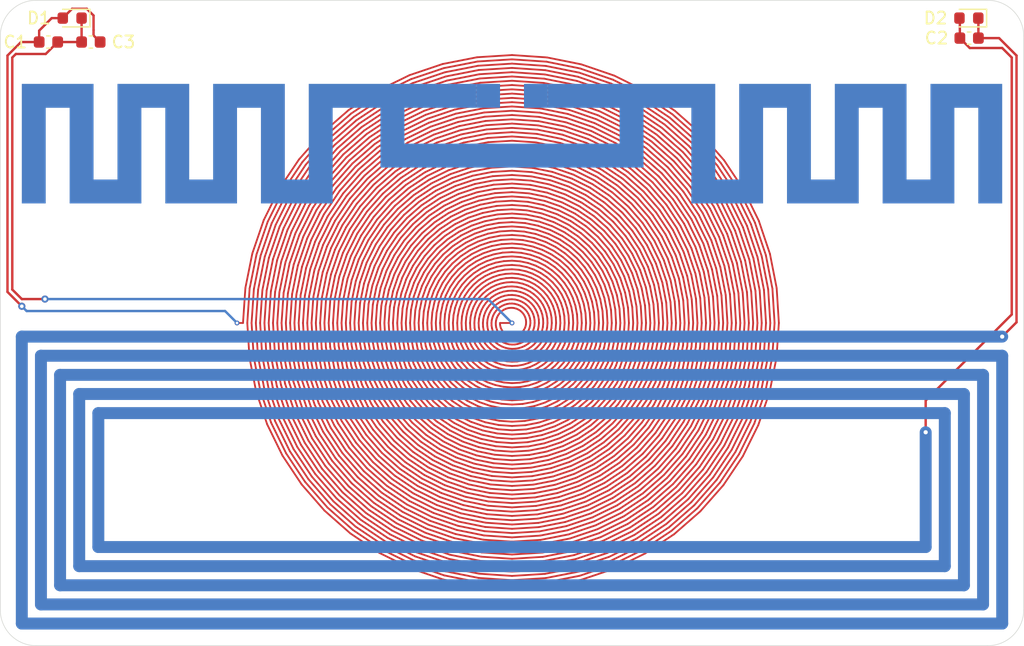
<source format=kicad_pcb>
(kicad_pcb
	(version 20241229)
	(generator "pcbnew")
	(generator_version "9.0")
	(general
		(thickness 0.8)
		(legacy_teardrops no)
	)
	(paper "A4")
	(layers
		(0 "F.Cu" signal)
		(2 "B.Cu" signal)
		(9 "F.Adhes" user "F.Adhesive")
		(11 "B.Adhes" user "B.Adhesive")
		(13 "F.Paste" user)
		(15 "B.Paste" user)
		(5 "F.SilkS" user "F.Silkscreen")
		(7 "B.SilkS" user "B.Silkscreen")
		(1 "F.Mask" user)
		(3 "B.Mask" user)
		(17 "Dwgs.User" user "User.Drawings")
		(19 "Cmts.User" user "User.Comments")
		(21 "Eco1.User" user "User.Eco1")
		(23 "Eco2.User" user "User.Eco2")
		(25 "Edge.Cuts" user)
		(27 "Margin" user)
		(31 "F.CrtYd" user "F.Courtyard")
		(29 "B.CrtYd" user "B.Courtyard")
		(35 "F.Fab" user)
		(33 "B.Fab" user)
		(39 "User.1" user)
		(41 "User.2" user)
		(43 "User.3" user)
		(45 "User.4" user)
	)
	(setup
		(stackup
			(layer "F.SilkS"
				(type "Top Silk Screen")
			)
			(layer "F.Paste"
				(type "Top Solder Paste")
			)
			(layer "F.Mask"
				(type "Top Solder Mask")
				(thickness 0.01)
			)
			(layer "F.Cu"
				(type "copper")
				(thickness 0.035)
			)
			(layer "dielectric 1"
				(type "core")
				(thickness 0.71)
				(material "FR4")
				(epsilon_r 4.5)
				(loss_tangent 0.02)
			)
			(layer "B.Cu"
				(type "copper")
				(thickness 0.035)
			)
			(layer "B.Mask"
				(type "Bottom Solder Mask")
				(thickness 0.01)
			)
			(layer "B.Paste"
				(type "Bottom Solder Paste")
			)
			(layer "B.SilkS"
				(type "Bottom Silk Screen")
			)
			(copper_finish "None")
			(dielectric_constraints no)
		)
		(pad_to_mask_clearance 0.038)
		(solder_mask_min_width 0.1)
		(allow_soldermask_bridges_in_footprints yes)
		(tenting front back)
		(pcbplotparams
			(layerselection 0x00000000_00000000_55555555_5755f5ff)
			(plot_on_all_layers_selection 0x00000000_00000000_00000000_00000000)
			(disableapertmacros no)
			(usegerberextensions no)
			(usegerberattributes yes)
			(usegerberadvancedattributes yes)
			(creategerberjobfile yes)
			(dashed_line_dash_ratio 12.000000)
			(dashed_line_gap_ratio 3.000000)
			(svgprecision 4)
			(plotframeref no)
			(mode 1)
			(useauxorigin no)
			(hpglpennumber 1)
			(hpglpenspeed 20)
			(hpglpendiameter 15.000000)
			(pdf_front_fp_property_popups yes)
			(pdf_back_fp_property_popups yes)
			(pdf_metadata yes)
			(pdf_single_document no)
			(dxfpolygonmode yes)
			(dxfimperialunits yes)
			(dxfusepcbnewfont yes)
			(psnegative no)
			(psa4output no)
			(plot_black_and_white yes)
			(sketchpadsonfab no)
			(plotpadnumbers no)
			(hidednponfab no)
			(sketchdnponfab yes)
			(crossoutdnponfab yes)
			(subtractmaskfromsilk no)
			(outputformat 1)
			(mirror no)
			(drillshape 1)
			(scaleselection 1)
			(outputdirectory "")
		)
	)
	(net 0 "")
	(net 1 "Net-(D1-K)")
	(net 2 "Net-(D1-A)")
	(net 3 "Net-(D2-K)")
	(net 4 "Net-(D2-A)")
	(footprint "LED_SMD:LED_0603_1608Metric" (layer "F.Cu") (at 113.2125 74.5 180))
	(footprint "Capacitor_SMD:C_0603_1608Metric" (layer "F.Cu") (at 114.775 76.5))
	(footprint "Library:Antenna_125kHz_v2"
		(layer "F.Cu")
		(uuid "b00c9267-93b4-43ee-a13c-d4390fce29fd")
		(at 150 100 180)
		(property "Reference" "L1"
			(at 0 0 180)
			(layer "F.SilkS")
			(hide yes)
			(uuid "b8fb6868-3e93-452d-94d5-13de521fb277")
			(effects
				(font
					(size 1.27 1.27)
					(thickness 0.15)
				)
			)
		)
		(property "Value" "Ant_125kHz"
			(at 0 0 180)
			(layer "F.Fab")
			(uuid "a657c821-9e7b-40c1-80f8-3e39730466a7")
			(effects
				(font
					(size 1.27 1.27)
					(thickness 0.15)
				)
			)
		)
		(property "Datasheet" ""
			(at 0 0 180)
			(layer "F.Fab")
			(hide yes)
			(uuid "247326c6-d7b7-47d7-8d8c-d3c3aa0210f3")
			(effects
				(font
					(size 1.27 1.27)
					(thickness 0.15)
				)
			)
		)
		(property "Description" ""
			(at 0 0 180)
			(layer "F.Fab")
			(hide yes)
			(uuid "589ebaef-4ea7-4304-9325-0e51cc334f5d")
			(effects
				(font
					(size 1.27 1.27)
					(thickness 0.15)
				)
			)
		)
		(property ki_fp_filters "Choke_* *Coil* Inductor_* L_*")
		(path "/3eb484b6-b2b6-411b-b1fa-09afa390f39a")
		(sheetname "/")
		(sheetfile "tri-band_rfid_card.kicad_sch")
		(net_tie_pad_groups "1,2")
		(fp_line
			(start 22.5 0)
			(end 23 0)
			(stroke
				(width 0.15)
				(type default)
			)
			(layer "F.Cu")
			(uuid "c2be1323-699b-4c38-a110-b482bbf6203f")
		)
		(fp_line
			(start 22.5 0)
			(end 22.300107 2.935864)
			(stroke
				(width 0.15)
				(type default)
			)
			(layer "F.Cu")
			(uuid "97a2dcf6-5e82-4064-a08c-b43fd5768de9")
		)
		(fp_line
			(start 22.300107 2.935864)
			(end 21.718909 5.819564)
			(stroke
				(width 0.15)
				(type default)
			)
			(layer "F.Cu")
			(uuid "3bf1d7ef-3b7d-4c6b-af10-760549461edd")
		)
		(fp_line
			(start 22.141666 0)
			(end 21.94484 2.889093)
			(stroke
				(width 0.15)
				(type default)
			)
			(layer "F.Cu")
			(uuid "55e4b193-d18c-4b13-b467-cfe03ea25a50")
		)
		(fp_line
			(start 21.959643 -2.891041)
			(end 22.141666 0)
			(stroke
				(width 0.15)
				(type default)
			)
			(layer "F.Cu")
			(uuid "0f3c0fc3-9740-48c2-9052-7ea1e97f0107")
		)
		(fp_line
			(start 21.94484 2.889093)
			(end 21.372785 5.72682)
			(stroke
				(width 0.15)
				(type default)
			)
			(layer "F.Cu")
			(uuid "85f2482c-2ea0-413a-a43c-9c1fae45589f")
		)
		(fp_line
			(start 21.783333 0)
			(end 21.589572 2.842321)
			(stroke
				(width 0.15)
				(type default)
			)
			(layer "F.Cu")
			(uuid "2d02c9e4-7c29-4c87-ae2d-980b102971d8")
		)
		(fp_line
			(start 21.718909 5.819564)
			(end 20.766598 8.601806)
			(stroke
				(width 0.15)
				(type default)
			)
			(layer "F.Cu")
			(uuid "ee7f39f0-5eab-41ba-aa75-cfc9ad618324")
		)
		(fp_line
			(start 21.604375 -2.844269)
			(end 21.783333 0)
			(stroke
				(width 0.15)
				(type default)
			)
			(layer "F.Cu")
			(uuid "c6f0ff32-4b3c-48b9-97a4-97b2d8e15e5c")
		)
		(fp_line
			(start 21.589572 2.842321)
			(end 21.026662 5.634077)
			(stroke
				(width 0.15)
				(type default)
			)
			(layer "F.Cu")
			(uuid "3bc9f98e-de97-4154-9c91-13869495327e")
		)
		(fp_line
			(start 21.425 0)
			(end 21.234304 2.795549)
			(stroke
				(width 0.15)
				(type default)
			)
			(layer "F.Cu")
			(uuid "580c9b8a-d8a8-4832-8898-d560e1b79022")
		)
		(fp_line
			(start 21.401629 -5.734549)
			(end 21.959643 -2.891041)
			(stroke
				(width 0.15)
				(type default)
			)
			(layer "F.Cu")
			(uuid "70af1844-345d-4b7c-b051-63d3a930601f")
		)
		(fp_line
			(start 21.372785 5.72682)
			(end 20.435541 8.464678)
			(stroke
				(width 0.15)
				(type default)
			)
			(layer "F.Cu")
			(uuid "965be2aa-b27f-4d5a-83b6-6ff32042a7b9")
		)
		(fp_line
			(start 21.249107 -2.797498)
			(end 21.425 0)
			(stroke
				(width 0.15)
				(type default)
			)
			(layer "F.Cu")
			(uuid "92c5a146-f7e4-475c-9b8a-e4c48d94e673")
		)
		(fp_line
			(start 21.234304 2.795549)
			(end 20.680539 5.541333)
			(stroke
				(width 0.15)
				(type default)
			)
			(layer "F.Cu")
			(uuid "394d6de1-87f7-4bfd-a615-93bbf8f97c05")
		)
		(fp_line
			(start 21.066666 0)
			(end 20.879037 2.748777)
			(stroke
				(width 0.15)
				(type default)
			)
			(layer "F.Cu")
			(uuid "244edae3-e2b5-414e-96eb-bb357a3f8ecc")
		)
		(fp_line
			(start 21.055506 -5.641805)
			(end 21.604375 -2.844269)
			(stroke
				(width 0.15)
				(type default)
			)
			(layer "F.Cu")
			(uuid "e8aa10e7-f72a-4c38-8831-f9c7435f8e3c")
		)
		(fp_line
			(start 21.026662 5.634077)
			(end 20.104484 8.32755)
			(stroke
				(width 0.15)
				(type default)
			)
			(layer "F.Cu")
			(uuid "2ad1b734-557a-4d56-bfb8-9a71092e9c1e")
		)
		(fp_line
			(start 20.893839 -2.750726)
			(end 21.066666 0)
			(stroke
				(width 0.15)
				(type default)
			)
			(layer "F.Cu")
			(uuid "38e9271b-1169-47e3-aa35-560ce1608de6")
		)
		(fp_line
			(start 20.879037 2.748777)
			(end 20.334415 5.44859)
			(stroke
				(width 0.15)
				(type default)
			)
			(layer "F.Cu")
			(uuid "1134cbbb-5696-49ec-8bc6-2dbb88a31b23")
		)
		(fp_line
			(start 20.766598 8.601806)
			(end 19.459711 11.235069)
			(stroke
				(width 0.15)
				(type default)
			)
			(layer "F.Cu")
			(uuid "9432a7af-f5c5-4eca-8640-e8a5e9b64a87")
		)
		(fp_line
			(start 20.709382 -5.549062)
			(end 21.249107 -2.797498)
			(stroke
				(width 0.15)
				(type default)
			)
			(layer "F.Cu")
			(uuid "929671ac-936e-4f27-92ad-decbf5485bd9")
		)
		(fp_line
			(start 20.708333 0)
			(end 20.523769 2.702005)
			(stroke
				(width 0.15)
				(type default)
			)
			(layer "F.Cu")
			(uuid "05df2eb1-3f57-4047-a253-68668bb581bc")
		)
		(fp_line
			(start 20.680539 5.541333)
			(end 19.773427 8.190422)
			(stroke
				(width 0.15)
				(type default)
			)
			(layer "F.Cu")
			(uuid "d25b0102-59ad-4e7c-b456-d5740c53a408")
		)
		(fp_line
			(start 20.538572 -2.703954)
			(end 20.708333 0)
			(stroke
				(width 0.15)
				(type default)
			)
			(layer "F.Cu")
			(uuid "0c76666e-951f-4f92-89b6-e221f29b9674")
		)
		(fp_line
			(start 20.523769 2.702005)
			(end 19.988292 5.355846)
			(stroke
				(width 0.15)
				(type default)
			)
			(layer "F.Cu")
			(uuid "c8bb8018-36ac-4c0f-9f76-6bde3ab65e30")
		)
		(fp_line
			(start 20.476923 -8.481819)
			(end 21.401629 -5.734549)
			(stroke
				(width 0.15)
				(type default)
			)
			(layer "F.Cu")
			(uuid "bed8422a-496a-4171-97e7-979955ffab93")
		)
		(fp_line
			(start 20.435541 8.464678)
			(end 19.149385 11.055902)
			(stroke
				(width 0.15)
				(type default)
			)
			(layer "F.Cu")
			(uuid "3e963581-52f6-42c7-957b-f5543dd78e46")
		)
		(fp_line
			(start 20.363259 -5.456318)
			(end 20.893839 -2.750726)
			(stroke
				(width 0.15)
				(type default)
			)
			(layer "F.Cu")
			(uuid "6d0aeb6e-1bf5-4ddd-a737-420af0ecff42")
		)
		(fp_line
			(start 20.35 0)
			(end 20.168501 2.655233)
			(stroke
				(width 0.15)
				(type default)
			)
			(layer "F.Cu")
			(uuid "dd0c6a82-e61d-42e0-9f83-4bd15a949d59")
		)
		(fp_line
			(start 20.334415 5.44859)
			(end 19.442371 8.053293)
			(stroke
				(width 0.15)
				(type default)
			)
			(layer "F.Cu")
			(uuid "a032479d-f181-4812-8424-062eb8a513f7")
		)
		(fp_line
			(start 20.183304 -2.657182)
			(end 20.35 0)
			(stroke
				(width 0.15)
				(type default)
			)
			(layer "F.Cu")
			(uuid "484996f4-4993-4f34-a278-6d7e12508a43")
		)
		(fp_line
			(start 20.168501 2.655233)
			(end 19.642168 5.263103)
			(stroke
				(width 0.15)
				(type default)
			)
			(layer "F.Cu")
			(uuid "3ce4ad51-a16f-44b3-bf1f-b9ddf17d6e2b")
		)
		(fp_line
			(start 20.145866 -8.344691)
			(end 21.055506 -5.641805)
			(stroke
				(width 0.15)
				(type default)
			)
			(layer "F.Cu")
			(uuid "85d0cad9-db4e-46fe-82d3-9e14cbb2e3ea")
		)
		(fp_line
			(start 20.104484 8.32755)
			(end 18.839059 10.876736)
			(stroke
				(width 0.15)
				(type default)
			)
			(layer "F.Cu")
			(uuid "a77d8267-7ace-494a-86a3-7754acdef7a4")
		)
		(fp_line
			(start 20.017135 -5.363575)
			(end 20.538572 -2.703954)
			(stroke
				(width 0.15)
				(type default)
			)
			(layer "F.Cu")
			(uuid "a4706f3c-07ee-429e-9e61-08b4a271b48a")
		)
		(fp_line
			(start 19.991666 0)
			(end 19.813233 2.608461)
			(stroke
				(width 0.15)
				(type default)
			)
			(layer "F.Cu")
			(uuid "5fe9e7f9-d286-48fc-865e-beed5253238c")
		)
		(fp_line
			(start 19.988292 5.355846)
			(end 19.111314 7.916165)
			(stroke
				(width 0.15)
				(type default)
			)
			(layer "F.Cu")
			(uuid "acfb5788-214f-4559-ac05-3c53bfe5c4d1")
		)
		(fp_line
			(start 19.828036 -2.61041)
			(end 19.991666 0)
			(stroke
				(width 0.15)
				(type default)
			)
			(layer "F.Cu")
			(uuid "b306012a-cf9b-4b5a-b208-66fa8a03cb9c")
		)
		(fp_line
			(start 19.81481 -8.207563)
			(end 20.709382 -5.549062)
			(stroke
				(width 0.15)
				(type default)
			)
			(layer "F.Cu")
			(uuid "656581a8-3155-4e70-83d3-6690f59bb606")
		)
		(fp_line
			(start 19.813233 2.608461)
			(end 19.296045 5.170359)
			(stroke
				(width 0.15)
				(type default)
			)
			(layer "F.Cu")
			(uuid "f2ae680b-da2c-4411-810e-ce980fb542c4")
		)
		(fp_line
			(start 19.773427 8.190422)
			(end 18.528733 10.697569)
			(stroke
				(width 0.15)
				(type default)
			)
			(layer "F.Cu")
			(uuid "a25ea3cb-bca7-4aff-a292-c782c1d96f68")
		)
		(fp_line
			(start 19.671012 -5.270831)
			(end 20.183304 -2.657182)
			(stroke
				(width 0.15)
				(type default)
			)
			(layer "F.Cu")
			(uuid "e51b5ae1-2877-41fa-bba9-009582bf4cb8")
		)
		(fp_line
			(start 19.642168 5.263103)
			(end 18.780257 7.779037)
			(stroke
				(width 0.15)
				(type default)
			)
			(layer "F.Cu")
			(uuid "0013517e-ead0-4ed8-a20f-53514d5b4ca3")
		)
		(fp_line
			(start 19.633333 0)
			(end 19.457966 2.561689)
			(stroke
				(width 0.15)
				(type default)
			)
			(layer "F.Cu")
			(uuid "be5c0832-dd41-48f8-b27a-2156f19f9bb8")
		)
		(fp_line
			(start 19.483753 -8.070434)
			(end 20.363259 -5.456318)
			(stroke
				(width 0.15)
				(type default)
			)
			(layer "F.Cu")
			(uuid "a47d6643-7bdb-4373-b10e-14a5ce9dd78a")
		)
		(fp_line
			(start 19.472768 -2.563638)
			(end 19.633333 0)
			(stroke
				(width 0.15)
				(type default)
			)
			(layer "F.Cu")
			(uuid "863835d4-548a-422b-9fd5-37ca2e883caa")
		)
		(fp_line
			(start 19.459711 11.235069)
			(end 17.820837 13.674409)
			(stroke
				(width 0.15)
				(type default)
			)
			(layer "F.Cu")
			(uuid "bb036a6f-dac6-4f21-8b47-9e6b695d1071")
		)
		(fp_line
			(start 19.457966 2.561689)
			(end 18.949921 5.077616)
			(stroke
				(width 0.15)
				(type default)
			)
			(layer "F.Cu")
			(uuid "5450ef3e-91a7-45ae-8922-d51714550165")
		)
		(fp_line
			(start 19.442371 8.053293)
			(end 18.218408 10.518402)
			(stroke
				(width 0.15)
				(type default)
			)
			(layer "F.Cu")
			(uuid "30b81222-1a65-43c6-b90d-6844d27cd881")
		)
		(fp_line
			(start 19.324888 -5.178088)
			(end 19.828036 -2.61041)
			(stroke
				(width 0.15)
				(type default)
			)
			(layer "F.Cu")
			(uuid "e7528aea-86da-4012-a9bf-efa749b3c143")
		)
		(fp_line
			(start 19.296045 5.170359)
			(end 18.4492 7.641909)
			(stroke
				(width 0.15)
				(type default)
			)
			(layer "F.Cu")
			(uuid "09876973-479a-4888-9925-bc3b042be196")
		)
		(fp_line
			(start 19.275 0)
			(end 19.102698 2.514917)
			(stroke
				(width 0.15)
				(type default)
			)
			(layer "F.Cu")
			(uuid "31843d45-565f-4157-a33a-0eff0f3c41f6")
		)
		(fp_line
			(start 19.201106 -11.085763)
			(end 20.476923 -8.481819)
			(stroke
				(width 0.15)
				(type default)
			)
			(layer "F.Cu")
			(uuid "92a3ce3a-31c7-4b01-b29d-c029d7fbce07")
		)
		(fp_line
			(start 19.152696 -7.933306)
			(end 20.017135 -5.363575)
			(stroke
				(width 0.15)
				(type default)
			)
			(layer "F.Cu")
			(uuid "72eac9fe-502d-43fd-891a-5add9ce0d2c3")
		)
		(fp_line
			(start 19.149385 11.055902)
			(end 17.536552 13.456269)
			(stroke
				(width 0.15)
				(type default)
			)
			(layer "F.Cu")
			(uuid "7fe2c6ac-4df6-4fcb-9bc7-3b1dc473ed8b")
		)
		(fp_line
			(start 19.117501 -2.516866)
			(end 19.275 0)
			(stroke
				(width 0.15)
				(type default)
			)
			(layer "F.Cu")
			(uuid "8ba4eabc-ae61-4eac-87d4-7873527f7f08")
		)
		(fp_line
			(start 19.111314 7.916165)
			(end 17.908082 10.339236)
			(stroke
				(width 0.15)
				(type default)
			)
			(layer "F.Cu")
			(uuid "bc4a0a36-13fe-468f-b460-41626d7587f2")
		)
		(fp_line
			(start 19.102698 2.514917)
			(end 18.603798 4.984872)
			(stroke
				(width 0.15)
				(type default)
			)
			(layer "F.Cu")
			(uuid "20bda655-7803-4e15-943d-6e8153ae8746")
		)
		(fp_line
			(start 18.978765 -5.085344)
			(end 19.472768 -2.563638)
			(stroke
				(width 0.15)
				(type default)
			)
			(layer "F.Cu")
			(uuid "e2d514d6-0c9a-4022-897a-c19e58631031")
		)
		(fp_line
			(start 18.949921 5.077616)
			(end 18.118143 7.50478)
			(stroke
				(width 0.15)
				(type default)
			)
			(layer "F.Cu")
			(uuid "b58b5485-5bef-4832-a449-26d3c3608b72")
		)
		(fp_line
			(start 18.916666 0)
			(end 18.74743 2.468146)
			(stroke
				(width 0.15)
				(type default)
			)
			(layer "F.Cu")
			(uuid "a30ccd68-0132-4109-b444-390c08edea44")
		)
		(fp_line
			(start 18.89078 -10.906597)
			(end 20.145866 -8.344691)
			(stroke
				(width 0.15)
				(type default)
			)
			(layer "F.Cu")
			(uuid "44723767-856d-49c8-bf72-13a1cd1256e0")
		)
		(fp_line
			(start 18.839059 10.876736)
			(end 17.252267 13.23813)
			(stroke
				(width 0.15)
				(type default)
			)
			(layer "F.Cu")
			(uuid "7348aa95-4068-4b2b-8ea1-302f5b0c3244")
		)
		(fp_line
			(start 18.821639 -7.796178)
			(end 19.671012 -5.270831)
			(stroke
				(width 0.15)
				(type default)
			)
			(layer "F.Cu")
			(uuid "a184726d-acdf-432a-92bf-7b9e27dd3492")
		)
		(fp_line
			(start 18.780257 7.779037)
			(end 17.597756 10.160069)
			(stroke
				(width 0.15)
				(type default)
			)
			(layer "F.Cu")
			(uuid "e0910552-1fc6-4fc3-8f9a-7e782aed1769")
		)
		(fp_line
			(start 18.762233 -2.470094)
			(end 18.916666 0)
			(stroke
				(width 0.15)
				(type default)
			)
			(layer "F.Cu")
			(uuid "554ff24b-6daa-43ec-9fa0-bf8906ae571c")
		)
		(fp_line
			(start 18.74743 2.468146)
			(end 18.257675 4.892129)
			(stroke
				(width 0.15)
				(type default)
			)
			(layer "F.Cu")
			(uuid "6ed10928-606c-43a1-9988-605f0afabeee")
		)
		(fp_line
			(start 18.632642 -4.992601)
			(end 19.117501 -2.516866)
			(stroke
				(width 0.15)
				(type default)
			)
			(layer "F.Cu")
			(uuid "4ab01a09-5054-46c2-974f-dd034160e23c")
		)
		(fp_line
			(start 18.603798 4.984872)
			(end 17.787086 7.367652)
			(stroke
				(width 0.15)
				(type default)
			)
			(layer "F.Cu")
			(uuid "f2d96ccd-4ff6-490b-81ca-834922c87393")
		)
		(fp_line
			(start 18.580454 -10.72743)
			(end 19.81481 -8.207563)
			(stroke
				(width 0.15)
				(type default)
			)
			(layer "F.Cu")
			(uuid "9de913a8-9375-4c14-95ee-b630a9ce431a")
		)
		(fp_line
			(start 18.558333 0)
			(end 18.392162 2.421374)
			(stroke
				(width 0.15)
				(type default)
			)
			(layer "F.Cu")
			(uuid "11f19198-8f10-43a5-a65e-47abfd296aa8")
		)
		(fp_line
			(start 18.528733 10.697569)
			(end 16.967982 13.01999)
			(stroke
				(width 0.15)
				(type default)
			)
			(layer "F.Cu")
			(uuid "6f6f2921-7847-4db7-a50f-1a1257439266")
		)
		(fp_line
			(start 18.490582 -7.65905)
			(end 19.324888 -5.178088)
			(stroke
				(width 0.15)
				(type default)
			)
			(layer "F.Cu")
			(uuid "0d6dfdee-7b3c-448e-afab-3c09593deee8")
		)
		(fp_line
			(start 18.4492 7.641909)
			(end 17.28743 9.980902)
			(stroke
				(width 0.15)
				(type default)
			)
			(layer "F.Cu")
			(uuid "a62ba5db-afe6-4b15-9426-5b0ed4b382e1")
		)
		(fp_line
			(start 18.406965 -2.423322)
			(end 18.558333 0)
			(stroke
				(width 0.15)
				(type default)
			)
			(layer "F.Cu")
			(uuid "8cb6a5fe-1fec-4688-b5f1-f5c9e8804c78")
		)
		(fp_line
			(start 18.392162 2.421374)
			(end 17.911551 4.799385)
			(stroke
				(width 0.15)
				(type default)
			)
			(layer "F.Cu")
			(uuid "39dc2b3e-ab53-4011-9071-35ac13a2cfd4")
		)
		(fp_line
			(start 18.286518 -4.899857)
			(end 18.762233 -2.470094)
			(stroke
				(width 0.15)
				(type default)
			)
			(layer "F.Cu")
			(uuid "d7c56444-6bdc-44df-ba4b-eddf0f8d0390")
		)
		(fp_line
			(start 18.270128 -10.548263)
			(end 19.483753 -8.070434)
			(stroke
				(width 0.15)
				(type default)
			)
			(layer "F.Cu")
			(uuid "d752c3d3-b117-4ffb-a19a-4d49796e65e7")
		)
		(fp_line
			(start 18.257675 4.892129)
			(end 17.45603 7.230524)
			(stroke
				(width 0.15)
				(type default)
			)
			(layer "F.Cu")
			(uuid "a753371b-edad-4a0e-b0be-61d17c5dba8a")
		)
		(fp_line
			(start 18.218408 10.518402)
			(end 16.683697 12.801851)
			(stroke
				(width 0.15)
				(type default)
			)
			(layer "F.Cu")
			(uuid "f9bb3b46-93e9-4119-9b05-bf24a8389f41")
		)
		(fp_line
			(start 18.2 0)
			(end 18.036895 2.374602)
			(stroke
				(width 0.15)
				(type default)
			)
			(layer "F.Cu")
			(uuid "abb94f79-a1a5-48cd-a505-fbe706392181")
		)
		(fp_line
			(start 18.159525 -7.521921)
			(end 18.978765 -5.085344)
			(stroke
				(width 0.15)
				(type default)
			)
			(layer "F.Cu")
			(uuid "a6478efb-1c51-4e25-8b13-7eecb824f04c")
		)
		(fp_line
			(start 18.118143 7.50478)
			(end 16.977104 9.801736)
			(stroke
				(width 0.15)
				(type default)
			)
			(layer "F.Cu")
			(uuid "7aacbcb3-fd17-4ee1-b34a-a619959fe3e5")
		)
		(fp_line
			(start 18.051697 -2.376551)
			(end 18.2 0)
			(stroke
				(width 0.15)
				(type default)
			)
			(layer "F.Cu")
			(uuid "4adbcf7d-ff01-4163-a29e-cab4cfa89c89")
		)
		(fp_line
			(start 18.036895 2.374602)
			(end 17.565428 4.706642)
			(stroke
				(width 0.15)
				(type default)
			)
			(layer "F.Cu")
			(uuid "70b59bdf-d302-426e-9a57-af49740946a6")
		)
		(fp_line
			(start 17.959803 -10.369097)
			(end 19.152696 -7.933306)
			(stroke
				(width 0.15)
				(type default)
			)
			(layer "F.Cu")
			(uuid "31ba4fce-e60c-4a35-bc8b-b762853808bf")
		)
		(fp_line
			(start 17.940395 -4.807114)
			(end 18.406965 -2.423322)
			(stroke
				(width 0.15)
				(type default)
			)
			(layer "F.Cu")
			(uuid "c2fdd87b-be8f-4156-934f-c4d6fb9fd1f9")
		)
		(fp_line
			(start 17.911551 4.799385)
			(end 17.124973 7.093396)
			(stroke
				(width 0.15)
				(type default)
			)
			(layer "F.Cu")
			(uuid "dd3a851a-4184-43b9-a266-6ad86159faf3")
		)
		(fp_line
			(start 17.908082 10.339236)
			(end 16.399412 12.583711)
			(stroke
				(width 0.15)
				(type default)
			)
			(layer "F.Cu")
			(uuid "cbd951cf-2f15-46ad-b662-02b3b5f4b46d")
		)
		(fp_line
			(start 17.841666 0)
			(end 17.681627 2.32783)
			(stroke
				(width 0.15)
				(type default)
			)
			(layer "F.Cu")
			(uuid "c1a9675e-e620-47a9-b995-c26c6ea087fa")
		)
		(fp_line
			(start 17.828469 -7.384793)
			(end 18.632642 -4.992601)
			(stroke
				(width 0.15)
				(type default)
			)
			(layer "F.Cu")
			(uuid "4ec37854-69d0-4bd7-8c7f-e231b3f93ff9")
		)
		(fp_line
			(start 17.820837 13.674409)
			(end 15.87823 15.87823)
			(stroke
				(width 0.15)
				(type default)
			)
			(layer "F.Cu")
			(uuid "362564ec-1464-463a-afd6-85712af3bf40")
		)
		(fp_line
			(start 17.787086 7.367652)
			(end 16.666779 9.622569)
			(stroke
				(width 0.15)
				(type default)
			)
			(layer "F.Cu")
			(uuid "88c9d345-3223-4352-8929-b54c61aa1ed1")
		)
		(fp_line
			(start 17.69643 -2.329779)
			(end 17.841666 0)
			(stroke
				(width 0.15)
				(type default)
			)
			(layer "F.Cu")
			(uuid "cb0ecb40-54dd-4f96-9fca-d0cbc7950647")
		)
		(fp_line
			(start 17.681627 2.32783)
			(end 17.219304 4.613898)
			(stroke
				(width 0.15)
				(type default)
			)
			(layer "F.Cu")
			(uuid "f0f5bd04-5275-47fb-a3fa-eace5e7b63b9")
		)
		(fp_line
			(start 17.649477 -10.18993)
			(end 18.821639 -7.796178)
			(stroke
				(width 0.15)
				(type default)
			)
			(layer "F.Cu")
			(uuid "3288f094-6627-4995-839e-9aac3d60c1b6")
		)
		(fp_line
			(start 17.597756 10.160069)
			(end 16.115127 12.365572)
			(stroke
				(width 0.15)
				(type default)
			)
			(layer "F.Cu")
			(uuid "1799103a-cec3-41e2-a090-e696204bd88f")
		)
		(fp_line
			(start 17.595778 -13.501715)
			(end 19.201106 -11.085763)
			(stroke
				(width 0.15)
				(type default)
			)
			(layer "F.Cu")
			(uuid "5f5a9aab-8d4d-42f1-9ef2-412991fd1cba")
		)
		(fp_line
			(start 17.594271 -4.71437)
			(end 18.051697 -2.376551)
			(stroke
				(width 0.15)
				(type default)
			)
			(layer "F.Cu")
			(uuid "93b08069-58a5-44a6-9188-fa24411658c6")
		)
		(fp_line
			(start 17.565428 4.706642)
			(end 16.793916 6.956267)
			(stroke
				(width 0.15)
				(type default)
			)
			(layer "F.Cu")
			(uuid "7bad921b-f3f0-46c2-a6ff-9cacddc7fd91")
		)
		(fp_line
			(start 17.536552 13.456269)
			(end 15.62485 15.62485)
			(stroke
				(width 0.15)
				(type default)
			)
			(layer "F.Cu")
			(uuid "ac478eea-7fbc-401b-95f2-55dd09053ae9")
		)
		(fp_line
			(start 17.497412 -7.247665)
			(end 18.286518 -4.899857)
			(stroke
				(width 0.15)
				(type default)
			)
			(layer "F.Cu")
			(uuid "c29cb22d-2d18-4982-991d-cc077bfd40b2")
		)
		(fp_line
			(start 17.483333 0)
			(end 17.326359 2.281058)
			(stroke
				(width 0.15)
				(type default)
			)
			(layer "F.Cu")
			(uuid "c91c7bb9-c106-4c88-b472-ab44ea208966")
		)
		(fp_line
			(start 17.45603 7.230524)
			(end 16.356453 9.443402)
			(stroke
				(width 0.15)
				(type default)
			)
			(layer "F.Cu")
			(uuid "f96f634b-8607-4b8e-9f39-6a5871efb0cb")
		)
		(fp_line
			(start 17.341162 -2.283007)
			(end 17.483333 0)
			(stroke
				(width 0.15)
				(type default)
			)
			(layer "F.Cu")
			(uuid "e297a8d9-9ac4-4306-8be4-843a21ea9bd6")
		)
		(fp_line
			(start 17.339151 -10.010763)
			(end 18.490582 -7.65905)
			(stroke
				(width 0.15)
				(type default)
			)
			(layer "F.Cu")
			(uuid "9616b1c4-c9fa-4c47-a32a-cf20bd08c592")
		)
		(fp_line
			(start 17.326359 2.281058)
			(end 16.873181 4.521155)
			(stroke
				(width 0.15)
				(type default)
			)
			(layer "F.Cu")
			(uuid "b330ed82-6744-41a1-b20a-07f4682ffd30")
		)
		(fp_line
			(start 17.311493 -13.283575)
			(end 18.89078 -10.906597)
			(stroke
				(width 0.15)
				(type default)
			)
			(layer "F.Cu")
			(uuid "fc7232a9-b83e-4943-a630-6330e616fc22")
		)
		(fp_line
			(start 17.28743 9.980902)
			(end 15.830842 12.147432)
			(stroke
				(width 0.15)
				(type default)
			)
			(layer "F.Cu")
			(uuid "3c21f16a-71bf-4d02-80d1-952cab0ceaf6")
		)
		(fp_line
			(start 17.252267 13.23813)
			(end 15.37147 15.37147)
			(stroke
				(width 0.15)
				(type default)
			)
			(layer "F.Cu")
			(uuid "d30cee6d-47f9-479d-b498-d723230108ea")
		)
		(fp_line
			(start 17.248148 -4.621627)
			(end 17.69643 -2.329779)
			(stroke
				(width 0.15)
				(type default)
			)
			(layer "F.Cu")
			(uuid "6d909a74-0dc9-4c43-9cbe-60f669f758a0")
		)
		(fp_line
			(start 17.219304 4.613898)
			(end 16.462859 6.819139)
			(stroke
				(width 0.15)
				(type default)
			)
			(layer "F.Cu")
			(uuid "c2003c5b-2b27-4309-ab45-c0cd2edea1da")
		)
		(fp_line
			(start 17.166355 -7.110537)
			(end 17.940395 -4.807114)
			(stroke
				(width 0.15)
				(type default)
			)
			(layer "F.Cu")
			(uuid "0d7f94b0-d15d-469b-b2e7-9f3f5279d67d")
		)
		(fp_line
			(start 17.125 0)
			(end 16.971091 2.234286)
			(stroke
				(width 0.15)
				(type default)
			)
			(layer "F.Cu")
			(uuid "95b4d586-941e-45d3-adea-a70d7ca157e7")
		)
		(fp_line
			(start 17.124973 7.093396)
			(end 16.046127 9.264236)
			(stroke
				(width 0.15)
				(type default)
			)
			(layer "F.Cu")
			(uuid "d45c8609-641f-48f8-9a85-d76391207aa9")
		)
		(fp_line
			(start 17.028825 -9.831597)
			(end 18.159525 -7.521921)
			(stroke
				(width 0.15)
				(type default)
			)
			(layer "F.Cu")
			(uuid "af0b58b5-c889-4fd3-b713-4ad530713657")
		)
		(fp_line
			(start 17.027208 -13.065436)
			(end 18.580454 -10.72743)
			(stroke
				(width 0.15)
				(type default)
			)
			(layer "F.Cu")
			(uuid "4e5399e3-1943-4a0f-8f88-f44bf661afad")
		)
		(fp_line
			(start 16.985894 -2.236235)
			(end 17.125 0)
			(stroke
				(width 0.15)
				(type default)
			)
			(layer "F.Cu")
			(uuid "603ee390-31f0-4f2f-8dbf-27f0133ea3e9")
		)
		(fp_line
			(start 16.977104 9.801736)
			(end 15.546557 11.929293)
			(stroke
				(width 0.15)
				(type default)
			)
			(layer "F.Cu")
			(uuid "cdca3436-2820-463e-aa87-9d8160a7c2f2")
		)
		(fp_line
			(start 16.971091 2.234286)
			(end 16.527057 4.428411)
			(stroke
				(width 0.15)
				(type default)
			)
			(layer "F.Cu")
			(uuid "9341abaf-b294-446e-8164-063dbc7a33ff")
		)
		(fp_line
			(start 16.967982 13.01999)
			(end 15.11809 15.11809)
			(stroke
				(width 0.15)
				(type default)
			)
			(layer "F.Cu")
			(uuid "3da65557-eaf5-49a6-902b-b63b46ac60a3")
		)
		(fp_line
			(start 16.902025 -4.528883)
			(end 17.341162 -2.283007)
			(stroke
				(width 0.15)
				(type default)
			)
			(layer "F.Cu")
			(uuid "3f285ca5-d663-495b-8f6e-055b9b99087a")
		)
		(fp_line
			(start 16.873181 4.521155)
			(end 16.131802 6.682011)
			(stroke
				(width 0.15)
				(type default)
			)
			(layer "F.Cu")
			(uuid "0db3e751-10c1-40e0-9c2f-7e84a6875acf")
		)
		(fp_line
			(start 16.835298 -6.973408)
			(end 17.594271 -4.71437)
			(stroke
				(width 0.15)
				(type default)
			)
			(layer "F.Cu")
			(uuid "cf5272c7-e8fd-48c8-bbcd-bad99ba16c26")
		)
		(fp_line
			(start 16.793916 6.956267)
			(end 15.735801 9.085069)
			(stroke
				(width 0.15)
				(type default)
			)
			(layer "F.Cu")
			(uuid "fda81dda-0360-479e-94c9-1164a31c1b00")
		)
		(fp_line
			(start 16.766666 0)
			(end 16.615824 2.187514)
			(stroke
				(width 0.15)
				(type default)
			)
			(layer "F.Cu")
			(uuid "c99217d6-b61d-4862-9f35-c97ef020f84c")
		)
		(fp_line
			(start 16.742923 -12.847296)
			(end 18.270128 -10.548263)
			(stroke
				(width 0.15)
				(type default)
			)
			(layer "F.Cu")
			(uuid "d4cd9390-83ed-47e5-a79d-1cabd1f7543c")
		)
		(fp_line
			(start 16.7185 -9.65243)
			(end 17.828469 -7.384793)
			(stroke
				(width 0.15)
				(type default)
			)
			(layer "F.Cu")
			(uuid "a6b525de-041a-4ee9-9b2c-66e1b8077392")
		)
		(fp_line
			(start 16.683697 12.801851)
			(end 14.86471 14.86471)
			(stroke
				(width 0.15)
				(type default)
			)
			(layer "F.Cu")
			(uuid "7f8b97d0-770d-420d-8e6d-9a6d0c7b7afc")
		)
		(fp_line
			(start 16.666779 9.622569)
			(end 15.262272 11.711153)
			(stroke
				(width 0.15)
				(type default)
			)
			(layer "F.Cu")
			(uuid "a1a480af-3522-43e4-9d38-3ca3d7b2fd1f")
		)
		(fp_line
			(start 16.630626 -2.189463)
			(end 16.766666 0)
			(stroke
				(width 0.15)
				(type default)
			)
			(layer "F.Cu")
			(uuid "27700de5-ee9e-4b96-84b2-0324fbe2c272")
		)
		(fp_line
			(start 16.615824 2.187514)
			(end 16.180934 4.335668)
			(stroke
				(width 0.15)
				(type default)
			)
			(layer "F.Cu")
			(uuid "72ed1e63-d504-4f82-996f-96c069337e5d")
		)
		(fp_line
			(start 16.555901 -4.43614)
			(end 16.985894 -2.236235)
			(stroke
				(width 0.15)
				(type default)
			)
			(layer "F.Cu")
			(uuid "f3d0efef-4b61-46bc-a15d-804c6f236abb")
		)
		(fp_line
			(start 16.527057 4.428411)
			(end 15.800745 6.544883)
			(stroke
				(width 0.15)
				(type default)
			)
			(layer "F.Cu")
			(uuid "15f8e2a8-207a-4e1d-bc33-f8a5cd7ef8b6")
		)
		(fp_line
			(start 16.504241 -6.83628)
			(end 17.248148 -4.621627)
			(stroke
				(width 0.15)
				(type default)
			)
			(layer "F.Cu")
			(uuid "912060ce-42fc-4dbc-9c7a-be197f019d81")
		)
		(fp_line
			(start 16.462859 6.819139)
			(end 15.425476 8.905902)
			(stroke
				(width 0.15)
				(type default)
			)
			(layer "F.Cu")
			(uuid "9043423b-3fd9-4a8c-8dfe-42fe26f8ac8e")
		)
		(fp_line
			(start 16.458638 -12.629157)
			(end 17.959803 -10.369097)
			(stroke
				(width 0.15)
				(type default)
			)
			(layer "F.Cu")
			(uuid "53053f75-1414-4a5e-85a6-fbe1d57f0a28")
		)
		(fp_line
			(start 16.408333 0)
			(end 16.260556 2.140742)
			(stroke
				(width 0.15)
				(type default)
			)
			(layer "F.Cu")
			(uuid "c2206fad-bdb1-4ba9-a6c6-0f280e86ff96")
		)
		(fp_line
			(start 16.408174 -9.473263)
			(end 17.497412 -7.247665)
			(stroke
				(width 0.15)
				(type default)
			)
			(layer "F.Cu")
			(uuid "3c65d70d-5d73-410d-87ab-acf50fc61b81")
		)
		(fp_line
			(start 16.399412 12.583711)
			(end 14.61133 14.61133)
			(stroke
				(width 0.15)
				(type default)
			)
			(layer "F.Cu")
			(uuid "20a42755-c961-49f5-84c0-09e65cf823e4")
		)
		(fp_line
			(start 16.356453 9.443402)
			(end 14.977987 11.493014)
			(stroke
				(width 0.15)
				(type default)
			)
			(layer "F.Cu")
			(uuid "e430ae84-5912-4e98-a30d-6d8e801d9175")
		)
		(fp_line
			(start 16.275359 -2.142691)
			(end 16.408333 0)
			(stroke
				(width 0.15)
				(type default)
			)
			(layer "F.Cu")
			(uuid "c2093471-fb70-4a1d-8c25-7b34d6246390")
		)
		(fp_line
			(start 16.260556 2.140742)
			(end 15.834811 4.242924)
			(stroke
				(width 0.15)
				(type default)
			)
			(layer "F.Cu")
			(uuid "60e383bf-cb60-47a7-94af-b4d72b7d381c")
		)
		(fp_line
			(start 16.209778 -4.343396)
			(end 16.630626 -2.189463)
			(stroke
				(width 0.15)
				(type default)
			)
			(layer "F.Cu")
			(uuid "d17618b0-4dde-49c1-a2b8-8c6833b93a0d")
		)
		(fp_line
			(start 16.180934 4.335668)
			(end 15.469689 6.407755)
			(stroke
				(width 0.15)
				(type default)
			)
			(layer "F.Cu")
			(uuid "37d9a752-8184-44ee-af74-b10ce4615454")
		)
		(fp_line
			(start 16.174353 -12.411017)
			(end 17.649477 -10.18993)
			(stroke
				(width 0.15)
				(type default)
			)
			(layer "F.Cu")
			(uuid "779ec8f2-0e73-4157-8850-cb849cac7c95")
		)
		(fp_line
			(start 16.173184 -6.699152)
			(end 16.902025 -4.528883)
			(stroke
				(width 0.15)
				(type default)
			)
			(layer "F.Cu")
			(uuid "2a92ee7b-035b-4da4-8e75-88517af6bba8")
		)
		(fp_line
			(start 16.131802 6.682011)
			(end 15.11515 8.726736)
			(stroke
				(width 0.15)
				(type default)
			)
			(layer "F.Cu")
			(uuid "130b744b-56f1-425d-b1ce-e96432dc16bc")
		)
		(fp_line
			(start 16.115127 12.365572)
			(end 14.35795 14.35795)
			(stroke
				(width 0.15)
				(type default)
			)
			(layer "F.Cu")
			(uuid "94cb6dc7-2b56-42bc-bf86-eab5e13acf6d")
		)
		(fp_line
			(start 16.097848 -9.294097)
			(end 17.166355 -7.110537)
			(stroke
				(width 0.15)
				(type default)
			)
			(layer "F.Cu")
			(uuid "58beb702-feda-4ec6-945f-f7658619990a")
		)
		(fp_line
			(start 16.05 0)
			(end 15.905288 2.09397)
			(stroke
				(width 0.15)
				(type default)
			)
			(layer "F.Cu")
			(uuid "51cdff44-1d7b-4301-9dcd-f1ab80abf330")
		)
		(fp_line
			(start 16.046127 9.264236)
			(end 14.693702 11.274874)
			(stroke
				(width 0.15)
				(type default)
			)
			(layer "F.Cu")
			(uuid "6c21416c-c771-4e94-b4dc-2c7e8af77a6e")
		)
		(fp_line
			(start 15.920091 -2.095919)
			(end 16.05 0)
			(stroke
				(width 0.15)
				(type default)
			)
			(layer "F.Cu")
			(uuid "9dc7e6d5-19b5-4c1d-8cfa-ec297d9924de")
		)
		(fp_line
			(start 15.905288 2.09397)
			(end 15.488687 4.150181)
			(stroke
				(width 0.15)
				(type default)
			)
			(layer "F.Cu")
			(uuid "6687737e-27fa-4682-a0b7-e33fd68b9bb4")
		)
		(fp_line
			(start 15.890068 -12.192878)
			(end 17.339151 -10.010763)
			(stroke
				(width 0.15)
				(type default)
			)
			(layer "F.Cu")
			(uuid "bd12e6d4-17e0-4ecd-8fe6-0e5a8a7ddaff")
		)
		(fp_line
			(start 15.87823 15.87823)
			(end 13.66532 17.808991)
			(stroke
				(width 0.15)
				(type default)
			)
			(layer "F.Cu")
			(uuid "bacbe5de-7931-46bb-8bac-b63ed014469f")
		)
		(fp_line
			(start 15.863654 -4.250653)
			(end 16.275359 -2.142691)
			(stroke
				(width 0.15)
				(type default)
			)
			(layer "F.Cu")
			(uuid "b342f3ce-af95-4713-b307-054cdde08c8e")
		)
		(fp_line
			(start 15.842128 -6.562024)
			(end 16.555901 -4.43614)
			(stroke
				(width 0.15)
				(type default)
			)
			(layer "F.Cu")
			(uuid "cb5b56f1-47a3-47a9-b398-ad3a9e72411b")
		)
		(fp_line
			(start 15.834811 4.242924)
			(end 15.138632 6.270626)
			(stroke
				(width 0.15)
				(type default)
			)
			(layer "F.Cu")
			(uuid "4bc66399-d63e-4ec3-985d-1a5d1c050d09")
		)
		(fp_line
			(start 15.830842 12.147432)
			(end 14.10457 14.10457)
			(stroke
				(width 0.15)
				(type default)
			)
			(layer "F.Cu")
			(uuid "fe4ef5b0-b459-4807-ae2d-8407824fe1ed")
		)
		(fp_line
			(start 15.800745 6.544883)
			(end 14.804824 8.547569)
			(stroke
				(width 0.15)
				(type default)
			)
			(layer "F.Cu")
			(uuid "94f2786a-5c46-476b-a52b-56479ad9fd0e")
		)
		(fp_line
			(start 15.787522 -9.11493)
			(end 16.835298 -6.973408)
			(stroke
				(width 0.15)
				(type default)
			)
			(layer "F.Cu")
			(uuid "f8934621-e882-4822-a170-a27d918cbace")
		)
		(fp_line
			(start 15.735801 9.085069)
			(end 14.409417 11.056735)
			(stroke
				(width 0.15)
				(type default)
			)
			(layer "F.Cu")
			(uuid "10939d41-80d4-41e4-a146-9955b3dd5149")
		)
		(fp_line
			(start 15.691666 0)
			(end 15.55002 2.047199)
			(stroke
				(width 0.15)
				(type default)
			)
			(layer "F.Cu")
			(uuid "b5a851b1-8315-40c5-b939-691441a6e801")
		)
		(fp_line
			(start 15.688195 -15.688195)
			(end 17.595778 -13.501715)
			(stroke
				(width 0.15)
				(type default)
			)
			(layer "F.Cu")
			(uuid "7223a93a-0c60-4fb2-8584-e27fec18a10f")
		)
		(fp_line
			(start 15.62485 15.62485)
			(end 13.44718 17.524706)
			(stroke
				(width 0.15)
				(type default)
			)
			(layer "F.Cu")
			(uuid "4f2a9c23-844a-491b-85dd-652ff9fe6d1d")
		)
		(fp_line
			(start 15.605783 -11.974738)
			(end 17.028825 -9.831597)
			(stroke
				(width 0.15)
				(type default)
			)
			(layer "F.Cu")
			(uuid "2151afb2-9aca-483c-b8b7-9d3493c1c212")
		)
		(fp_line
			(start 15.564823 -2.049147)
			(end 15.691666 0)
			(stroke
				(width 0.15)
				(type default)
			)
			(layer "F.Cu")
			(uuid "d08ba85d-1522-4d49-9635-f6b10f970ee7")
		)
		(fp_line
			(start 15.55002 2.047199)
			(end 15.142564 4.057437)
			(stroke
				(width 0.15)
				(type default)
			)
			(layer "F.Cu")
			(uuid "c07cf0c2-9fd1-4d6a-9048-f0e3ce67e06b")
		)
		(fp_line
			(start 15.546557 11.929293)
			(end 13.85119 13.85119)
			(stroke
				(width 0.15)
				(type default)
			)
			(layer "F.Cu")
			(uuid "90f223b1-61e3-4380-b1ed-b8d4e175e51a")
		)
		(fp_line
			(start 15.517531 -4.157909)
			(end 15.920091 -2.095919)
			(stroke
				(width 0.15)
				(type default)
			)
			(layer "F.Cu")
			(uuid "1fd71d6c-f0ac-417a-9e54-58162c8fe9f2")
		)
		(fp_line
			(start 15.511071 -6.424896)
			(end 16.209778 -4.343396)
			(stroke
				(width 0.15)
				(type default)
			)
			(layer "F.Cu")
			(uuid "d2d3aad7-d98e-4818-a0ca-2585cd6bdd59")
		)
		(fp_line
			(start 15.488687 4.150181)
			(end 14.807575 6.133498)
			(stroke
				(width 0.15)
				(type default)
			)
			(layer "F.Cu")
			(uuid "bd079818-7df2-49b3-bbc1-47ba42342f84")
		)
		(fp_line
			(start 15.477197 -8.935763)
			(end 16.504241 -6.83628)
			(stroke
				(width 0.15)
				(type default)
			)
			(layer "F.Cu")
			(uuid "739292f4-f12b-4c8d-b076-ee660d6315cc")
		)
		(fp_line
			(start 15.469689 6.407755)
			(end 14.494498 8.368402)
			(stroke
				(width 0.15)
				(type default)
			)
			(layer "F.Cu")
			(uuid "cd443d99-8bcf-45d8-a318-e17f16741723")
		)
		(fp_line
			(start 15.434815 -15.434815)
			(end 17.311493 -13.283575)
			(stroke
				(width 0.15)
				(type default)
			)
			(layer "F.Cu")
			(uuid "bf8193f3-eacb-4e59-b97f-b90d0da1e2c3")
		)
		(fp_line
			(start 15.425476 8.905902)
			(end 14.125132 10.838595)
			(stroke
				(width 0.15)
				(type default)
			)
			(layer "F.Cu")
			(uuid "091a0a20-c6f7-49f8-ab92-7f5a99e60056")
		)
		(fp_line
			(start 15.37147 15.37147)
			(end 13.229041 17.240422)
			(stroke
				(width 0.15)
				(type default)
			)
			(layer "F.Cu")
			(uuid "e4faece7-f208-40af-a9d8-f9a9e289de22")
		)
		(fp_line
			(start 15.333333 0)
			(end 15.194753 2.000427)
			(stroke
				(width 0.15)
				(type default)
			)
			(layer "F.Cu")
			(uuid "60bbc986-870a-4e24-8e9c-e96d72bebacb")
		)
		(fp_line
			(start 15.321498 -11.756599)
			(end 16.7185 -9.65243)
			(stroke
				(width 0.15)
				(type default)
			)
			(layer "F.Cu")
			(uuid "f82001a7-93a1-4fd5-86e4-500e1b45da4b")
		)
		(fp_line
			(start 15.262272 11.711153)
			(end 13.59781 13.59781)
			(stroke
				(width 0.15)
				(type default)
			)
			(layer "F.Cu")
			(uuid "7cba2514-6986-40d5-8bf4-a1ad26ab921e")
		)
		(fp_line
			(start 15.209555 -2.002376)
			(end 15.333333 0)
			(stroke
				(width 0.15)
				(type default)
			)
			(layer "F.Cu")
			(uuid "f807be01-1940-414f-9eb7-00a0eb32529f")
		)
		(fp_line
			(start 15.194753 2.000427)
			(end 14.79644 3.964694)
			(stroke
				(width 0.15)
				(type default)
			)
			(layer "F.Cu")
			(uuid "3d124241-092d-416d-9645-013456c510b9")
		)
		(fp_line
			(start 15.181435 -15.181435)
			(end 17.027208 -13.065436)
			(stroke
				(width 0.15)
				(type default)
			)
			(layer "F.Cu")
			(uuid "2328d20b-ac90-42c7-b29f-e1c1cdd1e92f")
		)
		(fp_line
			(start 15.180014 -6.287767)
			(end 15.863654 -4.250653)
			(stroke
				(width 0.15)
				(type default)
			)
			(layer "F.Cu")
			(uuid "d5d2a6ad-0c3a-4a6b-b041-d612aeece99e")
		)
		(fp_line
			(start 15.171407 -4.065166)
			(end 15.564823 -2.049147)
			(stroke
				(width 0.15)
				(type default)
			)
			(layer "F.Cu")
			(uuid "82c06292-f50a-4034-ad90-bd38c35c12a7")
		)
		(fp_line
			(start 15.166871 -8.756597)
			(end 16.173184 -6.699152)
			(stroke
				(width 0.15)
				(type default)
			)
			(layer "F.Cu")
			(uuid "e79663c5-7f85-4488-9588-217b96f26c57")
		)
		(fp_line
			(start 15.142564 4.057437)
			(end 14.476518 5.99637)
			(stroke
				(width 0.15)
				(type default)
			)
			(layer "F.Cu")
			(uuid "9f9e18cb-5332-433e-80c2-5d605c057487")
		)
		(fp_line
			(start 15.138632 6.270626)
			(end 14.184173 8.189236)
			(stroke
				(width 0.15)
				(type default)
			)
			(layer "F.Cu")
			(uuid "43850bf3-0cb8-4363-bc68-efd54ba67c70")
		)
		(fp_line
			(start 15.11809 15.11809)
			(end 13.010901 16.956137)
			(stroke
				(width 0.15)
				(type default)
			)
			(layer "F.Cu")
			(uuid "afcf437a-dcd3-4380-b278-0f79b80895ab")
		)
		(fp_line
			(start 15.11515 8.726736)
			(end 13.840847 10.620456)
			(stroke
				(width 0.15)
				(type default)
			)
			(layer "F.Cu")
			(uuid "212d2a01-4d5e-4f37-b040-6edb127e87e2")
		)
		(fp_line
			(start 15.037213 -11.538459)
			(end 16.408174 -9.473263)
			(stroke
				(width 0.15)
				(type default)
			)
			(layer "F.Cu")
			(uuid "516b9ba0-7e36-4233-88a7-6c0f20efff4e")
		)
		(fp_line
			(start 14.977987 11.493014)
			(end 13.34443 13.34443)
			(stroke
				(width 0.15)
				(type default)
			)
			(layer "F.Cu")
			(uuid "3ba4e044-0476-49b5-ac53-0220e246a130")
		)
		(fp_line
			(start 14.975 0)
			(end 14.839485 1.953655)
			(stroke
				(width 0.15)
				(type default)
			)
			(layer "F.Cu")
			(uuid "36fce088-e955-4fe5-a1d3-2d80b7a6b621")
		)
		(fp_line
			(start 14.928055 -14.928055)
			(end 16.742923 -12.847296)
			(stroke
				(width 0.15)
				(type default)
			)
			(layer "F.Cu")
			(uuid "799323cd-267c-449c-a481-04835439ed7d")
		)
		(fp_line
			(start 14.86471 14.86471)
			(end 12.792762 16.671852)
			(stroke
				(width 0.15)
				(type default)
			)
			(layer "F.Cu")
			(uuid "ca5d66f3-d287-4363-b714-af92fcc19b08")
		)
		(fp_line
			(start 14.856545 -8.57743)
			(end 15.842128 -6.562024)
			(stroke
				(width 0.15)
				(type default)
			)
			(layer "F.Cu")
			(uuid "20c0c1a9-f818-4862-8d70-1645b524b112")
		)
		(fp_line
			(start 14.854288 -1.955604)
			(end 14.975 0)
			(stroke
				(width 0.15)
				(type default)
			)
			(layer "F.Cu")
			(uuid "9e6215e7-2537-470f-94d4-29b8d1846a62")
		)
		(fp_line
			(start 14.848957 -6.150639)
			(end 15.517531 -4.157909)
			(stroke
				(width 0.15)
				(type default)
			)
			(layer "F.Cu")
			(uuid "d6421efb-5e3c-42b0-b8a0-cf3bcc7edaf3")
		)
		(fp_line
			(start 14.839485 1.953655)
			(end 14.450317 3.87195)
			(stroke
				(width 0.15)
				(type default)
			)
			(layer "F.Cu")
			(uuid "2ba544c9-6cc3-4ff6-aa50-55f8aa800ded")
		)
		(fp_line
			(start 14.825284 -3.972423)
			(end 15.209555 -2.002376)
			(stroke
				(width 0.15)
				(type default)
			)
			(layer "F.Cu")
			(uuid "32d5b6d2-854c-4475-b7f8-33584199b433")
		)
		(fp_line
			(start 14.807575 6.133498)
			(end 13.873847 8.010069)
			(stroke
				(width 0.15)
				(type default)
			)
			(layer "F.Cu")
			(uuid "ca4ff84a-cef5-4977-9b00-1db41624c080")
		)
		(fp_line
			(start 14.804824 8.547569)
			(end 13.556562 10.402316)
			(stroke
				(width 0.15)
				(type default)
			)
			(layer "F.Cu")
			(uuid "f790740c-3fdf-4d34-83ef-8b76d063cd4e")
		)
		(fp_line
			(start 14.79644 3.964694)
			(end 14.145461 5.859242)
			(stroke
				(width 0.15)
				(type default)
			)
			(layer "F.Cu")
			(uuid "40b02e04-801d-424a-aa0f-58e304e58433")
		)
		(fp_line
			(start 14.752928 -11.32032)
			(end 16.097848 -9.294097)
			(stroke
				(width 0.15)
				(type default)
			)
			(layer "F.Cu")
			(uuid "5e98674f-1848-493a-b9e2-32d198be5359")
		)
		(fp_line
			(start 14.693702 11.274874)
			(end 13.09105 13.09105)
			(stroke
				(width 0.15)
				(type default)
			)
			(layer "F.Cu")
			(uuid "fbbb4cda-8245-4c9f-9512-7f042e9c91de")
		)
		(fp_line
			(start 14.674675 -14.674675)
			(end 16.458638 -12.629157)
			(stroke
				(width 0.15)
				(type default)
			)
			(layer "F.Cu")
			(uuid "c40b684a-e33f-4ef9-a1d7-7d9005b16ac1")
		)
		(fp_line
			(start 14.616666 0)
			(end 14.484217 1.906883)
			(stroke
				(width 0.15)
				(type default)
			)
			(layer "F.Cu")
			(uuid "060e3fb7-3796-4743-8983-1b8112c98bcd")
		)
		(fp_line
			(start 14.61133 14.61133)
			(end 12.574622 16.387567)
			(stroke
				(width 0.15)
				(type default)
			)
			(layer "F.Cu")
			(uuid "8b4b2d10-bb19-4b1e-a448-c99a4fa32762")
		)
		(fp_line
			(start 14.546219 -8.398263)
			(end 15.511071 -6.424896)
			(stroke
				(width 0.15)
				(type default)
			)
			(layer "F.Cu")
			(uuid "3db81c4d-7c0e-40f0-b7f1-90c7634cc2aa")
		)
		(fp_line
			(start 14.5179 -6.013511)
			(end 15.171407 -4.065166)
			(stroke
				(width 0.15)
				(type default)
			)
			(layer "F.Cu")
			(uuid "7896e601-e900-4408-9e80-b858a8f87162")
		)
		(fp_line
			(start 14.49902 -1.908832)
			(end 14.616666 0)
			(stroke
				(width 0.15)
				(type default)
			)
			(layer "F.Cu")
			(uuid "10e166d1-36ad-4ef8-9995-486eda4ad03e")
		)
		(fp_line
			(start 14.494498 8.368402)
			(end 13.272277 10.184177)
			(stroke
				(width 0.15)
				(type default)
			)
			(layer "F.Cu")
			(uuid "6afd7165-d550-4308-882c-1fb53a83812e")
		)
		(fp_line
			(start 14.484217 1.906883)
			(end 14.104194 3.779207)
			(stroke
				(width 0.15)
				(type default)
			)
			(layer "F.Cu")
			(uuid "99386745-56dc-483a-8708-5f59247cdbc6")
		)
		(fp_line
			(start 14.479161 -3.879679)
			(end 14.854288 -1.955604)
			(stroke
				(width 0.15)
				(type default)
			)
			(layer "F.Cu")
			(uuid "355a5d52-85f5-42bf-9bde-c11e94313980")
		)
		(fp_line
			(start 14.476518 5.99637)
			(end 13.563521 7.830902)
			(stroke
				(width 0.15)
				(type default)
			)
			(layer "F.Cu")
			(uuid "a5d10a1e-9923-44fd-ba30-bd896c2736e4")
		)
		(fp_line
			(start 14.468643 -11.10218)
			(end 15.787522 -9.11493)
			(stroke
				(width 0.15)
				(type default)
			)
			(layer "F.Cu")
			(uuid "bc87bd16-d5d3-4800-a6c4-d12deebcb4e9")
		)
		(fp_line
			(start 14.450317 3.87195)
			(end 13.814404 5.722113)
			(stroke
				(width 0.15)
				(type default)
			)
			(layer "F.Cu")
			(uuid "f36b38bf-22f5-413a-81fa-77009c7a2d4f")
		)
		(fp_line
			(start 14.421295 -14.421295)
			(end 16.174353 -12.411017)
			(stroke
				(width 0.15)
				(type default)
			)
			(layer "F.Cu")
			(uuid "d947fdcd-c9fa-43d1-b9e3-bfc7f8e7712e")
		)
		(fp_line
			(start 14.409417 11.056735)
			(end 12.83767 12.83767)
			(stroke
				(width 0.15)
				(type default)
			)
			(layer "F.Cu")
			(uuid "5abf52d5-ded0-4d36-83f5-c73697188746")
		)
		(fp_line
			(start 14.35795 14.35795)
			(end 12.356483 16.103282)
			(stroke
				(width 0.15)
				(type default)
			)
			(layer "F.Cu")
			(uuid "dcaca91c-d310-45e5-9b38-34158a2660a2")
		)
		(fp_line
			(start 14.258333 0)
			(end 14.128949 1.860111)
			(stroke
				(width 0.15)
				(type default)
			)
			(layer "F.Cu")
			(uuid "63ab06df-3365-4177-b13c-11613f6afe18")
		)
		(fp_line
			(start 14.235893 -8.219097)
			(end 15.180014 -6.287767)
			(stroke
				(width 0.15)
				(type default)
			)
			(layer "F.Cu")
			(uuid "4a667a52-1eb7-4810-a08f-600dbdc4fcae")
		)
		(fp_line
			(start 14.186843 -5.876383)
			(end 14.825284 -3.972423)
			(stroke
				(width 0.15)
				(type default)
			)
			(layer "F.Cu")
			(uuid "2254acc6-1c57-41d8-a497-3b3859594cfb")
		)
		(fp_line
			(start 14.184358 -10.884041)
			(end 15.477197 -8.935763)
			(stroke
				(width 0.15)
				(type default)
			)
			(layer "F.Cu")
			(uuid "527aabd8-0b8a-4adc-a76a-59bf63debe04")
		)
		(fp_line
			(start 14.184173 8.189236)
			(end 12.987993 9.966037)
			(stroke
				(width 0.15)
				(type default)
			)
			(layer "F.Cu")
			(uuid "d529a635-f5a5-45cf-bf30-199d200e2f87")
		)
		(fp_line
			(start 14.167915 -14.167915)
			(end 15.890068 -12.192878)
			(stroke
				(width 0.15)
				(type default)
			)
			(layer "F.Cu")
			(uuid "b0612320-a29b-49dc-a8b8-2563dd3cee07")
		)
		(fp_line
			(start 14.145461 5.859242)
			(end 13.253195 7.651736)
			(stroke
				(width 0.15)
				(type default)
			)
			(layer "F.Cu")
			(uuid "bd30786f-aecd-4856-8969-980df6ba5450")
		)
		(fp_line
			(start 14.143752 -1.86206)
			(end 14.258333 0)
			(stroke
				(width 0.15)
				(type default)
			)
			(layer "F.Cu")
			(uuid "4b77803c-afdc-4d9c-a0d1-af978c7d3dba")
		)
		(fp_line
			(start 14.133037 -3.786936)
			(end 14.49902 -1.908832)
			(stroke
				(width 0.15)
				(type default)
			)
			(layer "F.Cu")
			(uuid "03f7be82-7ae2-47d7-b2c5-e0d52dafff44")
		)
		(fp_line
			(start 14.128949 1.860111)
			(end 13.75807 3.686463)
			(stroke
				(width 0.15)
				(type default)
			)
			(layer "F.Cu")
			(uuid "15acb56e-4f84-43b4-9c4a-63a9196cdaeb")
		)
		(fp_line
			(start 14.125132 10.838595)
			(end 12.58429 12.58429)
			(stroke
				(width 0.15)
				(type default)
			)
			(layer "F.Cu")
			(uuid "3740ad92-0377-4314-ae81-e5cc3d39b6f9")
		)
		(fp_line
			(start 14.10457 14.10457)
			(end 12.138343 15.818997)
			(stroke
				(width 0.15)
				(type default)
			)
			(layer "F.Cu")
			(uuid "bb24879a-4065-493c-9c00-1e81dde2abb0")
		)
		(fp_line
			(start 14.104194 3.779207)
			(end 13.483348 5.584985)
			(stroke
				(width 0.15)
				(type default)
			)
			(layer "F.Cu")
			(uuid "1ae8f924-640a-4768-8677-bd9c5c14683e")
		)
		(fp_line
			(start 13.925568 -8.03993)
			(end 14.848957 -6.150639)
			(stroke
				(width 0.15)
				(type default)
			)
			(layer "F.Cu")
			(uuid "5bfc10f3-b6f5-4a6e-9b7c-3aa473e1ad02")
		)
		(fp_line
			(start 13.914535 -13.914535)
			(end 15.605783 -11.974738)
			(stroke
				(width 0.15)
				(type default)
			)
			(layer "F.Cu")
			(uuid "7b417e47-8a44-4837-b109-c42b8f686f6b")
		)
		(fp_line
			(start 13.900073 -10.665901)
			(end 15.166871 -8.756597)
			(stroke
				(width 0.15)
				(type default)
			)
			(layer "F.Cu")
			(uuid "a4a63190-ef86-497b-b0f9-1bf281fb53bb")
		)
		(fp_line
			(start 13.9 0)
			(end 13.773682 1.813339)
			(stroke
				(width 0.15)
				(type default)
			)
			(layer "F.Cu")
			(uuid "432e293e-0c0a-49ec-baac-7825eeda5379")
		)
		(fp_line
			(start 13.873847 8.010069)
			(end 12.703708 9.747898)
			(stroke
				(width 0.15)
				(type default)
			)
			(layer "F.Cu")
			(uuid "b637d606-cec4-4696-a3e0-8b305c2e01f9")
		)
		(fp_line
			(start 13.855787 -5.739254)
			(end 14.479161 -3.879679)
			(stroke
				(width 0.15)
				(type default)
			)
			(layer "F.Cu")
			(uuid "6b5dfe54-9e35-4118-ab1c-f9cc08e387d3")
		)
		(fp_line
			(start 13.85119 13.85119)
			(end 11.920204 15.534712)
			(stroke
				(width 0.15)
				(type default)
			)
			(layer "F.Cu")
			(uuid "18d12470-384c-4975-b938-252645f4a59e")
		)
		(fp_line
			(start 13.840847 10.620456)
			(end 12.330911 12.330911)
			(stroke
				(width 0.15)
				(type default)
			)
			(layer "F.Cu")
			(uuid "59691ee1-dc4c-4a18-90d2-6d9558bc88f6")
		)
		(fp_line
			(start 13.814404 5.722113)
			(end 12.942869 7.472569)
			(stroke
				(width 0.15)
				(type default)
			)
			(layer "F.Cu")
			(uuid "d4795bb3-baa7-4439-87f0-642eb7fe2392")
		)
		(fp_line
			(start 13.788484 -1.815288)
			(end 13.9 0)
			(stroke
				(width 0.15)
				(type default)
			)
			(layer "F.Cu")
			(uuid "a358f3f4-fe7e-4fc3-8c46-83be32658496")
		)
		(fp_line
			(start 13.786914 -3.694192)
			(end 14.143752 -1.86206)
			(stroke
				(width 0.15)
				(type default)
			)
			(layer "F.Cu")
			(uuid "b958b4aa-ad6d-49b6-88e8-42f8ca74cea2")
		)
		(fp_line
			(start 13.773682 1.813339)
			(end 13.411947 3.59372)
			(stroke
				(width 0.15)
				(type default)
			)
			(layer "F.Cu")
			(uuid "442f7e42-3995-4a5b-93a1-3bdae5237e7b")
		)
		(fp_line
			(start 13.75807 3.686463)
			(end 13.152291 5.447857)
			(stroke
				(width 0.15)
				(type default)
			)
			(layer "F.Cu")
			(uuid "d8b43929-4679-4120-9091-efbd99477b16")
		)
		(fp_line
			(start 13.66532 17.808991)
			(end 11.220138 19.43385)
			(stroke
				(width 0.15)
				(type default)
			)
			(layer "F.Cu")
			(uuid "80104ec7-099c-4f07-831d-09faa9730e7e")
		)
		(fp_line
			(start 13.661155 -13.661155)
			(end 15.321498 -11.756599)
			(stroke
				(width 0.15)
				(type default)
			)
			(layer "F.Cu")
			(uuid "2d686735-b939-4113-8bc7-fd50bd239f08")
		)
		(fp_line
			(start 13.615788 -10.447762)
			(end 14.856545 -8.57743)
			(stroke
				(width 0.15)
				(type default)
			)
			(layer "F.Cu")
			(uuid "9c6e3553-b063-44e0-87fd-2a829a2fd00a")
		)
		(fp_line
			(start 13.615242 -7.860763)
			(end 14.5179 -6.013511)
			(stroke
				(width 0.15)
				(type default)
			)
			(layer "F.Cu")
			(uuid "8bbda48d-c2fb-4560-9a59-2b04e98bc823")
		)
		(fp_line
			(start 13.59781 13.59781)
			(end 11.702064 15.250427)
			(stroke
				(width 0.15)
				(type default)
			)
			(layer "F.Cu")
			(uuid "2a253f8f-fd1d-4b80-acc7-094659c0ec9f")
		)
		(fp_line
			(start 13.563521 7.830902)
			(end 12.419423 9.529758)
			(stroke
				(width 0.15)
				(type default)
			)
			(layer "F.Cu")
			(uuid "020e254b-6866-431b-a381-f1191ee336b1")
		)
		(fp_line
			(start 13.556562 10.402316)
			(end 12.077531 12.077531)
			(stroke
				(width 0.15)
				(type default)
			)
			(layer "F.Cu")
			(uuid "a7a04940-b93e-4963-a706-55f324f905fb")
		)
		(fp_line
			(start 13.541666 0)
			(end 13.418414 1.766567)
			(stroke
				(width 0.15)
				(type default)
			)
			(layer "F.Cu")
			(uuid "7a3ee482-ae95-4753-b3d9-597cdd1c0748")
		)
		(fp_line
			(start 13.52473 -5.602126)
			(end 14.133037 -3.786936)
			(stroke
				(width 0.15)
				(type default)
			)
			(layer "F.Cu")
			(uuid "19a76d40-d004-4a81-83c9-6fa51198ba37")
		)
		(fp_line
			(start 13.510804 -17.607623)
			(end 15.688195 -15.688195)
			(stroke
				(width 0.15)
				(type default)
			)
			(layer "F.Cu")
			(uuid "48a389fa-bf7c-47d7-8d92-078a4866573b")
		)
		(fp_line
			(start 13.483348 5.584985)
			(end 12.632544 7.293402)
			(stroke
				(width 0.15)
				(type default)
			)
			(layer "F.Cu")
			(uuid "0a00bc2a-cf13-476e-bf9e-7d06d5deb5e8")
		)
		(fp_line
			(start 13.44718 17.524706)
			(end 11.040972 19.123524)
			(stroke
				(width 0.15)
				(type default)
			)
			(layer "F.Cu")
			(uuid "803ff16c-2df9-417a-8225-ab3b42e66728")
		)
		(fp_line
			(start 13.44079 -3.601449)
			(end 13.788484 -1.815288)
			(stroke
				(width 0.15)
				(type default)
			)
			(layer "F.Cu")
			(uuid "2a3d89e2-c4e0-44ad-84dd-d2e2537d4bda")
		)
		(fp_line
			(start 13.433217 -1.768516)
			(end 13.541666 0)
			(stroke
				(width 0.15)
				(type default)
			)
			(layer "F.Cu")
			(uuid "735be356-e2e8-45b8-8c7a-cd50bb8c0f56")
		)
		(fp_line
			(start 13.418414 1.766567)
			(end 13.065823 3.500976)
			(stroke
				(width 0.15)
				(type default)
			)
			(layer "F.Cu")
			(uuid "d73b16e0-57dc-4466-92a7-0c57776c2c98")
		)
		(fp_line
			(start 13.411947 3.59372)
			(end 12.821234 5.310729)
			(stroke
				(width 0.15)
				(type default)
			)
			(layer "F.Cu")
			(uuid "64b257fe-cc0e-4c12-aa27-ec3ab05583fc")
		)
		(fp_line
			(start 13.407775 -13.407775)
			(end 15.037213 -11.538459)
			(stroke
				(width 0.15)
				(type default)
			)
			(layer "F.Cu")
			(uuid "ff38f9ad-d2ab-4063-8618-0142e1021956")
		)
		(fp_line
			(start 13.34443 13.34443)
			(end 11.483925 14.966142)
			(stroke
				(width 0.15)
				(type default)
			)
			(layer "F.Cu")
			(uuid "ef83f4e3-106a-4d33-b004-7214b0a6b502")
		)
		(fp_line
			(start 13.331504 -10.229622)
			(end 14.546219 -8.398263)
			(stroke
				(width 0.15)
				(type default)
			)
			(layer "F.Cu")
			(uuid "78344f00-849b-419e-adb5-f7faca4e3c1e")
		)
		(fp_line
			(start 13.304916 -7.681597)
			(end 14.186843 -5.876383)
			(stroke
				(width 0.15)
				(type default)
			)
			(layer "F.Cu")
			(uuid "b3f72a9d-1ec9-472b-a9b0-c24e2810e408")
		)
		(fp_line
			(start 13.292665 -17.323338)
			(end 15.434815 -15.434815)
			(stroke
				(width 0.15)
				(type default)
			)
			(layer "F.Cu")
			(uuid "5ba0b2bd-df1e-4797-baa0-7bcd53456b60")
		)
		(fp_line
			(start 13.272277 10.184177)
			(end 11.824151 11.824151)
			(stroke
				(width 0.15)
				(type default)
			)
			(layer "F.Cu")
			(uuid "53048b6a-3ae6-433e-aa5a-539b95f23936")
		)
		(fp_line
			(start 13.253195 7.651736)
			(end 12.135138 9.311619)
			(stroke
				(width 0.15)
				(type default)
			)
			(layer "F.Cu")
			(uuid "a9d5192e-4531-405c-aa73-667356dfcee5")
		)
		(fp_line
			(start 13.229041 17.240422)
			(end 10.861805 18.813199)
			(stroke
				(width 0.15)
				(type default)
			)
			(layer "F.Cu")
			(uuid "ca2c4e2d-f588-4c17-925a-1eb882eda5f4")
		)
		(fp_line
			(start 13.193673 -5.464998)
			(end 13.786914 -3.694192)
			(stroke
				(width 0.15)
				(type default)
			)
			(layer "F.Cu")
			(uuid "838c3c62-bdbc-41bb-84bc-5cc23092a675")
		)
		(fp_line
			(start 13.183333 0)
			(end 13.063146 1.719795)
			(stroke
				(width 0.15)
				(type default)
			)
			(layer "F.Cu")
			(uuid "0f515fbd-5ca9-4ff8-9af3-6cb3177d8d4b")
		)
		(fp_line
			(start 13.154395 -13.154395)
			(end 14.752928 -11.32032)
			(stroke
				(width 0.15)
				(type default)
			)
			(layer "F.Cu")
			(uuid "69d27a47-9d38-43d6-9cd4-5931dec8c791")
		)
		(fp_line
			(start 13.152291 5.447857)
			(end 12.322218 7.114236)
			(stroke
				(width 0.15)
				(type default)
			)
			(layer "F.Cu")
			(uuid "6d68efcc-7b4c-4462-b063-90383e5971b9")
		)
		(fp_line
			(start 13.094667 -3.508705)
			(end 13.433217 -1.768516)
			(stroke
				(width 0.15)
				(type default)
			)
			(layer "F.Cu")
			(uuid "0050e63c-ba16-4e2f-8627-244d02a0c124")
		)
		(fp_line
			(start 13.09105 13.09105)
			(end 11.265785 14.681857)
			(stroke
				(width 0.15)
				(type default)
			)
			(layer "F.Cu")
			(uuid "00e47936-99d0-45ac-bbf9-76dbd4fc5ef8")
		)
		(fp_line
			(start 13.077949 -1.721744)
			(end 13.183333 0)
			(stroke
				(width 0.15)
				(type default)
			)
			(layer "F.Cu")
			(uuid "14c840dd-f2df-48c8-8071-8abecdbeee9d")
		)
		(fp_line
			(start 13.074525 -17.039053)
			(end 15.181435 -15.181435)
			(stroke
				(width 0.15)
				(type default)
			)
			(layer "F.Cu")
			(uuid "333a408d-20e9-40f9-949c-6d21f363f166")
		)
		(fp_line
			(start 13.065823 3.500976)
			(end 12.490177 5.1736)
			(stroke
				(width 0.15)
				(type default)
			)
			(layer "F.Cu")
			(uuid "37ae5de6-8f95-4b3d-8c2d-d5fadeb9c615")
		)
		(fp_line
			(start 13.063146 1.719795)
			(end 12.7197 3.408233)
			(stroke
				(width 0.15)
				(type default)
			)
			(layer "F.Cu")
			(uuid "2e8874e4-be9a-43ab-8692-b467e2d6ba54")
		)
		(fp_line
			(start 13.047219 -10.011483)
			(end 14.235893 -8.219097)
			(stroke
				(width 0.15)
				(type default)
			)
			(layer "F.Cu")
			(uuid "d88566ea-2791-41aa-928a-b8aa30623d6d")
		)
		(fp_line
			(start 13.010901 16.956137)
			(end 10.682638 18.502873)
			(stroke
				(width 0.15)
				(type default)
			)
			(layer "F.Cu")
			(uuid "290c773d-2633-4eea-9238-67934318fbc9")
		)
		(fp_line
			(start 12.99459 -7.50243)
			(end 13.855787 -5.739254)
			(stroke
				(width 0.15)
				(type default)
			)
			(layer "F.Cu")
			(uuid "fdcf8378-8164-446e-a014-16b7510dbe0d")
		)
		(fp_line
			(start 12.987993 9.966037)
			(end 11.570771 11.570771)
			(stroke
				(width 0.15)
				(type default)
			)
			(layer "F.Cu")
			(uuid "aa993c25-a874-4dd9-977f-33dec7bb29d4")
		)
		(fp_line
			(start 12.942869 7.472569)
			(end 11.850853 9.093479)
			(stroke
				(width 0.15)
				(type default)
			)
			(layer "F.Cu")
			(uuid "794f4230-7abb-4dac-93af-2d724630ac99")
		)
		(fp_line
			(start 12.901015 -12.901015)
			(end 14.468643 -11.10218)
			(stroke
				(width 0.15)
				(type default)
			)
			(layer "F.Cu")
			(uuid "a5a9a4c7-90e2-4aa3-9a2a-1922d0216b7f")
		)
		(fp_line
			(start 12.862616 -5.32787)
			(end 13.44079 -3.601449)
			(stroke
				(width 0.15)
				(type default)
			)
			(layer "F.Cu")
			(uuid "917ae78b-0e5c-42fe-aec6-1091bbf2ad43")
		)
		(fp_line
			(start 12.856386 -16.754768)
			(end 14.928055 -14.928055)
			(stroke
				(width 0.15)
				(type default)
			)
			(layer "F.Cu")
			(uuid "2c299c1a-e3bb-4304-b610-cba56d9b526d")
		)
		(fp_line
			(start 12.83767 12.83767)
			(end 11.047645 14.397572)
			(stroke
				(width 0.15)
				(type default)
			)
			(layer "F.Cu")
			(uuid "33b21fe9-bc67-4230-9d47-dba807cedd97")
		)
		(fp_line
			(start 12.825 0)
			(end 12.707878 1.673024)
			(stroke
				(width 0.15)
				(type default)
			)
			(layer "F.Cu")
			(uuid "fdc22126-180c-417f-b449-ef3e01932867")
		)
		(fp_line
			(start 12.821234 5.310729)
			(end 12.011892 6.935069)
			(stroke
				(width 0.15)
				(type default)
			)
			(layer "F.Cu")
			(uuid "5c55d511-004e-4baf-a5dc-56b2d5d2a2d3")
		)
		(fp_line
			(start 12.792762 16.671852)
			(end 10.503472 18.192547)
			(stroke
				(width 0.15)
				(type default)
			)
			(layer "F.Cu")
			(uuid "64a8232e-b957-46f2-a6c8-bf2198076a1d")
		)
		(fp_line
			(start 12.762934 -9.793343)
			(end 13.925568 -8.03993)
			(stroke
				(width 0.15)
				(type default)
			)
			(layer "F.Cu")
			(uuid "50bbcfb2-f35c-4333-acec-400c004d1cc6")
		)
		(fp_line
			(start 12.748543 -3.415962)
			(end 13.077949 -1.721744)
			(stroke
				(width 0.15)
				(type default)
			)
			(layer "F.Cu")
			(uuid "aff2ce4a-0b49-4cad-9d46-f7f359889fcc")
		)
		(fp_line
			(start 12.722681 -1.674972)
			(end 12.825 0)
			(stroke
				(width 0.15)
				(type default)
			)
			(layer "F.Cu")
			(uuid "763336d4-89f7-4d1a-a104-b87190ffbf5e")
		)
		(fp_line
			(start 12.7197 3.408233)
			(end 12.15912 5.036472)
			(stroke
				(width 0.15)
				(type default)
			)
			(layer "F.Cu")
			(uuid "a1992cfe-018d-43dc-a464-5ca85d27edc6")
		)
		(fp_line
			(start 12.707878 1.673024)
			(end 12.373576 3.315489)
			(stroke
				(width 0.15)
				(type default)
			)
			(layer "F.Cu")
			(uuid "4045ef68-350a-43ae-965e-693f5f273e6a")
		)
		(fp_line
			(start 12.703708 9.747898)
			(end 11.317391 11.317391)
			(stroke
				(width 0.15)
				(type default)
			)
			(layer "F.Cu")
			(uuid "6782ede3-4ac5-4d47-bb59-409e1f2eb57e")
		)
		(fp_line
			(start 12.684265 -7.323263)
			(end 13.52473 -5.602126)
			(stroke
				(width 0.15)
				(type default)
			)
			(layer "F.Cu")
			(uuid "d0067896-f7ec-4de8-a714-78b2430e2fae")
		)
		(fp_line
			(start 12.647635 -12.647635)
			(end 14.184358 -10.884041)
			(stroke
				(width 0.15)
				(type default)
			)
			(layer "F.Cu")
			(uuid "e3db788a-8291-410d-8995-08ec1e865203")
		)
		(fp_line
			(start 12.638246 -16.470483)
			(end 14.674675 -14.674675)
			(stroke
				(width 0.15)
				(type default)
			)
			(layer "F.Cu")
			(uuid "a7462303-c2c7-4d11-bbaf-f39016ef90d2")
		)
		(fp_line
			(start 12.632544 7.293402)
			(end 11.566568 8.87534)
			(stroke
				(width 0.15)
				(type default)
			)
			(layer "F.Cu")
			(uuid "48898b58-f14d-49ee-8449-d26a366195e4")
		)
		(fp_line
			(start 12.58429 12.58429)
			(end 10.829506 14.113287)
			(stroke
				(width 0.15)
				(type default)
			)
			(layer "F.Cu")
			(uuid "c6efb1ab-7f9b-45f8-8d5b-e52aafa7826e")
		)
		(fp_line
			(start 12.574622 16.387567)
			(end 10.324305 17.882221)
			(stroke
				(width 0.15)
				(type default)
			)
			(layer "F.Cu")
			(uuid "1220449e-9648-4626-be91-3dda803778f6")
		)
		(fp_line
			(start 12.531559 -5.190741)
			(end 13.094667 -3.508705)
			(stroke
				(width 0.15)
				(type default)
			)
			(layer "F.Cu")
			(uuid "bedea689-b7e6-4c0b-b347-7fbbb3877def")
		)
		(fp_line
			(start 12.490177 5.1736)
			(end 11.701566 6.755902)
			(stroke
				(width 0.15)
				(type default)
			)
			(layer "F.Cu")
			(uuid "d589f4b3-f272-47d3-862f-447e11848730")
		)
		(fp_line
			(start 12.478649 -9.575204)
			(end 13.615242 -7.860763)
			(stroke
				(width 0.15)
				(type default)
			)
			(layer "F.Cu")
			(uuid "0bdcc435-bcd9-478c-8c5d-400c0d58fa47")
		)
		(fp_line
			(start 12.466666 0)
			(end 12.352611 1.626252)
			(stroke
				(width 0.15)
				(type default)
			)
			(layer "F.Cu")
			(uuid "d4b50491-4430-4124-8866-8360f42bbe10")
		)
		(fp_line
			(start 12.420107 -16.186198)
			(end 14.421295 -14.421295)
			(stroke
				(width 0.15)
				(type default)
			)
			(layer "F.Cu")
			(uuid "c779f1a2-b370-46f4-8ac4-91173cdadf85")
		)
		(fp_line
			(start 12.419423 9.529758)
			(end 11.064011 11.064011)
			(stroke
				(width 0.15)
				(type default)
			)
			(layer "F.Cu")
			(uuid "30c0ce9e-050b-42c1-b806-5abfcd366c74")
		)
		(fp_line
			(start 12.40242 -3.323218)
			(end 12.722681 -1.674972)
			(stroke
				(width 0.15)
				(type default)
			)
			(layer "F.Cu")
			(uuid "a118c27a-0484-474c-a84f-53092c4452a9")
		)
		(fp_line
			(start 12.394256 -12.394256)
			(end 13.900073 -10.665901)
			(stroke
				(width 0.15)
				(type default)
			)
			(layer "F.Cu")
			(uuid "dc0006c5-702c-49c3-9222-bb9aab20accf")
		)
		(fp_line
			(start 12.373939 -7.144097)
			(end 13.193673 -5.464998)
			(stroke
				(width 0.15)
				(type default)
			)
			(layer "F.Cu")
			(uuid "f1c62cb0-df60-48ad-99d4-4cd29e106f70")
		)
		(fp_line
			(start 12.373576 3.315489)
			(end 11.828063 4.899344)
			(stroke
				(width 0.15)
				(type default)
			)
			(layer "F.Cu")
			(uuid "340f3b4e-32f5-4ef2-a653-f522b13b752f")
		)
		(fp_line
			(start 12.367414 -1.6282)
			(end 12.466666 0)
			(stroke
				(width 0.15)
				(type default)
			)
			(layer "F.Cu")
			(uuid "b7e2250d-b63e-40dc-b42f-5745b4b2fa30")
		)
		(fp_line
			(start 12.356483 16.103282)
			(end 10.145138 17.571896)
			(stroke
				(width 0.15)
				(type default)
			)
			(layer "F.Cu")
			(uuid "32aa90f6-a9a3-42d1-a92a-42d743a43480")
		)
		(fp_line
			(start 12.352611 1.626252)
			(end 12.027453 3.222746)
			(stroke
				(width 0.15)
				(type default)
			)
			(layer "F.Cu")
			(uuid "f8a1e959-0ecc-45f5-9a74-45386b0e8c0c")
		)
		(fp_line
			(start 12.330911 12.330911)
			(end 10.611366 13.829002)
			(stroke
				(width 0.15)
				(type default)
			)
			(layer "F.Cu")
			(uuid "25b977cf-66d3-417b-918d-9672f7791b7e")
		)
		(fp_line
			(start 12.322218 7.114236)
			(end 11.282283 8.6572)
			(stroke
				(width 0.15)
				(type default)
			)
			(layer "F.Cu")
			(uuid "03e7d45d-a69b-43e9-964e-b413b4221557")
		)
		(fp_line
			(start 12.201967 -15.901913)
			(end 14.167915 -14.167915)
			(stroke
				(width 0.15)
				(type default)
			)
			(layer "F.Cu")
			(uuid "c38245ad-cc68-4148-a4e3-62a665a13652")
		)
		(fp_line
			(start 12.200502 -5.053613)
			(end 12.748543 -3.415962)
			(stroke
				(width 0.15)
				(type default)
			)
			(layer "F.Cu")
			(uuid "4f108732-a495-45b8-9c40-c14fea455cb5")
		)
		(fp_line
			(start 12.194364 -9.357064)
			(end 13.304916 -7.681597)
			(stroke
				(width 0.15)
				(type default)
			)
			(layer "F.Cu")
			(uuid "fa56c507-bb8a-4a84-9486-eb1fb61b77c0")
		)
		(fp_line
			(start 12.15912 5.036472)
			(end 11.391241 6.576736)
			(stroke
				(width 0.15)
				(type default)
			)
			(layer "F.Cu")
			(uuid "09541f7c-7303-4d22-984f-5e9a0e6d0709")
		)
		(fp_line
			(start 12.140876 -12.140876)
			(end 13.615788 -10.447762)
			(stroke
				(width 0.15)
				(type default)
			)
			(layer "F.Cu")
			(uuid "130725ad-05a7-4c80-8bde-cad641713831")
		)
		(fp_line
			(start 12.138343 15.818997)
			(end 9.965972 17.26157)
			(stroke
				(width 0.15)
				(type default)
			)
			(layer "F.Cu")
			(uuid "6eb8cb98-fbac-4843-9fb4-7cc848b9a2a2")
		)
		(fp_line
			(start 12.135138 9.311619)
			(end 10.810631 10.810631)
			(stroke
				(width 0.15)
				(type default)
			)
			(layer "F.Cu")
			(uuid "86c0d2d0-3510-42c2-ad3c-c63205920497")
		)
		(fp_line
			(start 12.108333 0)
			(end 11.997343 1.57948)
			(stroke
				(width 0.15)
				(type default)
			)
			(layer "F.Cu")
			(uuid "a58fcf51-3ca8-46ef-9373-e1452863b869")
		)
		(fp_line
			(start 12.077531 12.077531)
			(end 10.393227 13.544717)
			(stroke
				(width 0.15)
				(type default)
			)
			(layer "F.Cu")
			(uuid "d99843dc-daa4-4ba2-88a4-c1299559db87")
		)
		(fp_line
			(start 12.063613 -6.96493)
			(end 12.862616 -5.32787)
			(stroke
				(width 0.15)
				(type default)
			)
			(layer "F.Cu")
			(uuid "4a293cde-3a34-4a01-80fa-d0c3f4a8bf62")
		)
		(fp_line
			(start 12.056297 -3.230475)
			(end 12.367414 -1.6282)
			(stroke
				(width 0.15)
				(type default)
			)
			(layer "F.Cu")
			(uuid "315fc0ff-1678-4bae-ba44-c04f30d0d7e0")
		)
		(fp_line
			(start 12.027453 3.222746)
			(end 11.497007 4.762216)
			(stroke
				(width 0.15)
				(type default)
			)
			(layer "F.Cu")
			(uuid "571b0a65-5d14-4d4c-a330-7bc7c4ed15a0")
		)
		(fp_line
			(start 12.012146 -1.581429)
			(end 12.108333 0)
			(stroke
				(width 0.15)
				(type default)
			)
			(layer "F.Cu")
			(uuid "980beeeb-6632-43bc-b36c-85d951119ef8")
		)
		(fp_line
			(start 12.011892 6.935069)
			(end 10.997998 8.43906)
			(stroke
				(width 0.15)
				(type default)
			)
			(layer "F.Cu")
			(uuid "0c7f651c-e6ac-4dda-bbc7-d227c21c76c1")
		)
		(fp_line
			(start 11.997343 1.57948)
			(end 11.68133 3.130002)
			(stroke
				(width 0.15)
				(type default)
			)
			(layer "F.Cu")
			(uuid "58bb677f-4111-4112-b94d-e435a136ce79")
		)
		(fp_line
			(start 11.983828 -15.617628)
			(end 13.914535 -13.914535)
			(stroke
				(width 0.15)
				(type default)
			)
			(layer "F.Cu")
			(uuid "1a503c9b-0cb1-4deb-a9a5-7d59a370b45a")
		)
		(fp_line
			(start 11.920204 15.534712)
			(end 9.786805 16.951244)
			(stroke
				(width 0.15)
				(type default)
			)
			(layer "F.Cu")
			(uuid "77dc2790-bfb0-48b1-9089-08b05668df95")
		)
		(fp_line
			(start 11.910079 -9.138925)
			(end 12.99459 -7.50243)
			(stroke
				(width 0.15)
				(type default)
			)
			(layer "F.Cu")
			(uuid "4b63eeaf-5a47-4264-97c6-962bbb81b2fc")
		)
		(fp_line
			(start 11.887496 -11.887496)
			(end 13.331504 -10.229622)
			(stroke
				(width 0.15)
				(type default)
			)
			(layer "F.Cu")
			(uuid "78cdfd28-416b-43a3-be66-97dff51a60f4")
		)
		(fp_line
			(start 11.869446 -4.916485)
			(end 12.40242 -3.323218)
			(stroke
				(width 0.15)
				(type default)
			)
			(layer "F.Cu")
			(uuid "9d835e3a-7587-41c8-a9bc-6315b24afe45")
		)
		(fp_line
			(start 11.850853 9.093479)
			(end 10.557251 10.557251)
			(stroke
				(width 0.15)
				(type default)
			)
			(layer "F.Cu")
			(uuid "9fe1b0c0-5c23-47fc-b4af-706a1d39c0a7")
		)
		(fp_line
			(start 11.828063 4.899344)
			(end 11.080915 6.397569)
			(stroke
				(width 0.15)
				(type default)
			)
			(layer "F.Cu")
			(uuid "85c92616-c2f7-4456-89ab-bf85b8a543db")
		)
		(fp_line
			(start 11.824151 11.824151)
			(end 10.175087 13.260432)
			(stroke
				(width 0.15)
				(type default)
			)
			(layer "F.Cu")
			(uuid "ecaa40cb-d123-4cc4-a05e-f525e6f4a6c7")
		)
		(fp_line
			(start 11.765688 -15.333343)
			(end 13.661155 -13.661155)
			(stroke
				(width 0.15)
				(type default)
			)
			(layer "F.Cu")
			(uuid "cb9d66bb-698d-45de-a25c-1acaa9449a07")
		)
		(fp_line
			(start 11.753287 -6.785763)
			(end 12.531559 -5.190741)
			(stroke
				(width 0.15)
				(type default)
			)
			(layer "F.Cu")
			(uuid "c7fb6785-c04e-4bce-9756-7461e3c4297c")
		)
		(fp_line
			(start 11.75 0)
			(end 11.642075 1.532708)
			(stroke
				(width 0.15)
				(type default)
			)
			(layer "F.Cu")
			(uuid "2c409d47-c5dd-42fd-81c5-15d90a9f9e91")
		)
		(fp_line
			(start 11.710173 -3.137731)
			(end 12.012146 -1.581429)
			(stroke
				(width 0.15)
				(type default)
			)
			(layer "F.Cu")
			(uuid "07627b44-1315-4c1a-b03a-fee6a8bbe7b4")
		)
		(fp_line
			(start 11.702064 15.250427)
			(end 9.607638 16.640918)
			(stroke
				(width 0.15)
				(type default)
			)
			(layer "F.Cu")
			(uuid "50f5b642-a099-4970-a448-6107a7d198c6")
		)
		(fp_line
			(start 11.701566 6.755902)
			(end 10.713713 8.220921)
			(stroke
				(width 0.15)
				(type default)
			)
			(layer "F.Cu")
			(uuid "74958ddf-585d-43a8-b6ae-c105209792e6")
		)
		(fp_line
			(start 11.68133 3.130002)
			(end 11.16595 4.625088)
			(stroke
				(width 0.15)
				(type default)
			)
			(layer "F.Cu")
			(uuid "6a6688f5-040a-4ec0-bd55-a2de56af9d70")
		)
		(fp_line
			(start 11.656878 -1.534657)
			(end 11.75 0)
			(stroke
				(width 0.15)
				(type default)
			)
			(layer "F.Cu")
			(uuid "614a3462-f7ab-4044-9e8f-185c8ae8169a")
		)
		(fp_line
			(start 11.642075 1.532708)
			(end 11.335206 3.037259)
			(stroke
				(width 0.15)
				(type default)
			)
			(layer "F.Cu")
			(uuid "9df8a9c0-6327-447c-ad21-f348ec31c911")
		)
		(fp_line
			(start 11.634116 -11.634116)
			(end 13.047219 -10.011483)
			(stroke
				(width 0.15)
				(type default)
			)
			(layer "F.Cu")
			(uuid "5de0cb82-ee74-4c53-9a1b-4113833228d7")
		)
		(fp_line
			(start 11.625794 -8.920785)
			(end 12.684265 -7.323263)
			(stroke
				(width 0.15)
				(type default)
			)
			(layer "F.Cu")
			(uuid "cff6f4d8-e3a1-4975-b812-66b35fdf6bd7")
		)
		(fp_line
			(start 11.570771 11.570771)
			(end 9.956948 12.976147)
			(stroke
				(width 0.15)
				(type default)
			)
			(layer "F.Cu")
			(uuid "85474ad7-ed91-4a4c-8e45-8276309c2de1")
		)
		(fp_line
			(start 11.566568 8.87534)
			(end 10.303871 10.303871)
			(stroke
				(width 0.15)
				(type default)
			)
			(layer "F.Cu")
			(uuid "13767890-45ed-4828-9f0b-edbe952d420d")
		)
		(fp_line
			(start 11.547549 -15.049058)
			(end 13.407775 -13.407775)
			(stroke
				(width 0.15)
				(type default)
			)
			(layer "F.Cu")
			(uuid "5d216efd-92af-4375-a4de-37488f0569c0")
		)
		(fp_line
			(start 11.538389 -4.779357)
			(end 12.056297 -3.230475)
			(stroke
				(width 0.15)
				(type default)
			)
			(layer "F.Cu")
			(uuid "fc8f4579-8b6a-48d4-8ea2-79b2f9cd90bb")
		)
		(fp_line
			(start 11.497007 4.762216)
			(end 10.770589 6.218402)
			(stroke
				(width 0.15)
				(type default)
			)
			(layer "F.Cu")
			(uuid "a209e3e1-116e-4e97-bfcb-7a53922a066f")
		)
		(fp_line
			(start 11.483925 14.966142)
			(end 9.428472 16.330592)
			(stroke
				(width 0.15)
				(type default)
			)
			(layer "F.Cu")
			(uuid "851b60de-203e-492b-88dd-979a6ebd9b83")
		)
		(fp_line
			(start 11.442962 -6.606597)
			(end 12.200502 -5.053613)
			(stroke
				(width 0.15)
				(type default)
			)
			(layer "F.Cu")
			(uuid "bd17337e-e64a-429c-92d8-3ac73f32b508")
		)
		(fp_line
			(start 11.391666 0)
			(end 11.286807 1.485936)
			(stroke
				(width 0.15)
				(type default)
			)
			(layer "F.Cu")
			(uuid "eafd97b6-26f0-4cd9-9676-3ca53a9b7142")
		)
		(fp_line
			(start 11.391241 6.576736)
			(end 10.429428 8.002781)
			(stroke
				(width 0.15)
				(type default)
			)
			(layer "F.Cu")
			(uuid "cdd2f24c-3723-4d7f-a604-a7fd84b9962a")
		)
		(fp_line
			(start 11.380736 -11.380736)
			(end 12.762934 -9.793343)
			(stroke
				(width 0.15)
				(type default)
			)
			(layer "F.Cu")
			(uuid "2ea25140-c2e3-4523-8e5c-8d000dcaedc2")
		)
		(fp_line
			(start 11.36405 -3.044988)
			(end 11.656878 -1.534657)
			(stroke
				(width 0.15)
				(type default)
			)
			(layer "F.Cu")
			(uuid "5e5cf18a-8065-45e9-8f67-d1d7cb1cfb8f")
		)
		(fp_line
			(start 11.341509 -8.702646)
			(end 12.373939 -7.144097)
			(stroke
				(width 0.15)
				(type default)
			)
			(layer "F.Cu")
			(uuid "6752bd65-2ec2-464a-a532-f2ce54c50c01")
		)
		(fp_line
			(start 11.335206 3.037259)
			(end 10.834893 4.487959)
			(stroke
				(width 0.15)
				(type default)
			)
			(layer "F.Cu")
			(uuid "b05f0948-73e1-45e1-8897-485dc2b08cf4")
		)
		(fp_line
			(start 11.329409 -14.764773)
			(end 13.154395 -13.154395)
			(stroke
				(width 0.15)
				(type default)
			)
			(layer "F.Cu")
			(uuid "a4d3cf53-d050-4745-8636-618c6af965a3")
		)
		(fp_line
			(start 11.317391 11.317391)
			(end 9.738808 12.691862)
			(stroke
				(width 0.15)
				(type default)
			)
			(layer "F.Cu")
			(uuid "ad0e5941-7b6b-4130-9e78-c76eb3cc99a1")
		)
		(fp_line
			(start 11.30161 -1.487885)
			(end 11.391666 0)
			(stroke
				(width 0.15)
				(type default)
			)
			(layer "F.Cu")
			(uuid "2fa5efa6-fbe3-466f-9f4d-3e88e9f97f7c")
		)
		(fp_line
			(start 11.286807 1.485936)
			(end 10.989083 2.944515)
			(stroke
				(width 0.15)
				(type default)
			)
			(layer "F.Cu")
			(uuid "fccd99c0-d9a1-4442-aa57-310f5217d820")
		)
		(fp_line
			(start 11.282283 8.6572)
			(end 10.050491 10.050491)
			(stroke
				(width 0.15)
				(type default)
			)
			(layer "F.Cu")
			(uuid "f98539bf-b5c8-4648-b27a-e1f6dcdf339a")
		)
		(fp_line
			(start 11.265785 14.681857)
			(end 9.249305 16.020267)
			(stroke
				(width 0.15)
				(type default)
			)
			(layer "F.Cu")
			(uuid "0cca7871-933c-4b80-a327-a2c55f0390f4")
		)
		(fp_line
			(start 11.220138 19.43385)
			(end 8.584665 20.725216)
			(stroke
				(width 0.15)
				(type default)
			)
			(layer "F.Cu")
			(uuid "c901fcf8-cf1a-4dae-896a-1e3d295657db")
		)
		(fp_line
			(start 11.207332 -4.642229)
			(end 11.710173 -3.137731)
			(stroke
				(width 0.15)
				(type default)
			)
			(layer "F.Cu")
			(uuid "a747af0c-7ea8-44e1-90ae-910244797b34")
		)
		(fp_line
			(start 11.16595 4.625088)
			(end 10.460263 6.039236)
			(stroke
				(width 0.15)
				(type default)
			)
			(layer "F.Cu")
			(uuid "de751bcb-b233-4727-bee5-c40b6845658a")
		)
		(fp_line
			(start 11.132636 -6.42743)
			(end 11.869446 -4.916485)
			(stroke
				(width 0.15)
				(type default)
			)
			(layer "F.Cu")
			(uuid "6822ca9d-5884-44aa-bc6d-36e8b0ddc1d3")
		)
		(fp_line
			(start 11.127356 -11.127356)
			(end 12.478649 -9.575204)
			(stroke
				(width 0.15)
				(type default)
			)
			(layer "F.Cu")
			(uuid "21038d3b-577e-4eaf-bdda-9a04c773cad2")
		)
		(fp_line
			(start 11.11127 -14.480489)
			(end 12.901015 -12.901015)
			(stroke
				(width 0.15)
				(type default)
			)
			(layer "F.Cu")
			(uuid "c3e25da2-e57f-4f1a-b13d-e05905e2ae44")
		)
		(fp_line
			(start 11.100694 -19.226966)
			(end 13.510804 -17.607623)
			(stroke
				(width 0.15)
				(type default)
			)
			(layer "F.Cu")
			(uuid "e1067e84-8ac3-45ce-b692-2e5fb3ccb7e5")
		)
		(fp_line
			(start 11.080915 6.397569)
			(end 10.145143 7.784642)
			(stroke
				(width 0.15)
				(type default)
			)
			(layer "F.Cu")
			(uuid "e3a1ddaa-02bb-435e-80fd-6cb9715fb2b7")
		)
		(fp_line
			(start 11.064011 11.064011)
			(end 9.520669 12.407577)
			(stroke
				(width 0.15)
				(type default)
			)
			(layer "F.Cu")
			(uuid "60361461-e686-4fdb-90e3-30dff1eee055")
		)
		(fp_line
			(start 11.057224 -8.484506)
			(end 12.063613 -6.96493)
			(stroke
				(width 0.15)
				(type default)
			)
			(layer "F.Cu")
			(uuid "98f494c1-0fc6-4140-9b33-2c6ad8c39d11")
		)
		(fp_line
			(start 11.047645 14.397572)
			(end 9.070138 15.709941)
			(stroke
				(width 0.15)
				(type default)
			)
			(layer "F.Cu")
			(uuid "6231f6de-5b13-41ad-90f9-3949bf7ea2d9")
		)
		(fp_line
			(start 11.040972 19.123524)
			(end 8.447537 20.394159)
			(stroke
				(width 0.15)
				(type default)
			)
			(layer "F.Cu")
			(uuid "b9467693-d2a9-4280-ba57-8c3bc0e1351c")
		)
		(fp_line
			(start 11.033333 0)
			(end 10.93154 1.439164)
			(stroke
				(width 0.15)
				(type default)
			)
			(layer "F.Cu")
			(uuid "198a7bd3-d99c-4998-832d-5c1f111b431a")
		)
		(fp_line
			(start 11.017926 -2.952244)
			(end 11.30161 -1.487885)
			(stroke
				(width 0.15)
				(type default)
			)
			(layer "F.Cu")
			(uuid "9b90aa59-8dc4-4eb5-8d1d-51a45af1cd91")
		)
		(fp_line
			(start 10.997998 8.43906)
			(end 9.797111 9.797111)
			(stroke
				(width 0.15)
				(type default)
			)
			(layer "F.Cu")
			(uuid "3d8c13d9-4a58-47fd-8b97-924c9988101f")
		)
		(fp_line
			(start 10.989083 2.944515)
			(end 10.503836 4.350831)
			(stroke
				(width 0.15)
				(type default)
			)
			(layer "F.Cu")
			(uuid "f1c81afa-3b2f-4314-b28c-4be03effee81")
		)
		(fp_line
			(start 10.946343 -1.441113)
			(end 11.033333 0)
			(stroke
				(width 0.15)
				(type default)
			)
			(layer "F.Cu")
			(uuid "2246e4eb-182c-41e7-9929-fd761e566907")
		)
		(fp_line
			(start 10.93154 1.439164)
			(end 10.642959 2.851772)
			(stroke
				(width 0.15)
				(type default)
			)
			(layer "F.Cu")
			(uuid "a3f32fbf-cba5-43fb-8b75-078887e05dbf")
		)
		(fp_line
			(start 10.921527 -18.916641)
			(end 13.292665 -17.323338)
			(stroke
				(width 0.15)
				(type default)
			)
			(layer "F.Cu")
			(uuid "4e91bf98-b4bb-4b1d-ab33-e32706340ec2")
		)
		(fp_line
			(start 10.89313 -14.196204)
			(end 12.647635 -12.647635)
			(stroke
				(width 0.15)
				(type default)
			)
			(layer "F.Cu")
			(uuid "64041361-f7e8-4cd5-8329-0d340ccdbf3b")
		)
		(fp_line
			(start 10.876275 -4.5051)
			(end 11.36405 -3.044988)
			(stroke
				(width 0.15)
				(type default)
			)
			(layer "F.Cu")
			(uuid "aefebf78-dafd-4da2-9d5b-a976fe3563c3")
		)
		(fp_line
			(start 10.873976 -10.873976)
			(end 12.194364 -9.357064)
			(stroke
				(width 0.15)
				(type default)
			)
			(layer "F.Cu")
			(uuid "692c3177-1d3b-4f71-beae-f65e8f4f8579")
		)
		(fp_line
			(start 10.861805 18.813199)
			(end 8.310409 20.063102)
			(stroke
				(width 0.15)
				(type default)
			)
			(layer "F.Cu")
			(uuid "c40d2493-877f-4c67-b5f5-75d000499a25")
		)
		(fp_line
			(start 10.834893 4.487959)
			(end 10.149938 5.860069)
			(stroke
				(width 0.15)
				(type default)
			)
			(layer "F.Cu")
			(uuid "51954ba7-2837-4c74-8b84-fefd191f629f")
		)
		(fp_line
			(start 10.829506 14.113287)
			(end 8.890972 15.399615)
			(stroke
				(width 0.15)
				(type default)
			)
			(layer "F.Cu")
			(uuid "ccfb2e64-a958-464d-b5de-9c7e83c88e7d")
		)
		(fp_line
			(start 10.82231 -6.248263)
			(end 11.538389 -4.779357)
			(stroke
				(width 0.15)
				(type default)
			)
			(layer "F.Cu")
			(uuid "fe9d140f-92c9-4f72-925b-f003b33136f6")
		)
		(fp_line
			(start 10.810631 10.810631)
			(end 9.302529 12.123292)
			(stroke
				(width 0.15)
				(type default)
			)
			(layer "F.Cu")
			(uuid "5e7d59dd-6f37-41a0-8976-fa1b13c8325f")
		)
		(fp_line
			(start 10.772939 -8.266367)
			(end 11.753287 -6.785763)
			(stroke
				(width 0.15)
				(type default)
			)
			(layer "F.Cu")
			(uuid "c66cfda1-887b-4f44-800c-ae0341471950")
		)
		(fp_line
			(start 10.770589 6.218402)
			(end 9.860858 7.566502)
			(stroke
				(width 0.15)
				(type default)
			)
			(layer "F.Cu")
			(uuid "3f20de41-1664-45b1-a21c-18103782e0d6")
		)
		(fp_line
			(start 10.742361 -18.606315)
			(end 13.074525 -17.039053)
			(stroke
				(width 0.15)
				(type default)
			)
			(layer "F.Cu")
			(uuid "825a0f20-5bfb-48f0-982c-3699812f6da3")
		)
		(fp_line
			(start 10.713713 8.220921)
			(end 9.543731 9.543731)
			(stroke
				(width 0.15)
				(type default)
			)
			(layer "F.Cu")
			(uuid "30ce0e6e-8ff9-47eb-941f-0a843d250cb6")
		)
		(fp_line
			(start 10.682638 18.502873)
			(end 8.17328 19.732045)
			(stroke
				(width 0.15)
				(type default)
			)
			(layer "F.Cu")
			(uuid "c5b59632-5d44-4cf7-8ff8-5fce55d3dfd9")
		)
		(fp_line
			(start 10.675 0)
			(end 10.576272 1.392392)
			(stroke
				(width 0.15)
				(type default)
			)
			(layer "F.Cu")
			(uuid "94ecce4d-0717-4e17-8cc1-8939753e7538")
		)
		(fp_line
			(start 10.67499 -13.911919)
			(end 12.394256 -12.394256)
			(stroke
				(width 0.15)
				(type default)
			)
			(layer "F.Cu")
			(uuid "aab6680c-f968-4743-8b1b-fa429bd6705f")
		)
		(fp_line
			(start 10.671803 -2.859501)
			(end 10.946343 -1.441113)
			(stroke
				(width 0.15)
				(type default)
			)
			(layer "F.Cu")
			(uuid "7e3b859f-4a1e-4f4d-888c-fec1f7a6381e")
		)
		(fp_line
			(start 10.642959 2.851772)
			(end 10.172779 4.213703)
			(stroke
				(width 0.15)
				(type default)
			)
			(layer "F.Cu")
			(uuid "aeed04e6-aa03-4dad-9924-57908c30dfea")
		)
		(fp_line
			(start 10.620596 -10.620596)
			(end 11.910079 -9.138925)
			(stroke
				(width 0.15)
				(type default)
			)
			(layer "F.Cu")
			(uuid "4a529ae1-97c6-4b66-9ca3-15fe04b432dd")
		)
		(fp_line
			(start 10.611366 13.829002)
			(end 8.711805 15.089289)
			(stroke
				(width 0.15)
				(type default)
			)
			(layer "F.Cu")
			(uuid "8c9608e3-fefd-49d1-aaf7-f314fb284c0d")
		)
		(fp_line
			(start 10.591075 -1.394341)
			(end 10.675 0)
			(stroke
				(width 0.15)
				(type default)
			)
			(layer "F.Cu")
			(uuid "eda0b249-4afe-4964-b08d-7bd6215d0c04")
		)
		(fp_line
			(start 10.576272 1.392392)
			(end 10.296836 2.759028)
			(stroke
				(width 0.15)
				(type default)
			)
			(layer "F.Cu")
			(uuid "dc3164bd-0e68-455c-adeb-bc4ea2b28e82")
		)
		(fp_line
			(start 10.563194 -18.295989)
			(end 12.856386 -16.754768)
			(stroke
				(width 0.15)
				(type default)
			)
			(layer "F.Cu")
			(uuid "55be59f8-58db-4e99-8c14-53c2b9fbce3e")
		)
		(fp_line
			(start 10.557251 10.557251)
			(end 9.08439 11.839008)
			(stroke
				(width 0.15)
				(type default)
			)
			(layer "F.Cu")
			(uuid "999fd44d-ca38-43cc-a49b-51c4f992f56e")
		)
		(fp_line
			(start 10.545218 -4.367972)
			(end 11.017926 -2.952244)
			(stroke
				(width 0.15)
				(type default)
			)
			(layer "F.Cu")
			(uuid "2efc83a3-71ca-4b1c-b302-c280d431a220")
		)
		(fp_line
			(start 10.511984 -6.069097)
			(end 11.207332 -4.642229)
			(stroke
				(width 0.15)
				(type default)
			)
			(layer "F.Cu")
			(uuid "8015f151-f3f2-49b4-bbd6-095ed99b9730")
		)
		(fp_line
			(start 10.503836 4.350831)
			(end 9.839612 5.680902)
			(stroke
				(width 0.15)
				(type default)
			)
			(layer "F.Cu")
			(uuid "0ad12269-21d3-479f-a356-d579a0f2cc67")
		)
		(fp_line
			(start 10.503472 18.192547)
			(end 8.036152 19.400988)
			(stroke
				(width 0.15)
				(type default)
			)
			(layer "F.Cu")
			(uuid "8622d878-7dc0-4e6d-a7b0-7c21529701a4")
		)
		(fp_line
			(start 10.488654 -8.048227)
			(end 11.442962 -6.606597)
			(stroke
				(width 0.15)
				(type default)
			)
			(layer "F.Cu")
			(uuid "91283af0-6463-478e-9d96-6d36623db23a")
		)
		(fp_line
			(start 10.460263 6.039236)
			(end 9.576573 7.348363)
			(stroke
				(width 0.15)
				(type default)
			)
			(layer "F.Cu")
			(uuid "bdb0acc3-2027-4c37-a480-8e2432200b02")
		)
		(fp_line
			(start 10.456851 -13.627634)
			(end 12.140876 -12.140876)
			(stroke
				(width 0.15)
				(type default)
			)
			(layer "F.Cu")
			(uuid "b297181e-07e9-4d52-b965-5237ddbeaf14")
		)
		(fp_line
			(start 10.429428 8.002781)
			(end 9.290351 9.290351)
			(stroke
				(width 0.15)
				(type default)
			)
			(layer "F.Cu")
			(uuid "c4de2ec7-e20e-4306-aa7c-44eef0133aef")
		)
		(fp_line
			(start 10.393227 13.544717)
			(end 8.532638 14.778964)
			(stroke
				(width 0.15)
				(type default)
			)
			(layer "F.Cu")
			(uuid "82344ec0-33de-4bb0-9b4c-b55fd9503d9e")
		)
		(fp_line
			(start 10.384027 -17.985663)
			(end 12.638246 -16.470483)
			(stroke
				(width 0.15)
				(type default)
			)
			(layer "F.Cu")
			(uuid "9a21a6a3-9aa1-4bb0-92f5-d8e7610f3eb7")
		)
		(fp_line
			(start 10.367216 -10.367216)
			(end 11.625794 -8.920785)
			(stroke
				(width 0.15)
				(type default)
			)
			(layer "F.Cu")
			(uuid "f3d80627-8a2d-4607-8ccc-132b8405e097")
		)
		(fp_line
			(start 10.32568 -2.766757)
			(end 10.591075 -1.394341)
			(stroke
				(width 0.15)
				(type default)
			)
			(layer "F.Cu")
			(uuid "1d3c087a-de6c-429f-98ce-c42dbf982dca")
		)
		(fp_line
			(start 10.324305 17.882221)
			(end 7.899024 19.069932)
			(stroke
				(width 0.15)
				(type default)
			)
			(layer "F.Cu")
			(uuid "2b0141e3-7276-4e19-8206-a43a4505dcfe")
		)
		(fp_line
			(start 10.316666 0)
			(end 10.221004 1.34562)
			(stroke
				(width 0.15)
				(type default)
			)
			(layer "F.Cu")
			(uuid "338d990d-12e3-41f3-b533-c386797f7b67")
		)
		(fp_line
			(start 10.303871 10.303871)
			(end 8.86625 11.554723)
			(stroke
				(width 0.15)
				(type default)
			)
			(layer "F.Cu")
			(uuid "3b01f435-4aa3-4101-ada7-4827329cb2de")
		)
		(fp_line
			(start 10.296836 2.759028)
			(end 9.841722 4.076575)
			(stroke
				(width 0.15)
				(type default)
			)
			(layer "F.Cu")
			(uuid "b885924d-cad4-473f-abee-5f552ff65c50")
		)
		(fp_line
			(start 10.238711 -13.343349)
			(end 11.887496 -11.887496)
			(stroke
				(width 0.15)
				(type default)
			)
			(layer "F.Cu")
			(uuid "057811ff-784e-4867-b3a7-506f0c1bf855")
		)
		(fp_line
			(start 10.235807 -1.347569)
			(end 10.316666 0)
			(stroke
				(width 0.15)
				(type default)
			)
			(layer "F.Cu")
			(uuid "aee0a501-36bd-4644-ab81-7440f3904a36")
		)
		(fp_line
			(start 10.221004 1.34562)
			(end 9.950712 2.666285)
			(stroke
				(width 0.15)
				(type default)
			)
			(layer "F.Cu")
			(uuid "0565674a-47f2-431a-8b3c-adda74681b58")
		)
		(fp_line
			(start 10.214161 -4.230844)
			(end 10.671803 -2.859501)
			(stroke
				(width 0.15)
				(type default)
			)
			(layer "F.Cu")
			(uuid "65a10cb0-2db1-47b1-a480-6be4b99ea464")
		)
		(fp_line
			(start 10.204861 -17.675337)
			(end 12.420107 -16.186198)
			(stroke
				(width 0.15)
				(type default)
			)
			(layer "F.Cu")
			(uuid "1db0af5b-f3f4-466c-8135-7c878d44bb0a")
		)
		(fp_line
			(start 10.204369 -7.830088)
			(end 11.132636 -6.42743)
			(stroke
				(width 0.15)
				(type default)
			)
			(layer "F.Cu")
			(uuid "590d1895-7b6c-4e41-b4dd-b999f5523402")
		)
		(fp_line
			(start 10.201658 -5.88993)
			(end 10.876275 -4.5051)
			(stroke
				(width 0.15)
				(type default)
			)
			(layer "F.Cu")
			(uuid "96fbc0e3-5152-4863-903e-0aa34450d2b7")
		)
		(fp_line
			(start 10.175087 13.260432)
			(end 8.353472 14.468638)
			(stroke
				(width 0.15)
				(type default)
			)
			(layer "F.Cu")
			(uuid "37443647-af8b-4e95-b939-ace9c45c2447")
		)
		(fp_line
			(start 10.172779 4.213703)
			(end 9.529286 5.501736)
			(stroke
				(width 0.15)
				(type default)
			)
			(layer "F.Cu")
			(uuid "19aadf35-6848-4a42-8295-02ab5aa06761")
		)
		(fp_line
			(start 10.149938 5.860069)
			(end 9.292288 7.130223)
			(stroke
				(width 0.15)
				(type default)
			)
			(layer "F.Cu")
			(uuid "272795c9-341b-491e-9a6d-6e5d2b1a337f")
		)
		(fp_line
			(start 10.145143 7.784642)
			(end 9.036971 9.036971)
			(stroke
				(width 0.15)
				(type default)
			)
			(layer "F.Cu")
			(uuid "ca27d6ea-9fcc-49ff-9d81-7e90c331b03b")
		)
		(fp_line
			(start 10.145138 17.571896)
			(end 7.761896 18.738875)
			(stroke
				(width 0.15)
				(type default)
			)
			(layer "F.Cu")
			(uuid "4ebb63e1-7d90-49f9-955f-4c79caa6b0e9")
		)
		(fp_line
			(start 10.113836 -10.113836)
			(end 11.341509 -8.702646)
			(stroke
				(width 0.15)
				(type default)
			)
			(layer "F.Cu")
			(uuid "e4a6a8c2-f961-4204-91d5-8ff6096a77e4")
		)
		(fp_line
			(start 10.050491 10.050491)
			(end 8.648111 11.270438)
			(stroke
				(width 0.15)
				(type default)
			)
			(layer "F.Cu")
			(uuid "2df06ffd-2ada-40e6-b567-eeda1e7f374d")
		)
		(fp_line
			(start 10.025694 -17.365012)
			(end 12.201967 -15.901913)
			(stroke
				(width 0.15)
				(type default)
			)
			(layer "F.Cu")
			(uuid "2b64729a-90f9-473a-8df8-21079b16f0e3")
		)
		(fp_line
			(start 10.020572 -13.059064)
			(end 11.634116 -11.634116)
			(stroke
				(width 0.15)
				(type default)
			)
			(layer "F.Cu")
			(uuid "219dcfe4-f7af-4d2b-801f-0b8687812296")
		)
		(fp_line
			(start 9.979556 -2.674014)
			(end 10.235807 -1.347569)
			(stroke
				(width 0.15)
				(type default)
			)
			(layer "F.Cu")
			(uuid "0fc6d8c2-9df9-43bd-9070-4e391e33dcfb")
		)
		(fp_line
			(start 9.965972 17.26157)
			(end 7.624768 18.407818)
			(stroke
				(width 0.15)
				(type default)
			)
			(layer "F.Cu")
			(uuid "801535ca-cd0a-42c4-af14-7478d022cf7a")
		)
		(fp_line
			(start 9.958333 0)
			(end 9.865736 1.298848)
			(stroke
				(width 0.15)
				(type default)
			)
			(layer "F.Cu")
			(uuid "d6048299-9759-4acd-bd55-89ba20c91ee3")
		)
		(fp_line
			(start 9.956948 12.976147)
			(end 8.174305 14.158312)
			(stroke
				(width 0.15)
				(type default)
			)
			(layer "F.Cu")
			(uuid "84f550f2-e4a5-4c70-91dc-65d535b7264d")
		)
		(fp_line
			(start 9.950712 2.666285)
			(end 9.510666 3.939446)
			(stroke
				(width 0.15)
				(type default)
			)
			(layer "F.Cu")
			(uuid "361a95fe-50fc-4925-8022-6af3ae6bc1d0")
		)
		(fp_line
			(start 9.920084 -7.611948)
			(end 10.82231 -6.248263)
			(stroke
				(width 0.15)
				(type default)
			)
			(layer "F.Cu")
			(uuid "fce6e3fa-a425-488f-9d0d-98daeb9719b2")
		)
		(fp_line
			(start 9.891333 -5.710763)
			(end 10.545218 -4.367972)
			(stroke
				(width 0.15)
				(type default)
			)
			(layer "F.Cu")
			(uuid "55d97efe-9c27-4312-b7b2-eb24b1f27fab")
		)
		(fp_line
			(start 9.883105 -4.093716)
			(end 10.32568 -2.766757)
			(stroke
				(width 0.15)
				(type default)
			)
			(layer "F.Cu")
			(uuid "c8be0a41-e2e9-40a4-84ca-ddca8e8f4a17")
		)
		(fp_line
			(start 9.880539 -1.300797)
			(end 9.958333 0)
			(stroke
				(width 0.15)
				(type default)
			)
			(layer "F.Cu")
			(uuid "90da258e-fdef-4c9d-9059-a85502406acb")
		)
		(fp_line
			(start 9.865736 1.298848)
			(end 9.604589 2.573542)
			(stroke
				(width 0.15)
				(type default)
			)
			(layer "F.Cu")
			(uuid "5869d317-cc80-45f6-b188-7da2245b2648")
		)
		(fp_line
			(start 9.860858 7.566502)
			(end 8.783592 8.783592)
			(stroke
				(width 0.15)
				(type default)
			)
			(layer "F.Cu")
			(uuid "13b80088-9b20-4288-ad4d-7637b0a52c8e")
		)
		(fp_line
			(start 9.860456 -9.860456)
			(end 11.057224 -8.484506)
			(stroke
				(width 0.15)
				(type default)
			)
			(layer "F.Cu")
			(uuid "04268752-f7b6-420b-a0fb-f7a8139b8bff")
		)
		(fp_line
			(start 9.846527 -17.054686)
			(end 11.983828 -15.617628)
			(stroke
				(width 0.15)
				(type default)
			)
			(layer "F.Cu")
			(uuid "f6d0ef72-a1d0-4caa-9cb7-845693b235c5")
		)
		(fp_line
			(start 9.841722 4.076575)
			(end 9.21896 5.322569)
			(stroke
				(width 0.15)
				(type default)
			)
			(layer "F.Cu")
			(uuid "5a4472fc-bb7a-4fcc-ac7b-8938704c7e1b")
		)
		(fp_line
			(start 9.839612 5.680902)
			(end 9.008003 6.912084)
			(stroke
				(width 0.15)
				(type default)
			)
			(layer "F.Cu")
			(uuid "62a7cd5b-a220-458c-b881-96fba698b81e")
		)
		(fp_line
			(start 9.802432 -12.774779)
			(end 11.380736 -11.380736)
			(stroke
				(width 0.15)
				(type default)
			)
			(layer "F.Cu")
			(uuid "3d9abb90-1e36-4467-9261-b190cd1b7436")
		)
		(fp_line
			(start 9.797111 9.797111)
			(end 8.429971 10.986153)
			(stroke
				(width 0.15)
				(type default)
			)
			(layer "F.Cu")
			(uuid "9960e561-8a78-4e36-bd86-a374f4109aec")
		)
		(fp_line
			(start 9.786805 16.951244)
			(end 7.487639 18.076761)
			(stroke
				(width 0.15)
				(type default)
			)
			(layer "F.Cu")
			(uuid "5fa5671b-a5bf-46be-8243-0de1ace20631")
		)
		(fp_line
			(start 9.738808 12.691862)
			(end 7.995138 13.847986)
			(stroke
				(width 0.15)
				(type default)
			)
			(layer "F.Cu")
			(uuid "18f209f5-5af0-4564-b105-259a3610a00c")
		)
		(fp_line
			(start 9.667361 -16.74436)
			(end 11.765688 -15.333343)
			(stroke
				(width 0.15)
				(type default)
			)
			(layer "F.Cu")
			(uuid "1195723d-6628-4296-9578-2795718b6403")
		)
		(fp_line
			(start 9.635799 -7.393809)
			(end 10.511984 -6.069097)
			(stroke
				(width 0.15)
				(type default)
			)
			(layer "F.Cu")
			(uuid "bf0f20bd-00d6-4fb6-ad34-27bc1c9439bf")
		)
		(fp_line
			(start 9.633433 -2.58127)
			(end 9.880539 -1.300797)
			(stroke
				(width 0.15)
				(type default)
			)
			(layer "F.Cu")
			(uuid "79e32647-15cd-447b-bc36-8b403c0da708")
		)
		(fp_line
			(start 9.607638 16.640918)
			(end 7.350511 17.745704)
			(stroke
				(width 0.15)
				(type default)
			)
			(layer "F.Cu")
			(uuid "e56768b6-bb60-4519-a2e2-1f93f279f43c")
		)
		(fp_line
			(start 9.607076 -9.607076)
			(end 10.772939 -8.266367)
			(stroke
				(width 0.15)
				(type default)
			)
			(layer "F.Cu")
			(uuid "4352a984-1084-4108-b497-69e1a4c98494")
		)
		(fp_line
			(start 9.604589 2.573542)
			(end 9.179609 3.802318)
			(stroke
				(width 0.15)
				(type default)
			)
			(layer "F.Cu")
			(uuid "098bc4dc-9b5a-4cc3-a0cf-c74ed4f080ad")
		)
		(fp_line
			(start 9.6 0)
			(end 9.510469 1.252077)
			(stroke
				(width 0.15)
				(type default)
			)
			(layer "F.Cu")
			(uuid "b4986991-6592-41d4-952d-600547bf7989")
		)
		(fp_line
			(start 9.584293 -12.490494)
			(end 11.127356 -11.127356)
			(stroke
				(width 0.15)
				(type default)
			)
			(layer "F.Cu")
			(uuid "1b0c84c3-7359-427f-8fdb-c2fd19bbe8da")
		)
		(fp_line
			(start 9.581007 -5.531597)
			(end 10.214161 -4.230844)
			(stroke
				(width 0.15)
				(type default)
			)
			(layer "F.Cu")
			(uuid "ff12b06e-c56a-4f43-895c-aae0259ff442")
		)
		(fp_line
			(start 9.576573 7.348363)
			(end 8.530212 8.530212)
			(stroke
				(width 0.15)
				(type default)
			)
			(layer "F.Cu")
			(uuid "56a1cbca-ebd3-4dd8-9d58-4ddc5ca7e2e6")
		)
		(fp_line
			(start 9.552048 -3.956587)
			(end 9.979556 -2.674014)
			(stroke
				(width 0.15)
				(type default)
			)
			(layer "F.Cu")
			(uuid "9247ff55-8e8f-461a-b3b6-fef2e4f0d98d")
		)
		(fp_line
			(start 9.543731 9.543731)
			(end 8.211832 10.701868)
			(stroke
				(width 0.15)
				(type default)
			)
			(layer "F.Cu")
			(uuid "15abab4d-641c-4f30-91fd-8c3c91bc1a72")
		)
		(fp_line
			(start 9.529286 5.501736)
			(end 8.723718 6.693944)
			(stroke
				(width 0.15)
				(type default)
			)
			(layer "F.Cu")
			(uuid "14e4959d-f852-45b0-bcf3-3b74fc503baa")
		)
		(fp_line
			(start 9.525272 -1.254025)
			(end 9.6 0)
			(stroke
				(width 0.15)
				(type default)
			)
			(layer "F.Cu")
			(uuid "eb0571cb-a22e-462a-84a2-ed21073c8a62")
		)
		(fp_line
			(start 9.520669 12.407577)
			(end 7.815972 13.53766)
			(stroke
				(width 0.15)
				(type default)
			)
			(layer "F.Cu")
			(uuid "d2522e3d-b484-4430-8314-31ea4fadf37e")
		)
		(fp_line
			(start 9.510666 3.939446)
			(end 8.908634 5.143402)
			(stroke
				(width 0.15)
				(type default)
			)
			(layer "F.Cu")
			(uuid "3e2b7b5f-0a15-4d77-9cab-762c2d2d4c51")
		)
		(fp_line
			(start 9.510469 1.252077)
			(end 9.258466 2.480798)
			(stroke
				(width 0.15)
				(type default)
			)
			(layer "F.Cu")
			(uuid "badb24f4-66d6-4856-ab01-95534ac376e7")
		)
		(fp_line
			(start 9.488194 -16.434034)
			(end 11.547549 -15.049058)
			(stroke
				(width 0.15)
				(type default)
			)
			(layer "F.Cu")
			(uuid "56ea2ff9-a919-4617-a327-c244f227ff34")
		)
		(fp_line
			(start 9.428472 16.330592)
			(end 7.213383 17.414648)
			(stroke
				(width 0.15)
				(type default)
			)
			(layer "F.Cu")
			(uuid "dd859001-d63c-4e31-b8d8-0737b2b34e3f")
		)
		(fp_line
			(start 9.366153 -12.206209)
			(end 10.873976 -10.873976)
			(stroke
				(width 0.15)
				(type default)
			)
			(layer "F.Cu")
			(uuid "356a3993-4d37-44a7-9c58-3ac1e9d3055d")
		)
		(fp_line
			(start 9.353696 -9.353696)
			(end 10.488654 -8.048227)
			(stroke
				(width 0.15)
				(type default)
			)
			(layer "F.Cu")
			(uuid "c326830a-60c7-44c8-9c32-891e0dacc4b4")
		)
		(fp_line
			(start 9.351514 -7.175669)
			(end 10.201658 -5.88993)
			(stroke
				(width 0.15)
				(type default)
			)
			(layer "F.Cu")
			(uuid "64269955-4659-4cce-ac4e-68e5fdab33bc")
		)
		(fp_line
			(start 9.309027 -16.123709)
			(end 11.329409 -14.764773)
			(stroke
				(width 0.15)
				(type default)
			)
			(layer "F.Cu")
			(uuid "54d174c5-3d67-48b6-a577-d0b79b2dde96")
		)
		(fp_line
			(start 9.302529 12.123292)
			(end 7.636805 13.227335)
			(stroke
				(width 0.15)
				(type default)
			)
			(layer "F.Cu")
			(uuid "9f46a955-fc85-4848-a8ea-5fa8cb17d03d")
		)
		(fp_line
			(start 9.292288 7.130223)
			(end 8.276832 8.276832)
			(stroke
				(width 0.15)
				(type default)
			)
			(layer "F.Cu")
			(uuid "7d7689fc-b8dc-4abc-9c77-c26fda284087")
		)
		(fp_line
			(start 9.290351 9.290351)
			(end 7.993692 10.417583)
			(stroke
				(width 0.15)
				(type default)
			)
			(layer "F.Cu")
			(uuid "fa6fafbf-4bf2-4afa-8fba-ac71e2c524d5")
		)
		(fp_line
			(start 9.287309 -2.488527)
			(end 9.525272 -1.254025)
			(stroke
				(width 0.15)
				(type default)
			)
			(layer "F.Cu")
			(uuid "bfa24c32-b3d9-4200-8721-4dfa0469b767")
		)
		(fp_line
			(start 9.270681 -5.35243)
			(end 9.883105 -4.093716)
			(stroke
				(width 0.15)
				(type default)
			)
			(layer "F.Cu")
			(uuid "6a4beabf-9d42-4f53-8e3a-fa9ad8bcc8f3")
		)
		(fp_line
			(start 9.258466 2.480798)
			(end 8.848552 3.66519)
			(stroke
				(width 0.15)
				(type default)
			)
			(layer "F.Cu")
			(uuid "cb59637d-f8ad-467f-8a2c-c142a5b23129")
		)
		(fp_line
			(start 9.249305 16.020267)
			(end 7.076255 17.083591)
			(stroke
				(width 0.15)
				(type default)
			)
			(layer "F.Cu")
			(uuid "3d70ca87-d5ea-4d76-a3d4-ed29b45d53bd")
		)
		(fp_line
			(start 9.241666 0)
			(end 9.155201 1.205305)
			(stroke
				(width 0.15)
				(type default)
			)
			(layer "F.Cu")
			(uuid "c6d86440-2284-48c1-b507-ad58de1477eb")
		)
		(fp_line
			(start 9.220991 -3.819459)
			(end 9.633433 -2.58127)
			(stroke
				(width 0.15)
				(type default)
			)
			(layer "F.Cu")
			(uuid "21a5248d-75df-45be-9c2e-d930199feca4")
		)
		(fp_line
			(start 9.21896 5.322569)
			(end 8.439433 6.475805)
			(stroke
				(width 0.15)
				(type default)
			)
			(layer "F.Cu")
			(uuid "7482a7f3-a0f8-49b4-9b11-20f1f2fcddbf")
		)
		(fp_line
			(start 9.179609 3.802318)
			(end 8.598309 4.964236)
			(stroke
				(width 0.15)
				(type default)
			)
			(layer "F.Cu")
			(uuid "700f0a09-dee1-48e1-b8fd-9dead4ca07c0")
		)
		(fp_line
			(start 9.170004 -1.207253)
			(end 9.241666 0)
			(stroke
				(width 0.15)
				(type default)
			)
			(layer "F.Cu")
			(uuid "f5c5b644-2e21-4e7b-b6ee-8794c7c67e5f")
		)
		(fp_line
			(start 9.155201 1.205305)
			(end 8.912342 2.388055)
			(stroke
				(width 0.15)
				(type default)
			)
			(layer "F.Cu")
			(uuid "6af1622b-fbab-4d92-9d32-1e0071517c05")
		)
		(fp_line
			(start 9.148014 -11.921924)
			(end 10.620596 -10.620596)
			(stroke
				(width 0.15)
				(type default)
			)
			(layer "F.Cu")
			(uuid "f2f85a86-7883-4b83-a91c-dd1ebe4d74af")
		)
		(fp_line
			(start 9.129861 -15.813383)
			(end 11.11127 -14.480489)
			(stroke
				(width 0.15)
				(type default)
			)
			(layer "F.Cu")
			(uuid "f591bbf4-ebcc-439f-9bb3-da75060ea0be")
		)
		(fp_line
			(start 9.100316 -9.100316)
			(end 10.204369 -7.830088)
			(stroke
				(width 0.15)
				(type default)
			)
			(layer "F.Cu")
			(uuid "1506e036-60d8-4261-9c24-ec366b4794c2")
		)
		(fp_line
			(start 9.08439 11.839008)
			(end 7.457638 12.917009)
			(stroke
				(width 0.15)
				(type default)
			)
			(layer "F.Cu")
			(uuid "abe95295-d627-45ea-8374-ba9210add7e0")
		)
		(fp_line
			(start 9.070138 15.709941)
			(end 6.939126 16.752534)
			(stroke
				(width 0.15)
				(type default)
			)
			(layer "F.Cu")
			(uuid "33a58f56-1db7-45e8-be05-f8a46eedb0f8")
		)
		(fp_line
			(start 9.067229 -6.95753)
			(end 9.891333 -5.710763)
			(stroke
				(width 0.15)
				(type default)
			)
			(layer "F.Cu")
			(uuid "2092fcd7-34ad-475d-84c1-8fa4a6fd811f")
		)
		(fp_line
			(start 9.036971 9.036971)
			(end 7.775553 10.133298)
			(stroke
				(width 0.15)
				(type default)
			)
			(layer "F.Cu")
			(uuid "f35ac846-7aa1-413c-ab2a-4bad13a216e8")
		)
		(fp_line
			(start 9.008003 6.912084)
			(end 8.023452 8.023452)
			(stroke
				(width 0.15)
				(type default)
			)
			(layer "F.Cu")
			(uuid "32f72dc5-4b3f-4313-a55c-ee2fa47bdc66")
		)
		(fp_line
			(start 8.960355 -5.173263)
			(end 9.552048 -3.956587)
			(stroke
				(width 0.15)
				(type default)
			)
			(layer "F.Cu")
			(uuid "df1c121d-86f5-4a1d-afce-b943593a04e9")
		)
		(fp_line
			(start 8.950694 -15.503057)
			(end 10.89313 -14.196204)
			(stroke
				(width 0.15)
				(type default)
			)
			(layer "F.Cu")
			(uuid "50138dd9-375e-4c99-9e91-3bb697ed7381")
		)
		(fp_line
			(start 8.941186 -2.395783)
			(end 9.170004 -1.207253)
			(stroke
				(width 0.15)
				(type default)
			)
			(layer "F.Cu")
			(uuid "d795ac25-a26f-4123-85f3-8c9dbc94a793")
		)
		(fp_line
			(start 8.929874 -11.637639)
			(end 10.367216 -10.367216)
			(stroke
				(width 0.15)
				(type default)
			)
			(layer "F.Cu")
			(uuid "7d5e0f78-18cb-4fb0-8bbd-ac33503aab1d")
		)
		(fp_line
			(start 8.912342 2.388055)
			(end 8.517495 3.528062)
			(stroke
				(width 0.15)
				(type default)
			)
			(layer "F.Cu")
			(uuid "6fa0c54d-98c3-49ce-a852-08c4c635be0f")
		)
		(fp_line
			(start 8.908634 5.143402)
			(end 8.155148 6.257665)
			(stroke
				(width 0.15)
				(type default)
			)
			(layer "F.Cu")
			(uuid "b1bab6cd-8d55-4824-a534-40b9b44e1392")
		)
		(fp_line
			(start 8.890972 15.399615)
			(end 6.801998 16.421477)
			(stroke
				(width 0.15)
				(type default)
			)
			(layer "F.Cu")
			(uuid "356cf637-87ae-41fb-bd68-1dc4838c720c")
		)
		(fp_line
			(start 8.889934 -3.682331)
			(end 9.287309 -2.488527)
			(stroke
				(width 0.15)
				(type default)
			)
			(layer "F.Cu")
			(uuid "312749a6-dfcb-4273-840f-f3853712856e")
		)
		(fp_line
			(start 8.883333 0)
			(end 8.799933 1.158533)
			(stroke
				(width 0.15)
				(type default)
			)
			(layer "F.Cu")
			(uuid "6d37b084-802a-4780-b751-20ba43814dcd")
		)
		(fp_line
			(start 8.86625 11.554723)
			(end 7.278472 12.606683)
			(stroke
				(width 0.15)
				(type default)
			)
			(layer "F.Cu")
			(uuid "fac6bee0-c00e-40d6-97bd-9a84d2e5a415")
		)
		(fp_line
			(start 8.848552 3.66519)
			(end 8.287983 4.785069)
			(stroke
				(width 0.15)
				(type default)
			)
			(layer "F.Cu")
			(uuid "82725961-4e2a-4094-977d-f1a20fd35126")
		)
		(fp_line
			(start 8.846937 -8.846937)
			(end 9.920084 -7.611948)
			(stroke
				(width 0.15)
				(type default)
			)
			(layer "F.Cu")
			(uuid "562c2a0e-cee8-4a48-b021-4a5146692264")
		)
		(fp_line
			(start 8.814736 -1.160482)
			(end 8.883333 0)
			(stroke
				(width 0.15)
				(type default)
			)
			(layer "F.Cu")
			(uuid "6fdce6de-c60e-48e4-90d2-c19c52e3649b")
		)
		(fp_line
			(start 8.799933 1.158533)
			(end 8.566219 2.295311)
			(stroke
				(width 0.15)
				(type default)
			)
			(layer "F.Cu")
			(uuid "e009fe4e-9ccf-4a64-8f48-7cc5976cdac9")
		)
		(fp_line
			(start 8.783592 8.783592)
			(end 7.557413 9.849013)
			(stroke
				(width 0.15)
				(type default)
			)
			(layer "F.Cu")
			(uuid "68b68665-82f3-4e58-a94c-d0bcbbca3bf6")
		)
		(fp_line
			(start 8.782944 -6.73939)
			(end 9.581007 -5.531597)
			(stroke
				(width 0.15)
				(type default)
			)
			(layer "F.Cu")
			(uuid "e42a4aa8-f200-4d35-af2c-0210aec0d427")
		)
		(fp_line
			(start 8.771527 -15.192731)
			(end 10.67499 -13.911919)
			(stroke
				(width 0.15)
				(type default)
			)
			(layer "F.Cu")
			(uuid "89967bf1-ac46-4938-b493-a484b8d709e2")
		)
		(fp_line
			(start 8.723718 6.693944)
			(end 7.770072 7.770072)
			(stroke
				(width 0.15)
				(type default)
			)
			(layer "F.Cu")
			(uuid "c6586d48-54f9-4300-9a75-8cdca8f3c863")
		)
		(fp_line
			(start 8.711805 15.089289)
			(end 6.66487 16.09042)
			(stroke
				(width 0.15)
				(type default)
			)
			(layer "F.Cu")
			(uuid "84268b99-42ac-4a7b-9a02-b2de1bf3c560")
		)
		(fp_line
			(start 8.711735 -11.353354)
			(end 10.113836 -10.113836)
			(stroke
				(width 0.15)
				(type default)
			)
			(layer "F.Cu")
			(uuid "e14bb131-d7e2-4884-8919-25310cdb839b")
		)
		(fp_line
			(start 8.65003 -4.994097)
			(end 9.220991 -3.819459)
			(stroke
				(width 0.15)
				(type default)
			)
			(layer "F.Cu")
			(uuid "f9082f6c-aa1e-4c69-bbcf-e7770ef94666")
		)
		(fp_line
			(start 8.648111 11.270438)
			(end 7.099305 12.296357)
			(stroke
				(width 0.15)
				(type default)
			)
			(layer "F.Cu")
			(uuid "4d110a07-5021-427f-8a56-a741548e2242")
		)
		(fp_line
			(start 8.598309 4.964236)
			(end 7.870863 6.039526)
			(stroke
				(width 0.15)
				(type default)
			)
			(layer "F.Cu")
			(uuid "fb0ba60c-8bd4-4834-88a9-4b22ad4aa868")
		)
		(fp_line
			(start 8.595062 -2.30304)
			(end 8.814736 -1.160482)
			(stroke
				(width 0.15)
				(type default)
			)
			(layer "F.Cu")
			(uuid "f1eacbf5-cd82-4746-bcef-213654344191")
		)
		(fp_line
			(start 8.593557 -8.593557)
			(end 9.635799 -7.393809)
			(stroke
				(width 0.15)
				(type default)
			)
			(layer "F.Cu")
			(uuid "4b9f6c44-7bdc-4cf4-a82f-897c48b93baa")
		)
		(fp_line
			(start 8.592361 -14.882406)
			(end 10.456851 -13.627634)
			(stroke
				(width 0.15)
				(type default)
			)
			(layer "F.Cu")
			(uuid "0039163a-7662-4efc-a287-ef4e3335e16a")
		)
		(fp_line
			(start 8.584665 20.725216)
			(end 5.804106 21.661222)
			(stroke
				(width 0.15)
				(type default)
			)
			(layer "F.Cu")
			(uuid "350cae5b-52e5-4534-827e-e4e7e23bd736")
		)
		(fp_line
			(start 8.566219 2.295311)
			(end 8.186438 3.390933)
			(stroke
				(width 0.15)
				(type default)
			)
			(layer "F.Cu")
			(uuid "bbf2c75c-830b-4e43-bf0a-6e5426235e8a")
		)
		(fp_line
			(start 8.558877 -3.545203)
			(end 8.941186 -2.395783)
			(stroke
				(width 0.15)
				(type default)
			)
			(layer "F.Cu")
			(uuid "8899a473-9386-4757-a657-96908ca1e2ce")
		)
		(fp_line
			(start 8.532638 14.778964)
			(end 6.527742 15.759363)
			(stroke
				(width 0.15)
				(type default)
			)
			(layer "F.Cu")
			(uuid "a4e8ef10-dcd3-4e5a-81b7-50e64d0ffdaa")
		)
		(fp_line
			(start 8.530212 8.530212)
			(end 7.339274 9.564728)
			(stroke
				(width 0.15)
				(type default)
			)
			(layer "F.Cu")
			(uuid "8b93932d-2b9a-4386-bfc0-d7493ef54e2f")
		)
		(fp_line
			(start 8.525 0)
			(end 8.444666 1.111761)
			(stroke
				(width 0.15)
				(type default)
			)
			(layer "F.Cu")
			(uuid "6073311e-5cc0-4485-a4f8-1b7bcf28afd8")
		)
		(fp_line
			(start 8.517495 3.528062)
			(end 7.977657 4.605902)
			(stroke
				(width 0.15)
				(type default)
			)
			(layer "F.Cu")
			(uuid "8abab26e-e0a1-4e9a-829b-656e8d8e13ae")
		)
		(fp_line
			(start 8.49896 -20.518305)
			(end 11.100694 -19.226966)
			(stroke
				(width 0.15)
				(type default)
			)
			(layer "F.Cu")
			(uuid "3df02703-99d8-48c2-ad2a-71554b528062")
		)
		(fp_line
			(start 8.498659 -6.521251)
			(end 9.270681 -5.35243)
			(stroke
				(width 0.15)
				(type default)
			)
			(layer "F.Cu")
			(uuid "cec3a068-eb3a-4384-9079-5c5fc98a5279")
		)
		(fp_line
			(start 8.493595 -11.069069)
			(end 9.860456 -9.860456)
			(stroke
				(width 0.15)
				(type default)
			)
			(layer "F.Cu")
			(uuid "aed3e192-2284-4abd-97bf-01a6e08d849c")
		)
		(fp_line
			(start 8.459468 -1.11371)
			(end 8.525 0)
			(stroke
				(width 0.15)
				(type default)
			)
			(layer "F.Cu")
			(uuid "b298669f-737c-4f2f-bee0-ff289b537411")
		)
		(fp_line
			(start 8.447537 20.394159)
			(end 5.711363 21.315098)
			(stroke
				(width 0.15)
				(type default)
			)
			(layer "F.Cu")
			(uuid "472b6f22-d0af-437a-abba-2b9c72804cf6")
		)
		(fp_line
			(start 8.444666 1.111761)
			(end 8.220095 2.202568)
			(stroke
				(width 0.15)
				(type default)
			)
			(layer "F.Cu")
			(uuid "9ccaf654-36d7-4d42-9763-8af9c95756f4")
		)
		(fp_line
			(start 8.439433 6.475805)
			(end 7.516692 7.516692)
			(stroke
				(width 0.15)
				(type default)
			)
			(layer "F.Cu")
			(uuid "91dab545-2bba-43a6-8115-c3f9eb6bf191")
		)
		(fp_line
			(start 8.429971 10.986153)
			(end 6.920138 11.986032)
			(stroke
				(width 0.15)
				(type default)
			)
			(layer "F.Cu")
			(uuid "badf0d19-9183-4b04-a2ec-8a7d75d1709b")
		)
		(fp_line
			(start 8.413194 -14.57208)
			(end 10.238711 -13.343349)
			(stroke
				(width 0.15)
				(type default)
			)
			(layer "F.Cu")
			(uuid "1d9314c2-10ca-4573-83e8-52e2911868b6")
		)
		(fp_line
			(start 8.361832 -20.187248)
			(end 10.921527 -18.916641)
			(stroke
				(width 0.15)
				(type default)
			)
			(layer "F.Cu")
			(uuid "e36fde9e-427a-4c74-871c-a69f6bd77c2d")
		)
		(fp_line
			(start 8.353472 14.468638)
			(end 6.390614 15.428307)
			(stroke
				(width 0.15)
				(type default)
			)
			(layer "F.Cu")
			(uuid "6af50900-5c8f-4744-b3b2-f5dea082f27a")
		)
		(fp_line
			(start 8.340177 -8.340177)
			(end 9.351514 -7.175669)
			(stroke
				(width 0.15)
				(type default)
			)
			(layer "F.Cu")
			(uuid "0a9c184e-3399-4415-b15d-7df64346f116")
		)
		(fp_line
			(start 8.339704 -4.81493)
			(end 8.889934 -3.682331)
			(stroke
				(width 0.15)
				(type default)
			)
			(layer "F.Cu")
			(uuid "7773c912-8c0f-4d03-93c2-21d63b977174")
		)
		(fp_line
			(start 8.310409 20.063102)
			(end 5.618619 20.968975)
			(stroke
				(width 0.15)
				(type default)
			)
			(layer "F.Cu")
			(uuid "68940fd1-bcb9-44fc-8ad6-3b2870f045d5")
		)
		(fp_line
			(start 8.287983 4.785069)
			(end 7.586579 5.821386)
			(stroke
				(width 0.15)
				(type default)
			)
			(layer "F.Cu")
			(uuid "e4046e52-67c7-4351-8400-acad355b3440")
		)
		(fp_line
			(start 8.276832 8.276832)
			(end 7.121134 9.280443)
			(stroke
				(width 0.15)
				(type default)
			)
			(layer "F.Cu")
			(uuid "1991b621-551d-42b1-9673-fca2b17d9996")
		)
		(fp_line
			(start 8.275456 -10.784784)
			(end 9.607076 -9.607076)
			(stroke
				(width 0.15)
				(type default)
			)
			(layer "F.Cu")
			(uuid "cf6a1fd8-8fdc-4eb1-a4a2-7ef173490062")
		)
		(fp_line
			(start 8.248939 -2.210296)
			(end 8.459468 -1.11371)
			(stroke
				(width 0.15)
				(type default)
			)
			(layer "F.Cu")
			(uuid "a32a0acd-4a4d-4ec2-9122-b4fb286f6dd4")
		)
		(fp_line
			(start 8.234027 -14.261754)
			(end 10.020572 -13.059064)
			(stroke
				(width 0.15)
				(type default)
			)
			(layer "F.Cu")
			(uuid "0086a2a2-38d2-4e64-93a9-533b3aea5207")
		)
		(fp_line
			(start 8.22782 -3.408075)
			(end 8.595062 -2.30304)
			(stroke
				(width 0.15)
				(type default)
			)
			(layer "F.Cu")
			(uuid "afb9774e-e4a6-4d58-a047-8983971f62f7")
		)
		(fp_line
			(start 8.224704 -19.856192)
			(end 10.742361 -18.606315)
			(stroke
				(width 0.15)
				(type default)
			)
			(layer "F.Cu")
			(uuid "b3326aef-a872-46ef-b156-4b818a82fef0")
		)
		(fp_line
			(start 8.220095 2.202568)
			(end 7.855381 3.253805)
			(stroke
				(width 0.15)
				(type default)
			)
			(layer "F.Cu")
			(uuid "399d705e-1a6d-4190-8336-8043cbacbc67")
		)
		(fp_line
			(start 8.214374 -6.303111)
			(end 8.960355 -5.173263)
			(stroke
				(width 0.15)
				(type default)
			)
			(layer "F.Cu")
			(uuid "7c37ddd4-011e-468f-b1cf-e928aefd368b")
		)
		(fp_line
			(start 8.211832 10.701868)
			(end 6.740972 11.675706)
			(stroke
				(width 0.15)
				(type default)
			)
			(layer "F.Cu")
			(uuid "bad10b6a-d38e-4d9e-8f84-b66e68ac84fb")
		)
		(fp_line
			(start 8.186438 3.390933)
			(end 7.667331 4.426736)
			(stroke
				(width 0.15)
				(type default)
			)
			(layer "F.Cu")
			(uuid "8edab0ab-5c33-4c81-ad33-070972741380")
		)
		(fp_line
			(start 8.174305 14.158312)
			(end 6.253485 15.09725)
			(stroke
				(width 0.15)
				(type default)
			)
			(layer "F.Cu")
			(uuid "059db941-f506-4c34-b913-fc220846494a")
		)
		(fp_line
			(start 8.17328 19.732045)
			(end 5.525876 20.622851)
			(stroke
				(width 0.15)
				(type default)
			)
			(layer "F.Cu")
			(uuid "f417f2a4-d5b4-4121-bb4e-828c08a28426")
		)
		(fp_line
			(start 8.166666 0)
			(end 8.089398 1.064989)
			(stroke
				(width 0.15)
				(type default)
			)
			(layer "F.Cu")
			(uuid "91af2e1e-9f40-4954-99a1-5419962835a2")
		)
		(fp_line
			(start 8.155148 6.257665)
			(end 7.263312 7.263312)
			(stroke
				(width 0.15)
				(type default)
			)
			(layer "F.Cu")
			(uuid "86748ec0-d6a0-4dff-83de-f91be3945dc5")
		)
		(fp_line
			(start 8.104201 -1.066938)
			(end 8.166666 0)
			(stroke
				(width 0.15)
				(type default)
			)
			(layer "F.Cu")
			(uuid "d19a0970-4760-4034-88f5-9f6cc6ebc8a5")
		)
		(fp_line
			(start 8.089398 1.064989)
			(end 7.873972 2.109824)
			(stroke
				(width 0.15)
				(type default)
			)
			(layer "F.Cu")
			(uuid "0cb570e6-d02a-47c2-a799-450a1eb909f4")
		)
		(fp_line
			(start 8.087575 -19.525135)
			(end 10.563194 -18.295989)
			(stroke
				(width 0.15)
				(type default)
			)
			(layer "F.Cu")
			(uuid "6370dd68-a0bd-4cf0-9d5c-73d0c6a6b341")
		)
		(fp_line
			(start 8.086797 -8.086797)
			(end 9.067229 -6.95753)
			(stroke
				(width 0.15)
				(type default)
			)
			(layer "F.Cu")
			(uuid "454ab353-00fb-4a0f-b469-34bcdcfe9f77")
		)
		(fp_line
			(start 8.057316 -10.500499)
			(end 9.353696 -9.353696)
			(stroke
				(width 0.15)
				(type default)
			)
			(layer "F.Cu")
			(uuid "2621d4be-7afd-4c1c-8201-2140f22b48a5")
		)
		(fp_line
			(start 8.054861 -13.951428)
			(end 9.802432 -12.774779)
			(stroke
				(width 0.15)
				(type default)
			)
			(layer "F.Cu")
			(uuid "f61ea10d-ebbb-43ff-9af0-d53b0715ab22")
		)
		(fp_line
			(start 8.036152 19.400988)
			(end 5.433132 20.276728)
			(stroke
				(width 0.15)
				(type default)
			)
			(layer "F.Cu")
			(uuid "ea31efcc-ca8b-4d55-9f7b-1e499091b234")
		)
		(fp_line
			(start 8.029378 -4.635763)
			(end 8.558877 -3.545203)
			(stroke
				(width 0.15)
				(type default)
			)
			(layer "F.Cu")
			(uuid "a0367161-4740-466e-a15b-33c03f3a9a28")
		)
		(fp_line
			(start 8.023452 8.023452)
			(end 6.902995 8.996158)
			(stroke
				(width 0.15)
				(type default)
			)
			(layer "F.Cu")
			(uuid "b2ba2e6c-a7a3-48e8-a19d-0e599bc7f452")
		)
		(fp_line
			(start 7.995138 13.847986)
			(end 6.116357 14.766193)
			(stroke
				(width 0.15)
				(type default)
			)
			(layer "F.Cu")
			(uuid "bfaec4d2-c099-4937-ba96-66570c9a8768")
		)
		(fp_line
			(start 7.993692 10.417583)
			(end 6.561805 11.36538)
			(stroke
				(width 0.15)
				(type default)
			)
			(layer "F.Cu")
			(uuid "b7d5ea01-822c-46eb-96da-5483a3b8e495")
		)
		(fp_line
			(start 7.977657 4.605902)
			(end 7.302294 5.603247)
			(stroke
				(width 0.15)
				(type default)
			)
			(layer "F.Cu")
			(uuid "c7c7e96d-7a79-4ca5-a6b7-50bebe44af98")
		)
		(fp_line
			(start 7.950447 -19.194078)
			(end 10.384027 -17.985663)
			(stroke
				(width 0.15)
				(type default)
			)
			(layer "F.Cu")
			(uuid "e73fb352-1d50-4b41-aa22-64fd255cb2e9")
		)
		(fp_line
			(start 7.93009 -6.084972)
			(end 8.65003 -4.994097)
			(stroke
				(width 0.15)
				(type default)
			)
			(layer "F.Cu")
			(uuid "d500c2d1-484a-4f0e-b817-652f861c498c")
		)
		(fp_line
			(start 7.902816 -2.117553)
			(end 8.104201 -1.066938)
			(stroke
				(width 0.15)
				(type default)
			)
			(layer "F.Cu")
			(uuid "334601bf-ed2f-4276-a7ae-f77d97553088")
		)
		(fp_line
			(start 7.899024 19.069932)
			(end 5.340389 19.930604)
			(stroke
				(width 0.15)
				(type default)
			)
			(layer "F.Cu")
			(uuid "7bcee3fe-5f3c-431f-99b0-9a46117a50ee")
		)
		(fp_line
			(start 7.896764 -3.270946)
			(end 8.248939 -2.210296)
			(stroke
				(width 0.15)
				(type default)
			)
			(layer "F.Cu")
			(uuid "043c651c-e125-4544-b7c5-9ad4489e2299")
		)
		(fp_line
			(start 7.875694 -13.641102)
			(end 9.584293 -12.490494)
			(stroke
				(width 0.15)
				(type default)
			)
			(layer "F.Cu")
			(uuid "2ef0c19a-780a-4161-be66-ca7f9ef163fd")
		)
		(fp_line
			(start 7.873972 2.109824)
			(end 7.524325 3.116677)
			(stroke
				(width 0.15)
				(type default)
			)
			(layer "F.Cu")
			(uuid "8044d965-2da4-4e90-a2fb-61fee90b0e23")
		)
		(fp_line
			(start 7.870863 6.039526)
			(end 7.009932 7.009932)
			(stroke
				(width 0.15)
				(type default)
			)
			(layer "F.Cu")
			(uuid "36f632f4-985d-45e5-a254-f97cb35370a1")
		)
		(fp_line
			(start 7.855381 3.253805)
			(end 7.357006 4.247569)
			(stroke
				(width 0.15)
				(type default)
			)
			(layer "F.Cu")
			(uuid "c919202c-e618-46f7-b61d-d8f29094c249")
		)
		(fp_line
			(start 7.839177 -10.216214)
			(end 9.100316 -9.100316)
			(stroke
				(width 0.15)
				(type default)
			)
			(layer "F.Cu")
			(uuid "0caac09c-b320-4266-b0db-8151d1db9df2")
		)
		(fp_line
			(start 7.833417 -7.833417)
			(end 8.782944 -6.73939)
			(stroke
				(width 0.15)
				(type default)
			)
			(layer "F.Cu")
			(uuid "af5390ac-8bcf-4b08-bf91-b149179fcc3f")
		)
		(fp_line
			(start 7.815972 13.53766)
			(end 5.979229 14.435136)
			(stroke
				(width 0.15)
				(type default)
			)
			(layer "F.Cu")
			(uuid "22d6005f-6223-4cde-9767-757ff2f78cdf")
		)
		(fp_line
			(start 7.813319 -18.863021)
			(end 10.204861 -17.675337)
			(stroke
				(width 0.15)
				(type default)
			)
			(layer "F.Cu")
			(uuid "bd94cb96-c219-408d-9d4e-54cb49557436")
		)
		(fp_line
			(start 7.808333 0)
			(end 7.73413 1.018217)
			(stroke
				(width 0.15)
				(type default)
			)
			(layer "F.Cu")
			(uuid "7ca067f0-31f5-4f96-a0d7-be89482f578d")
		)
		(fp_line
			(start 7.775553 10.133298)
			(end 6.382638 11.055054)
			(stroke
				(width 0.15)
				(type default)
			)
			(layer "F.Cu")
			(uuid "48cf5bca-2530-445c-951a-b444953482ce")
		)
		(fp_line
			(start 7.770072 7.770072)
			(end 6.684855 8.711873)
			(stroke
				(width 0.15)
				(type default)
			)
			(layer "F.Cu")
			(uuid "6853fda7-686c-4f72-be1f-e2821d2a6b45")
		)
		(fp_line
			(start 7.761896 18.738875)
			(end 5.247646 19.584481)
			(stroke
				(width 0.15)
				(type default)
			)
			(layer "F.Cu")
			(uuid "7cbb168b-ec8d-46fc-97ed-f65232d58357")
		)
		(fp_line
			(start 7.748933 -1.020166)
			(end 7.808333 0)
			(stroke
				(width 0.15)
				(type default)
			)
			(layer "F.Cu")
			(uuid "05064a5d-ca65-435a-8bbb-93c463dfbd0a")
		)
		(fp_line
			(start 7.73413 1.018217)
			(end 7.527849 2.017081)
			(stroke
				(width 0.15)
				(type default)
			)
			(layer "F.Cu")
			(uuid "74150a1a-8c49-4737-811a-059ccfd65e04")
		)
		(fp_line
			(start 7.719052 -4.456597)
			(end 8.22782 -3.408075)
			(stroke
				(width 0.15)
				(type default)
			)
			(layer "F.Cu")
			(uuid "819474c4-4f3a-4b74-9c44-05c6d56e38d3")
		)
		(fp_line
			(start 7.696527 -13.330777)
			(end 9.366153 -12.206209)
			(stroke
				(width 0.15)
				(type default)
			)
			(layer "F.Cu")
			(uuid "1c55b0dc-7001-425e-be95-b70365f766e7")
		)
		(fp_line
			(start 7.676191 -18.531964)
			(end 10.025694 -17.365012)
			(stroke
				(width 0.15)
				(type default)
			)
			(layer "F.Cu")
			(uuid "70b1ed4e-a6be-4220-8efb-3bf248d1cf63")
		)
		(fp_line
			(start 7.667331 4.426736)
			(end 7.018009 5.385107)
			(stroke
				(width 0.15)
				(type default)
			)
			(layer "F.Cu")
			(uuid "f50cdbf7-1e07-4223-bec5-b19192fe71c0")
		)
		(fp_line
			(start 7.645805 -5.866832)
			(end 8.339704 -4.81493)
			(stroke
				(width 0.15)
				(type default)
			)
			(layer "F.Cu")
			(uuid "559778f0-0434-42a5-b440-24621a9046da")
		)
		(fp_line
			(start 7.636805 13.227335)
			(end 5.842101 14.104079)
			(stroke
				(width 0.15)
				(type default)
			)
			(layer "F.Cu")
			(uuid "c8e4d5a3-2af9-4858-905c-801f5e707322")
		)
		(fp_line
			(start 7.624768 18.407818)
			(end 5.154902 19.238358)
			(stroke
				(width 0.15)
				(type default)
			)
			(layer "F.Cu")
			(uuid "e808d42d-4c7d-4952-9dc5-bd1c35b57f4a")
		)
		(fp_line
			(start 7.621037 -9.931929)
			(end 8.846937 -8.846937)
			(stroke
				(width 0.15)
				(type default)
			)
			(layer "F.Cu")
			(uuid "b981f399-a976-4744-8924-1b522c3874a9")
		)
		(fp_line
			(start 7.586579 5.821386)
			(end 6.756552 6.756552)
			(stroke
				(width 0.15)
				(type default)
			)
			(layer "F.Cu")
			(uuid "56a0d169-bbac-4880-8c54-1f9cf2f5b59c")
		)
		(fp_line
			(start 7.580037 -7.580037)
			(end 8.498659 -6.521251)
			(stroke
				(width 0.15)
				(type default)
			)
			(layer "F.Cu")
			(uuid "500524af-5d66-4065-837a-0d25c359a9cf")
		)
		(fp_line
			(start 7.565707 -3.133818)
			(end 7.902816 -2.117553)
			(stroke
				(width 0.15)
				(type default)
			)
			(layer "F.Cu")
			(uuid "8f524659-ef67-42c9-a7dd-1f91d7c7df43")
		)
		(fp_line
			(start 7.557413 9.849013)
			(end 6.203472 10.744729)
			(stroke
				(width 0.15)
				(type default)
			)
			(layer "F.Cu")
			(uuid "7f50a395-98ed-44ec-b94e-d3c006fc758f")
		)
		(fp_line
			(start 7.556692 -2.024809)
			(end 7.748933 -1.020166)
			(stroke
				(width 0.15)
				(type default)
			)
			(layer "F.Cu")
			(uuid "f7bae23e-b580-468a-b229-0f5cd87e3d94")
		)
		(fp_line
			(start 7.539062 -18.200907)
			(end 9.846527 -17.054686)
			(stroke
				(width 0.15)
				(type default)
			)
			(layer "F.Cu")
			(uuid "0d186d41-1dc6-42f2-9cea-1b9e2da7701c")
		)
		(fp_line
			(start 7.527849 2.017081)
			(end 7.193268 2.979549)
			(stroke
				(width 0.15)
				(type default)
			)
			(layer "F.Cu")
			(uuid "5ff2bf03-4956-4581-8db4-f97e3f23d94a")
		)
		(fp_line
			(start 7.524325 3.116677)
			(end 7.04668 4.068402)
			(stroke
				(width 0.15)
				(type default)
			)
			(layer "F.Cu")
			(uuid "437178ed-c8e0-4dc7-a6d0-24397ddadf45")
		)
		(fp_line
			(start 7.517361 -13.020451)
			(end 9.148014 -11.921924)
			(stroke
				(width 0.15)
				(type default)
			)
			(layer "F.Cu")
			(uuid "3ea03747-0f09-47bf-a0f2-f0652638eac4")
		)
		(fp_line
			(start 7.516692 7.516692)
			(end 6.466716 8.427588)
			(stroke
				(width 0.15)
				(type default)
			)
			(layer "F.Cu")
			(uuid "b6e485f0-b7df-483f-9f5f-44f3aa36d0aa")
		)
		(fp_line
			(start 7.487639 18.076761)
			(end 5.062159 18.892234)
			(stroke
				(width 0.15)
				(type default)
			)
			(layer "F.Cu")
			(uuid "72be3a12-1c3d-4ad6-8c59-a563d1d79228")
		)
		(fp_line
			(start 7.457638 12.917009)
			(end 5.704972 13.773022)
			(stroke
				(width 0.15)
				(type default)
			)
			(layer "F.Cu")
			(uuid "b918c4c4-54be-411d-b2e7-f1985d5ad11c")
		)
		(fp_line
			(start 7.45 0)
			(end 7.378862 0.971445)
			(stroke
				(width 0.15)
				(type default)
			)
			(layer "F.Cu")
			(uuid "dd2dd85b-a8c3-47cf-862b-8da685a79dbc")
		)
		(fp_line
			(start 7.408727 -4.27743)
			(end 7.896764 -3.270946)
			(stroke
				(width 0.15)
				(type default)
			)
			(layer "F.Cu")
			(uuid "a829237d-7d61-4f98-a0d6-14e7628cecc5")
		)
		(fp_line
			(start 7.402898 -9.647644)
			(end 8.593557 -8.593557)
			(stroke
				(width 0.15)
				(type default)
			)
			(layer "F.Cu")
			(uuid "4fe5a8ed-ca32-4937-80e1-522174a06529")
		)
		(fp_line
			(start 7.401934 -17.869851)
			(end 9.667361 -16.74436)
			(stroke
				(width 0.15)
				(type default)
			)
			(layer "F.Cu")
			(uuid "6c87b0bc-b4ff-4264-9c33-54c4c6f8f18c")
		)
		(fp_line
			(start 7.393665 -0.973394)
			(end 7.45 0)
			(stroke
				(width 0.15)
				(type default)
			)
			(layer "F.Cu")
			(uuid "606d7fb4-979e-480c-a946-fd631cf4ae87")
		)
		(fp_line
			(start 7.378862 0.971445)
			(end 7.181725 1.924337)
			(stroke
				(width 0.15)
				(type default)
			)
			(layer "F.Cu")
			(uuid "d9c35a7a-fe6a-44dc-b092-699d7dc8b0a4")
		)
		(fp_line
			(start 7.36152 -5.648693)
			(end 8.029378 -4.635763)
			(stroke
				(width 0.15)
				(type default)
			)
			(layer "F.Cu")
			(uuid "2f4aed63-0ce3-4ea3-9c18-f42f979d5cd3")
		)
		(fp_line
			(start 7.357006 4.247569)
			(end 6.733724 5.166968)
			(stroke
				(width 0.15)
				(type default)
			)
			(layer "F.Cu")
			(uuid "fabffcac-213a-4e3a-8a0d-8f38fe204830")
		)
		(fp_line
			(start 7.350511 17.745704)
			(end 4.969415 18.546111)
			(stroke
				(width 0.15)
				(type default)
			)
			(layer "F.Cu")
			(uuid "459b583b-e43a-4133-abef-11fb212985f2")
		)
		(fp_line
			(start 7.339274 9.564728)
			(end 6.024305 10.434403)
			(stroke
				(width 0.15)
				(type default)
			)
			(layer "F.Cu")
			(uuid "26017176-37c8-4a84-a052-97b11dd233bc")
		)
		(fp_line
			(start 7.338194 -12.710125)
			(end 8.929874 -11.637639)
			(stroke
				(width 0.15)
				(type default)
			)
			(layer "F.Cu")
			(uuid "48b97e40-e813-4c08-8e4c-7b3d6ff21e00")
		)
		(fp_line
			(start 7.326657 -7.326657)
			(end 8.214374 -6.303111)
			(stroke
				(width 0.15)
				(type default)
			)
			(layer "F.Cu")
			(uuid "b44c9fa7-a868-487d-9393-825112dcce15")
		)
		(fp_line
			(start 7.302294 5.603247)
			(end 6.503172 6.503172)
			(stroke
				(width 0.15)
				(type default)
			)
			(layer "F.Cu")
			(uuid "b198e00b-5bae-466c-8e6b-f850cfc77d58")
		)
		(fp_line
			(start 7.278472 12.606683)
			(end 5.567844 13.441966)
			(stroke
				(width 0.15)
				(type default)
			)
			(layer "F.Cu")
			(uuid "ed7013e6-3d82-4377-b799-519a443ee468")
		)
		(fp_line
			(start 7.264806 -17.538794)
			(end 9.488194 -16.434034)
			(stroke
				(width 0.15)
				(type default)
			)
			(layer "F.Cu")
			(uuid "493292fc-15d3-43db-82ca-785aa6437fd1")
		)
		(fp_line
			(start 7.263312 7.263312)
			(end 6.248576 8.143303)
			(stroke
				(width 0.15)
				(type default)
			)
			(layer "F.Cu")
			(uuid "57ad8043-6adb-43bd-ae6a-1406ecd01baa")
		)
		(fp_line
			(start 7.23465 -2.99669)
			(end 7.556692 -2.024809)
			(stroke
				(width 0.15)
				(type default)
			)
			(layer "F.Cu")
			(uuid "7dd9806b-8e11-451f-baaa-3931f9df17d4")
		)
		(fp_line
			(start 7.213383 17.414648)
			(end 4.876672 18.199987)
			(stroke
				(width 0.15)
				(type default)
			)
			(layer "F.Cu")
			(uuid "1f0c59b0-2001-4b6f-acf5-0681dd6b9d91")
		)
		(fp_line
			(start 7.210569 -1.932066)
			(end 7.393665 -0.973394)
			(stroke
				(width 0.15)
				(type default)
			)
			(layer "F.Cu")
			(uuid "c474c2bb-d556-485a-9387-7ecf00dcd972")
		)
		(fp_line
			(start 7.193268 2.979549)
			(end 6.736354 3.889236)
			(stroke
				(width 0.15)
				(type default)
			)
			(layer "F.Cu")
			(uuid "022a6b82-62c5-4f15-b7db-f093fdfe11cd")
		)
		(fp_line
			(start 7.184758 -9.363359)
			(end 8.340177 -8.340177)
			(stroke
				(width 0.15)
				(type default)
			)
			(layer "F.Cu")
			(uuid "7841b3a3-b513-48af-bdab-66420fe12cb9")
		)
		(fp_line
			(start 7.181725 1.924337)
			(end 6.862211 2.842421)
			(stroke
				(width 0.15)
				(type default)
			)
			(layer "F.Cu")
			(uuid "b4c89bfb-6732-4b9a-bf17-30762dc97e68")
		)
		(fp_line
			(start 7.159027 -12.399799)
			(end 8.711735 -11.353354)
			(stroke
				(width 0.15)
				(type default)
			)
			(layer "F.Cu")
			(uuid "e994a966-6585-48b0-8026-b313ba2d6863")
		)
		(fp_line
			(start 7.127678 -17.207737)
			(end 9.309027 -16.123709)
			(stroke
				(width 0.15)
				(type default)
			)
			(layer "F.Cu")
			(uuid "7f72459e-1c26-40da-b1e4-b3e5eaabc107")
		)
		(fp_line
			(start 7.121134 9.280443)
			(end 5.845138 10.124077)
			(stroke
				(width 0.15)
				(type default)
			)
			(layer "F.Cu")
			(uuid "d04d4ce1-9db1-41b8-ad1d-11bc31aa4aa7")
		)
		(fp_line
			(start 7.099305 12.296357)
			(end 5.430716 13.110909)
			(stroke
				(width 0.15)
				(type default)
			)
			(layer "F.Cu")
			(uuid "936cf8a6-af0d-4f99-855e-aa8a82bb5de8")
		)
		(fp_line
			(start 7.098401 -4.098263)
			(end 7.565707 -3.133818)
			(stroke
				(width 0.15)
				(type default)
			)
			(layer "F.Cu")
			(uuid "22c30844-e123-423f-a716-ad7be77f1e4f")
		)
		(fp_line
			(start 7.091666 0)
			(end 7.023595 0.924673)
			(stroke
				(width 0.15)
				(type default)
			)
			(layer "F.Cu")
			(uuid "2aa12463-7650-4f89-83ca-111dd6e0d20c")
		)
		(fp_line
			(start 7.077235 -5.430553)
			(end 7.719052 -4.456597)
			(stroke
				(width 0.15)
				(type default)
			)
			(layer "F.Cu")
			(uuid "c31fb401-b0c9-4639-89f6-8855e99e8940")
		)
		(fp_line
			(start 7.076255 17.083591)
			(end 4.783928 17.853864)
			(stroke
				(width 0.15)
				(type default)
			)
			(layer "F.Cu")
			(uuid "ca9633e7-3723-4cd1-abeb-386aab61b9e6")
		)
		(fp_line
			(start 7.073277 -7.073277)
			(end 7.93009 -6.084972)
			(stroke
				(width 0.15)
				(type default)
			)
			(layer "F.Cu")
			(uuid "adc7b550-633f-4e05-a519-2880297b472c")
		)
		(fp_line
			(start 7.04668 4.068402)
			(end 6.449439 4.948828)
			(stroke
				(width 0.15)
				(type default)
			)
			(layer "F.Cu")
			(uuid "5721d9af-04fc-4c9a-8bc4-0086b25f200b")
		)
		(fp_line
			(start 7.038397 -0.926622)
			(end 7.091666 0)
			(stroke
				(width 0.15)
				(type default)
			)
			(layer "F.Cu")
			(uuid "e76000c4-d665-48c8-92bc-25516993193e")
		)
		(fp_line
			(start 7.023595 0.924673)
			(end 6.835602 1.831594)
			(stroke
				(width 0.15)
				(type default)
			)
			(layer "F.Cu")
			(uuid "9f42f44c-074d-40a5-aa4e-d51eb060b929")
		)
		(fp_line
			(start 7.018009 5.385107)
			(end 6.249792 6.249792)
			(stroke
				(width 0.15)
				(type default)
			)
			(layer "F.Cu")
			(uuid "b3757360-34fb-44b9-adfe-dbfb989445ae")
		)
		(fp_line
			(start 7.009932 7.009932)
			(end 6.030437 7.859018)
			(stroke
				(width 0.15)
				(type default)
			)
			(layer "F.Cu")
			(uuid "b1ccbfdf-5fb3-43ac-9275-a2defc72d1b0")
		)
		(fp_line
			(start 6.99055 -16.87668)
			(end 9.129861 -15.813383)
			(stroke
				(width 0.15)
				(type default)
			)
			(layer "F.Cu")
			(uuid "fb6a9676-ee8e-49fb-b273-1eb5565de235")
		)
		(fp_line
			(start 6.979861 -12.089474)
			(end 8.493595 -11.069069)
			(stroke
				(width 0.15)
				(type default)
			)
			(layer "F.Cu")
			(uuid "7518f115-8931-4369-8fbb-a49d55d656e7")
		)
		(fp_line
			(start 6.966619 -9.079075)
			(end 8.086797 -8.086797)
			(stroke
				(width 0.15)
				(type default)
			)
			(layer "F.Cu")
			(uuid "60f44954-ed81-4d29-877d-5482e049923a")
		)
		(fp_line
			(start 6.939126 16.752534)
			(end 4.691185 17.50774)
			(stroke
				(width 0.15)
				(type default)
			)
			(layer "F.Cu")
			(uuid "ba02deb3-daa9-43ec-88d7-b46267307a1e")
		)
		(fp_line
			(start 6.920138 11.986032)
			(end 5.293588 12.779852)
			(stroke
				(width 0.15)
				(type default)
			)
			(layer "F.Cu")
			(uuid "9a43b9d9-0cbd-4f05-87db-a26f2fd6a0b8")
		)
		(fp_line
			(start 6.903593 -2.859562)
			(end 7.210569 -1.932066)
			(stroke
				(width 0.15)
				(type default)
			)
			(layer "F.Cu")
			(uuid "ffa93ec5-668e-4f84-bf14-50cf1891b1dc")
		)
		(fp_line
			(start 6.902995 8.996158)
			(end 5.665972 9.813751)
			(stroke
				(width 0.15)
				(type default)
			)
			(layer "F.Cu")
			(uuid "3cdeb82f-7949-48fa-893e-04f6c448e4cb")
		)
		(fp_line
			(start 6.864445 -1.839322)
			(end 7.038397 -0.926622)
			(stroke
				(width 0.15)
				(type default)
			)
			(layer "F.Cu")
			(uuid "d94a2e62-06b7-4c5b-8336-0bc464076008")
		)
		(fp_line
			(start 6.862211 2.842421)
			(end 6.426028 3.710069)
			(stroke
				(width 0.15)
				(type default)
			)
			(layer "F.Cu")
			(uuid "8706a197-9868-415e-ab61-f51d763c8b9f")
		)
		(fp_line
			(start 6.853421 -16.545623)
			(end 8.950694 -15.503057)
			(stroke
				(width 0.15)
				(type default)
			)
			(layer "F.Cu")
			(uuid "dddbe0ba-5393-4dc7-ad88-71bb7077ba09")
		)
		(fp_line
			(start 6.835602 1.831594)
			(end 6.531154 2.705292)
			(stroke
				(width 0.15)
				(type default)
			)
			(layer "F.Cu")
			(uuid "db9af756-2273-464c-b06d-98192a753a39")
		)
		(fp_line
			(start 6.819897 -6.819897)
			(end 7.645805 -5.866832)
			(stroke
				(width 0.15)
				(type default)
			)
			(layer "F.Cu")
			(uuid "a62c790c-278a-4d2b-b638-e986844ce16c")
		)
		(fp_line
			(start 6.801998 16.421477)
			(end 4.598441 17.161617)
			(stroke
				(width 0.15)
				(type default)
			)
			(layer "F.Cu")
			(uuid "4c261d7f-aa84-4cf6-9327-6f0de393818d")
		)
		(fp_line
			(start 6.800694 -11.779148)
			(end 8.275456 -10.784784)
			(stroke
				(width 0.15)
				(type default)
			)
			(layer "F.Cu")
			(uuid "49445abd-23db-4277-a5b7-b800b9a59879")
		)
		(fp_line
			(start 6.79295 -5.212414)
			(end 7.408727 -4.27743)
			(stroke
				(width 0.15)
				(type default)
			)
			(layer "F.Cu")
			(uuid "efa4d6df-f525-438d-9dfb-651a6a2c74b7")
		)
		(fp_line
			(start 6.788075 -3.919097)
			(end 7.23465 -2.99669)
			(stroke
				(width 0.15)
				(type default)
			)
			(layer "F.Cu")
			(uuid "8920feb4-b7c2-4330-ae7e-fe3fa9c8cc48")
		)
		(fp_line
			(start 6.756552 6.756552)
			(end 5.812297 7.574733)
			(stroke
				(width 0.15)
				(type default)
			)
			(layer "F.Cu")
			(uuid "95811384-adde-4b33-b637-870a4578d6df")
		)
		(fp_line
			(start 6.748479 -8.79479)
			(end 7.833417 -7.833417)
			(stroke
				(width 0.15)
				(type default)
			)
			(layer "F.Cu")
			(uuid "976d9516-2cb0-4f19-ba2a-ac285af81127")
		)
		(fp_line
			(start 6.740972 11.675706)
			(end 5.156459 12.448795)
			(stroke
				(width 0.15)
				(type default)
			)
			(layer "F.Cu")
			(uuid "62fd5da5-5199-4feb-8aa3-827f1e8a8f0c")
		)
		(fp_line
			(start 6.736354 3.889236)
			(end 6.165154 4.730689)
			(stroke
				(width 0.15)
				(type default)
			)
			(layer "F.Cu")
			(uuid "0479fa00-4a7e-4d5b-a9ed-eef712a9c8e1")
		)
		(fp_line
			(start 6.733724 5.166968)
			(end 5.996412 5.996412)
			(stroke
				(width 0.15)
				(type default)
			)
			(layer "F.Cu")
			(uuid "d01f22eb-6084-4808-bd82-9040e1fd3368")
		)
		(fp_line
			(start 6.733333 0)
			(end 6.668327 0.877901)
			(stroke
				(width 0.15)
				(type default)
			)
			(layer "F.Cu")
			(uuid "9673f010-6ef0-40f4-ae30-ea5f87669f47")
		)
		(fp_line
			(start 6.716293 -16.214566)
			(end 8.771527 -15.192731)
			(stroke
				(width 0.15)
				(type default)
			)
			(layer "F.Cu")
			(uuid "b618647b-7f28-40b2-96f3-295f20172937")
		)
		(fp_line
			(start 6.684855 8.711873)
			(end 5.486805 9.503425)
			(stroke
				(width 0.15)
				(type default)
			)
			(layer "F.Cu")
			(uuid "d9661324-c258-4651-aebc-54bdd37b0b4b")
		)
		(fp_line
			(start 6.68313 -0.87985)
			(end 6.733333 0)
			(stroke
				(width 0.15)
				(type default)
			)
			(layer "F.Cu")
			(uuid "660ada20-e491-427b-870c-453d72614864")
		)
		(fp_line
			(start 6.668327 0.877901)
			(end 6.489478 1.73885)
			(stroke
				(width 0.15)
				(type default)
			)
			(layer "F.Cu")
			(uuid "ee06b8fb-2932-48c6-b4f6-5040023f53a9")
		)
		(fp_line
			(start 6.66487 16.09042)
			(end 4.505698 16.815494)
			(stroke
				(width 0.15)
				(type default)
			)
			(layer "F.Cu")
			(uuid "071d3411-4734-4e5f-b717-0b0f87c1c47e")
		)
		(fp_line
			(start 6.621527 -11.468822)
			(end 8.057316 -10.500499)
			(stroke
				(width 0.15)
				(type default)
			)
			(layer "F.Cu")
			(uuid "f062389f-7290-44a4-b844-37d1f44fedaf")
		)
		(fp_line
			(start 6.579165 -15.88351)
			(end 8.592361 -14.882406)
			(stroke
				(width 0.15)
				(type default)
			)
			(layer "F.Cu")
			(uuid "c86df481-e69b-44e2-a941-491183975aab")
		)
		(fp_line
			(start 6.572536 -2.722433)
			(end 6.864445 -1.839322)
			(stroke
				(width 0.15)
				(type default)
			)
			(layer "F.Cu")
			(uuid "b6200bde-2cb6-4b09-afff-9ed436c23810")
		)
		(fp_line
			(start 6.566517 -6.566517)
			(end 7.36152 -5.648693)
			(stroke
				(width 0.15)
				(type default)
			)
			(layer "F.Cu")
			(uuid "918ac199-db9b-42f5-8ccd-c6e4b1b131a6")
		)
		(fp_line
			(start 6.561805 11.36538)
			(end 5.019331 12.117738)
			(stroke
				(width 0.15)
				(type default)
			)
			(layer "F.Cu")
			(uuid "4894e43c-4bd7-43ce-9511-1c9be92bc5fe")
		)
		(fp_line
			(start 6.531154 2.705292)
			(end 6.115703 3.530902)
			(stroke
				(width 0.15)
				(type default)
			)
			(layer "F.Cu")
			(uuid "658e6fdb-898d-4269-bfe9-1424bcea7151")
		)
		(fp_line
			(start 6.53034 -8.510505)
			(end 7.580037 -7.580037)
			(stroke
				(width 0.15)
				(type default)
			)
			(layer "F.Cu")
			(uuid "7319a525-371b-44d7-90e7-75066769b80b")
		)
		(fp_line
			(start 6.527742 15.759363)
			(end 4.412954 16.46937)
			(stroke
				(width 0.15)
				(type default)
			)
			(layer "F.Cu")
			(uuid "13b7fceb-8adb-4640-9efa-a1c67a09a6d3")
		)
		(fp_line
			(start 6.518322 -1.746579)
			(end 6.68313 -0.87985)
			(stroke
				(width 0.15)
				(type default)
			)
			(layer "F.Cu")
			(uuid "acaa7844-fee0-4683-ab43-429ecaedf0ef")
		)
		(fp_line
			(start 6.508665 -4.994274)
			(end 7.098401 -4.098263)
			(stroke
				(width 0.15)
				(type default)
			)
			(layer "F.Cu")
			(uuid "865b0c9b-0057-40c7-83e7-1c76a5509df4")
		)
		(fp_line
			(start 6.503172 6.503172)
			(end 5.594158 7.290448)
			(stroke
				(width 0.15)
				(type default)
			)
			(layer "F.Cu")
			(uuid "fc53b6d3-ec3d-439e-8058-e2f4343320fc")
		)
		(fp_line
			(start 6.489478 1.73885)
			(end 6.200097 2.568164)
			(stroke
				(width 0.15)
				(type default)
			)
			(layer "F.Cu")
			(uuid "4196f55d-da59-4af9-948c-962d4a519101")
		)
		(fp_line
			(start 6.477749 -3.73993)
			(end 6.903593 -2.859562)
			(stroke
				(width 0.15)
				(type default)
			)
			(layer "F.Cu")
			(uuid "9d3596b5-88a8-4007-ac71-92a8a0cc618e")
		)
		(fp_line
			(start 6.466716 8.427588)
			(end 5.307638 9.1931)
			(stroke
				(width 0.15)
				(type default)
			)
			(layer "F.Cu")
			(uuid "7e23dc66-c61a-423f-823e-ebbe57d04332")
		)
		(fp_line
			(start 6.449439 4.948828)
			(end 5.743032 5.743032)
			(stroke
				(width 0.15)
				(type default)
			)
			(layer "F.Cu")
			(uuid "bcb008d8-c4ff-47a9-95d7-51d17321dab9")
		)
		(fp_line
			(start 6.442361 -11.158496)
			(end 7.839177 -10.216214)
			(stroke
				(width 0.15)
				(type default)
			)
			(layer "F.Cu")
			(uuid "df9cf890-01f9-441d-be32-d05502b070e0")
		)
		(fp_line
			(start 6.442037 -15.552453)
			(end 8.413194 -14.57208)
			(stroke
				(width 0.15)
				(type default)
			)
			(layer "F.Cu")
			(uuid "6a8e0b90-d148-4ee4-96e2-7f31d8b9b109")
		)
		(fp_line
			(start 6.426028 3.710069)
			(end 5.880869 4.512549)
			(stroke
				(width 0.15)
				(type default)
			)
			(layer "F.Cu")
			(uuid "39f78039-0c0a-494e-898f-35bcffc616e1")
		)
		(fp_line
			(start 6.390614 15.428307)
			(end 4.320211 16.123247)
			(stroke
				(width 0.15)
				(type default)
			)
			(layer "F.Cu")
			(uuid "97e4f616-b018-4109-95c2-5c0f92017600")
		)
		(fp_line
			(start 6.382638 11.055054)
			(end 4.882203 11.786681)
			(stroke
				(width 0.15)
				(type default)
			)
			(layer "F.Cu")
			(uuid "a868bab1-25f9-4ec3-9008-2896f3cd7878")
		)
		(fp_line
			(start 6.375 0)
			(end 6.313059 0.83113)
			(stroke
				(width 0.15)
				(type default)
			)
			(layer "F.Cu")
			(uuid "b63192ba-a3c6-4c75-b7e8-c65417be027a")
		)
		(fp_line
			(start 6.327862 -0.833078)
			(end 6.375 0)
			(stroke
				(width 0.15)
				(type default)
			)
			(layer "F.Cu")
			(uuid "a09acecc-7d36-40df-b587-7fb2fd221405")
		)
		(fp_line
			(start 6.313137 -6.313137)
			(end 7.077235 -5.430553)
			(stroke
				(width 0.15)
				(type default)
			)
			(layer "F.Cu")
			(uuid "8e5a7e1e-7e9d-47dd-96d7-e53aa1e6a77c")
		)
		(fp_line
			(start 6.313059 0.83113)
			(end 6.143355 1.646107)
			(stroke
				(width 0.15)
				(type default)
			)
			(layer "F.Cu")
			(uuid "00949817-aca3-4a57-b17f-b3261c2989f5")
		)
		(fp_line
			(start 6.3122 -8.22622)
			(end 7.326657 -7.326657)
			(stroke
				(width 0.15)
				(type default)
			)
			(layer "F.Cu")
			(uuid "62f1a041-c4aa-4c54-ab29-a8f785fdd62f")
		)
		(fp_line
			(start 6.304908 -15.221396)
			(end 8.234027 -14.261754)
			(stroke
				(width 0.15)
				(type default)
			)
			(layer "F.Cu")
			(uuid "0b43efb1-10f1-4282-a68e-86d14bf9f04c")
		)
		(fp_line
			(start 6.263194 -10.84817)
			(end 7.621037 -9.931929)
			(stroke
				(width 0.15)
				(type default)
			)
			(layer "F.Cu")
			(uuid "a5eaa25f-6b1b-44ee-a1b6-656c85207fd7")
		)
		(fp_line
			(start 6.253485 15.09725)
			(end 4.227467 15.777123)
			(stroke
				(width 0.15)
				(type default)
			)
			(layer "F.Cu")
			(uuid "10584008-9221-44b5-a3b2-5b4ed9cdc756")
		)
		(fp_line
			(start 6.249792 6.249792)
			(end 5.376018 7.006163)
			(stroke
				(width 0.15)
				(type default)
			)
			(layer "F.Cu")
			(uuid "966dbd71-6c4d-4b41-b003-a97b9a4b9cc7")
		)
		(fp_line
			(start 6.248576 8.143303)
			(end 5.128472 8.882774)
			(stroke
				(width 0.15)
				(type default)
			)
			(layer "F.Cu")
			(uuid "fe71d0d0-c9b1-4fb1-81ab-fb86596e3661")
		)
		(fp_line
			(start 6.241479 -2.585305)
			(end 6.518322 -1.746579)
			(stroke
				(width 0.15)
				(type default)
			)
			(layer "F.Cu")
			(uuid "594e949b-17f9-4d91-a655-2287a1182ec9")
		)
		(fp_line
			(start 6.22438 -4.776135)
			(end 6.788075 -3.919097)
			(stroke
				(width 0.15)
				(type default)
			)
			(layer "F.Cu")
			(uuid "4ae7f119-80b1-43d8-80f0-2b415de4575d")
		)
		(fp_line
			(start 6.203472 10.744729)
			(end 4.745075 11.455625)
			(stroke
				(width 0.15)
				(type default)
			)
			(layer "F.Cu")
			(uuid "d60f23c3-7883-4e06-adb6-08c9bdc54b80")
		)
		(fp_line
			(start 6.200097 2.568164)
			(end 5.805377 3.351736)
			(stroke
				(width 0.15)
				(type default)
			)
			(layer "F.Cu")
			(uuid "e8897308-35f6-4e3f-91b2-9a77e6d33d70")
		)
		(fp_line
			(start 6.172198 -1.653835)
			(end 6.327862 -0.833078)
			(stroke
				(width 0.15)
				(type default)
			)
			(layer "F.Cu")
			(uuid "699c15bf-97fa-4c58-b4c3-61af68f6174b")
		)
		(fp_line
			(start 6.16778 -14.890339)
			(end 8.054861 -13.951428)
			(stroke
				(width 0.15)
				(type default)
			)
			(layer "F.Cu")
			(uuid "0bff2122-bbb5-4760-9245-52d61d6f63f5")
		)
		(fp_line
			(start 6.167423 -3.560763)
			(end 6.572536 -2.722433)
			(stroke
				(width 0.15)
				(type default)
			)
			(layer "F.Cu")
			(uuid "211b6e72-1dbb-4830-8671-b15f51b24277")
		)
		(fp_line
			(start 6.165154 4.730689)
			(end 5.489652 5.489652)
			(stroke
				(width 0.15)
				(type default)
			)
			(layer "F.Cu")
			(uuid "a5c40d67-bc4a-47f0-9874-5c906fd613fc")
		)
		(fp_line
			(start 6.143355 1.646107)
			(end 5.86904 2.431036)
			(stroke
				(width 0.15)
				(type default)
			)
			(layer "F.Cu")
			(uuid "2b108742-4beb-489f-98ac-38a72463cdaf")
		)
		(fp_line
			(start 6.116357 14.766193)
			(end 4.134724 15.431)
			(stroke
				(width 0.15)
				(type default)
			)
			(layer "F.Cu")
			(uuid "65dd02d7-ac86-4ab7-b173-2872bc41b4b9")
		)
		(fp_line
			(start 6.115703 3.530902)
			(end 5.596584 4.29441)
			(stroke
				(width 0.15)
				(type default)
			)
			(layer "F.Cu")
			(uuid "ed98ef61-cc1f-4131-b7d7-ad07db9cfd84")
		)
		(fp_line
			(start 6.094061 -7.941935)
			(end 7.073277 -7.073277)
			(stroke
				(width 0.15)
				(type default)
			)
			(layer "F.Cu")
			(uuid "c946fe08-0918-4d8d-a36d-f6ceb7b9be89")
		)
		(fp_line
			(start 6.084027 -10.537845)
			(end 7.402898 -9.647644)
			(stroke
				(width 0.15)
				(type default)
			)
			(layer "F.Cu")
			(uuid "5b1a6671-c6f0-4184-926f-756e1c910cd7")
		)
		(fp_line
			(start 6.059757 -6.059757)
			(end 6.79295 -5.212414)
			(stroke
				(width 0.15)
				(type default)
			)
			(layer "F.Cu")
			(uuid "52a23036-3b1b-448b-8f39-f7e2bddf21a8")
		)
		(fp_line
			(start 6.030652 -14.559282)
			(end 7.875694 -13.641102)
			(stroke
				(width 0.15)
				(type default)
			)
			(layer "F.Cu")
			(uuid "471f11e4-8cf3-400c-ad22-5dc36e1dff15")
		)
		(fp_line
			(start 6.030437 7.859018)
			(end 4.949305 8.572448)
			(stroke
				(width 0.15)
				(type default)
			)
			(layer "F.Cu")
			(uuid "3b223812-baf2-4bd7-a1f3-3db3277b9419")
		)
		(fp_line
			(start 6.024305 10.434403)
			(end 4.607947 11.124568)
			(stroke
				(width 0.15)
				(type default)
			)
			(layer "F.Cu")
			(uuid "bbdc76b3-b331-43f0-b986-64bb7d8eaa24")
		)
		(fp_line
			(start 6.016666 0)
			(end 5.957791 0.784358)
			(stroke
				(width 0.15)
				(type default)
			)
			(layer "F.Cu")
			(uuid "72b5b5b4-cedc-45ed-8c10-39f61b7b1cfc")
		)
		(fp_line
			(start 5.996412 5.996412)
			(end 5.157879 6.721879)
			(stroke
				(width 0.15)
				(type default)
			)
			(layer "F.Cu")
			(uuid "aa5f62e2-6023-42f3-b6a9-970ec1e50cff")
		)
		(fp_line
			(start 5.979229 14.435136)
			(end 4.04198 15.084877)
			(stroke
				(width 0.15)
				(type default)
			)
			(layer "F.Cu")
			(uuid "e598a613-00f6-4974-b051-400d0efabad2")
		)
		(fp_line
			(start 5.972594 -0.786307)
			(end 6.016666 0)
			(stroke
				(width 0.15)
				(type default)
			)
			(layer "F.Cu")
			(uuid "4e5a3f01-8ff2-4ee8-95b0-13e62138596c")
		)
		(fp_line
			(start 5.957791 0.784358)
			(end 5.797231 1.553363)
			(stroke
				(width 0.15)
				(type default)
			)
			(layer "F.Cu")
			(uuid "d69334ea-4bb8-41fc-a229-63387d30f1a1")
		)
		(fp_line
			(start 5.940095 -4.557995)
			(end 6.477749 -3.73993)
			(stroke
				(width 0.15)
				(type default)
			)
			(layer "F.Cu")
			(uuid "487063e9-d870-4a59-b090-d6e07ce608f6")
		)
		(fp_line
			(start 5.910423 -2.448177)
			(end 6.172198 -1.653835)
			(stroke
				(width 0.15)
				(type default)
			)
			(layer "F.Cu")
			(uuid "25c89210-9237-484e-8779-56c11b976448")
		)
		(fp_line
			(start 5.904861 -10.227519)
			(end 7.184758 -9.363359)
			(stroke
				(width 0.15)
				(type default)
			)
			(layer "F.Cu")
			(uuid "6729d586-91a2-4dbd-8c38-06e0b0b9ef0c")
		)
		(fp_line
			(start 5.893524 -14.228225)
			(end 7.696527 -13.330777)
			(stroke
				(width 0.15)
				(type default)
			)
			(layer "F.Cu")
			(uuid "174140e2-8b07-4454-a0a6-67cfa2a502f2")
		)
		(fp_line
			(start 5.880869 4.512549)
			(end 5.236273 5.236273)
			(stroke
				(width 0.15)
				(type default)
			)
			(layer "F.Cu")
			(uuid "91bf8176-f57c-4952-bbf0-8e81e5192b77")
		)
		(fp_line
			(start 5.875921 -7.65765)
			(end 6.819897 -6.819897)
			(stroke
				(width 0.15)
				(type default)
			)
			(layer "F.Cu")
			(uuid "6cf624e1-f7e2-4bc9-8e78-5acbd2bc2443")
		)
		(fp_line
			(start 5.86904 2.431036)
			(end 5.495051 3.172569)
			(stroke
				(width 0.15)
				(type default)
			)
			(layer "F.Cu")
			(uuid "f4e0b315-564f-49e7-9422-341b01e2c6ef")
		)
		(fp_line
			(start 5.857098 -3.381597)
			(end 6.241479 -2.585305)
			(stroke
				(width 0.15)
				(type default)
			)
			(layer "F.Cu")
			(uuid "e96f820b-71a4-45a9-9e96-7a0dbd774508")
		)
		(fp_line
			(start 5.845138 10.124077)
			(end 4.470818 10.793511)
			(stroke
				(width 0.15)
				(type default)
			)
			(layer "F.Cu")
			(uuid "c576700a-5f49-4379-a97d-9dedc1f2ce91")
		)
		(fp_line
			(start 5.842101 14.104079)
			(end 3.949237 14.738753)
			(stroke
				(width 0.15)
				(type default)
			)
			(layer "F.Cu")
			(uuid "0b900ef4-824f-429e-ad09-c0ce72fe8589")
		)
		(fp_line
			(start 5.826075 -1.561092)
			(end 5.972594 -0.786307)
			(stroke
				(width 0.15)
				(type default)
			)
			(layer "F.Cu")
			(uuid "5465abf9-ce93-4cdb-bc65-0c15993c2f93")
		)
		(fp_line
			(start 5.812297 7.574733)
			(end 4.770138 8.262122)
			(stroke
				(width 0.15)
				(type default)
			)
			(layer "F.Cu")
			(uuid "3ca78554-1c51-4bf8-9351-84af7afd37d6")
		)
		(fp_line
			(start 5.806377 -5.806377)
			(end 6.508665 -4.994274)
			(stroke
				(width 0.15)
				(type default)
			)
			(layer "F.Cu")
			(uuid "2aef1c21-df49-4039-9fd0-acdd949fdffc")
		)
		(fp_line
			(start 5.805377 3.351736)
			(end 5.312299 4.07627)
			(stroke
				(width 0.15)
				(type default)
			)
			(layer "F.Cu")
			(uuid "b1411e7e-c36e-44e9-b0d2-8aee3c2ec11e")
		)
		(fp_line
			(start 5.804106 21.661222)
			(end 2.92612 22.226093)
			(stroke
				(width 0.15)
				(type default)
			)
			(layer "F.Cu")
			(uuid "47ecbaa5-1b94-4146-b8e1-2cfbb93a6249")
		)
		(fp_line
			(start 5.797231 1.553363)
			(end 5.537984 2.293908)
			(stroke
				(width 0.15)
				(type default)
			)
			(layer "F.Cu")
			(uuid "d480f22f-d929-4b35-8e94-76de32b12acf")
		)
		(fp_line
			(start 5.756395 -13.897169)
			(end 7.517361 -13.020451)
			(stroke
				(width 0.15)
				(type default)
			)
			(layer "F.Cu")
			(uuid "12070147-9a17-4288-9e2b-c51c76bc2a89")
		)
		(fp_line
			(start 5.750006 -21.459316)
			(end 8.49896 -20.518305)
			(stroke
				(width 0.15)
				(type default)
			)
			(layer "F.Cu")
			(uuid "a01b48ab-0de2-425c-a2c9-43244ac1eecd")
		)
		(fp_line
			(start 5.743032 5.743032)
			(end 4.939739 6.437594)
			(stroke
				(width 0.15)
				(type default)
			)
			(layer "F.Cu")
			(uuid "66cac8a8-8451-40a1-8d49-c459abf8b05b")
		)
		(fp_line
			(start 5.725694 -9.917193)
			(end 6.966619 -9.079075)
			(stroke
				(width 0.15)
				(type default)
			)
			(layer "F.Cu")
			(uuid "f0edf4d9-e511-434d-ae56-7eb18ef403f9")
		)
		(fp_line
			(start 5.711363 21.315098)
			(end 2.879348 21.870826)
			(stroke
				(width 0.15)
				(type default)
			)
			(layer "F.Cu")
			(uuid "e599b80b-00d6-4ea2-bbdb-0eda0b8f1371")
		)
		(fp_line
			(start 5.704972 13.773022)
			(end 3.856493 14.39263)
			(stroke
				(width 0.15)
				(type default)
			)
			(layer "F.Cu")
			(uuid "7ac308da-dbb0-4c3b-be06-816b5ec1dc3d")
		)
		(fp_line
			(start 5.665972 9.813751)
			(end 4.33369 10.462454)
			(stroke
				(width 0.15)
				(type default)
			)
			(layer "F.Cu")
			(uuid "7b23a0ed-5310-42a9-ac39-42d08d168984")
		)
		(fp_line
			(start 5.658333 0)
			(end 5.602524 0.737586)
			(stroke
				(width 0.15)
				(type default)
			)
			(layer "F.Cu")
			(uuid "47db4aeb-edef-4c3b-9d27-6575a8716fa1")
		)
		(fp_line
			(start 5.657782 -7.373365)
			(end 6.566517 -6.566517)
			(stroke
				(width 0.15)
				(type default)
			)
			(layer "F.Cu")
			(uuid "88289659-5e22-464f-86c3-b5b768184567")
		)
		(fp_line
			(start 5.657263 -21.113193)
			(end 8.361832 -20.187248)
			(stroke
				(width 0.15)
				(type default)
			)
			(layer "F.Cu")
			(uuid "65e94ee0-7703-4867-8fff-26a3098e2466")
		)
		(fp_line
			(start 5.65581 -4.339855)
			(end 6.167423 -3.560763)
			(stroke
				(width 0.15)
				(type default)
			)
			(layer "F.Cu")
			(uuid "dca3b2fc-7ca7-45e8-8d3e-51bf172b3486")
		)
		(fp_line
			(start 5.619267 -13.566112)
			(end 7.338194 -12.710125)
			(stroke
				(width 0.15)
				(type default)
			)
			(layer "F.Cu")
			(uuid "b57581d7-d205-4de6-a13d-7ee9cfc60685")
		)
		(fp_line
			(start 5.618619 20.968975)
			(end 2.832576 21.515558)
			(stroke
				(width 0.15)
				(type default)
			)
			(layer "F.Cu")
			(uuid "580aaee8-f1c6-49bb-8795-4a712a68391c")
		)
		(fp_line
			(start 5.617326 -0.739535)
			(end 5.658333 0)
			(stroke
				(width 0.15)
				(type default)
			)
			(layer "F.Cu")
			(uuid "ea61cb5d-75eb-4d2e-a440-b251b28f29c6")
		)
		(fp_line
			(start 5.602524 0.737586)
			(end 5.451108 1.46062)
			(stroke
				(width 0.15)
				(type default)
			)
			(layer "F.Cu")
			(uuid "d8d75295-8b5e-4588-ab40-36e829a6c9d3")
		)
		(fp_line
			(start 5.596584 4.29441)
			(end 4.982893 4.982893)
			(stroke
				(width 0.15)
				(type default)
			)
			(layer "F.Cu")
			(uuid "3c35ebdb-52a3-4d46-854f-6c7263802299")
		)
		(fp_line
			(start 5.594158 7.290448)
			(end 4.590972 7.951797)
			(stroke
				(width 0.15)
				(type default)
			)
			(layer "F.Cu")
			(uuid "36893c54-80e2-4eef-aa53-079be2d3ff17")
		)
		(fp_line
			(start 5.579366 -2.311049)
			(end 5.826075 -1.561092)
			(stroke
				(width 0.15)
				(type default)
			)
			(layer "F.Cu")
			(uuid "b1ccfc4d-991c-4bc3-bb31-1d2a10aa352f")
		)
		(fp_line
			(start 5.567844 13.441966)
			(end 3.76375 14.046506)
			(stroke
				(width 0.15)
				(type default)
			)
			(layer "F.Cu")
			(uuid "b7160a8e-8458-4a99-8c48-91f70bec4773")
		)
		(fp_line
			(start 5.564519 -20.767069)
			(end 8.224704 -19.856192)
			(stroke
				(width 0.15)
				(type default)
			)
			(layer "F.Cu")
			(uuid "0156ac03-bccc-4e9c-aed2-323688d721fb")
		)
		(fp_line
			(start 5.552997 -5.552997)
			(end 6.22438 -4.776135)
			(stroke
				(width 0.15)
				(type default)
			)
			(layer "F.Cu")
			(uuid "8d7b5f86-5c6a-45a0-8f87-76321fddcc1e")
		)
		(fp_line
			(start 5.546772 -3.20243)
			(end 5.910423 -2.448177)
			(stroke
				(width 0.15)
				(type default)
			)
			(layer "F.Cu")
			(uuid "8bb8056d-b6ba-4877-9c15-8c0ff4c9c0f9")
		)
		(fp_line
			(start 5.546527 -9.606867)
			(end 6.748479 -8.79479)
			(stroke
				(width 0.15)
				(type default)
			)
			(layer "F.Cu")
			(uuid "36c5de58-e457-48e3-9168-3e6d9122929b")
		)
		(fp_line
			(start 5.537984 2.293908)
			(end 5.184725 2.993402)
			(stroke
				(width 0.15)
				(type default)
			)
			(layer "F.Cu")
			(uuid "8b87b072-2a17-48c5-b8d6-05786316ec51")
		)
		(fp_line
			(start 5.525876 20.622851)
			(end 2.785805 21.16029)
			(stroke
				(width 0.15)
				(type default)
			)
			(layer "F.Cu")
			(uuid "8b91b24f-53fa-4471-b831-8ebc71559560")
		)
		(fp_line
			(start 5.495051 3.172569)
			(end 5.028014 3.858131)
			(stroke
				(width 0.15)
				(type default)
			)
			(layer "F.Cu")
			(uuid "b7e50c81-4a1c-4585-80ca-04bebadcc0da")
		)
		(fp_line
			(start 5.489652 5.489652)
			(end 4.7216 6.153309)
			(stroke
				(width 0.15)
				(type default)
			)
			(layer "F.Cu")
			(uuid "b65182a2-3ca5-4347-a46f-e8a1813d36fc")
		)
		(fp_line
			(start 5.486805 9.503425)
			(end 4.196562 10.131397)
			(stroke
				(width 0.15)
				(type default)
			)
			(layer "F.Cu")
			(uuid "69a2d42a-71ed-48a5-b747-0115567d73f7")
		)
		(fp_line
			(start 5.482139 -13.235055)
			(end 7.159027 -12.399799)
			(stroke
				(width 0.15)
				(type default)
			)
			(layer "F.Cu")
			(uuid "94ba6fd9-b574-4b85-bae5-d93663eac4d8")
		)
		(fp_line
			(start 5.479952 -1.468348)
			(end 5.617326 -0.739535)
			(stroke
				(width 0.15)
				(type default)
			)
			(layer "F.Cu")
			(uuid "a8106640-515d-4209-9194-07866823eb5d")
		)
		(fp_line
			(start 5.471776 -20.420946)
			(end 8.087575 -19.525135)
			(stroke
				(width 0.15)
				(type default)
			)
			(layer "F.Cu")
			(uuid "d52c4897-fefb-48db-955a-80cd9f0fd18e")
		)
		(fp_line
			(start 5.451108 1.46062)
			(end 5.206927 2.156779)
			(stroke
				(width 0.15)
				(type default)
			)
			(layer "F.Cu")
			(uuid "d52dc2b3-bf9f-4a82-a740-cdf1da7918f2")
		)
		(fp_line
			(start 5.439642 -7.08908)
			(end 6.313137 -6.313137)
			(stroke
				(width 0.15)
				(type default)
			)
			(layer "F.Cu")
			(uuid "1d669513-4d87-4d47-a9f8-8e6b724864be")
		)
		(fp_line
			(start 5.433132 20.276728)
			(end 2.739033 20.805022)
			(stroke
				(width 0.15)
				(type default)
			)
			(layer "F.Cu")
			(uuid "6b558182-8752-4dee-8fbf-bb5db0b733a6")
		)
		(fp_line
			(start 5.430716 13.110909)
			(end 3.671006 13.700383)
			(stroke
				(width 0.15)
				(type default)
			)
			(layer "F.Cu")
			(uuid "20f78182-bd88-40fb-8a55-87d0062e92e3")
		)
		(fp_line
			(start 5.379032 -20.074823)
			(end 7.950447 -19.194078)
			(stroke
				(width 0.15)
				(type default)
			)
			(layer "F.Cu")
			(uuid "9bc3a3d2-ec7f-49dc-8684-b4655da03419")
		)
		(fp_line
			(start 5.376018 7.006163)
			(end 4.411805 7.641471)
			(stroke
				(width 0.15)
				(type default)
			)
			(layer "F.Cu")
			(uuid "1a901aa3-6067-45e2-afe4-3defe3ef143f")
		)
		(fp_line
			(start 5.371525 -4.121716)
			(end 5.857098 -3.381597)
			(stroke
				(width 0.15)
				(type default)
			)
			(layer "F.Cu")
			(uuid "7dd283ea-4938-44a7-b0fd-b844da10ef8c")
		)
		(fp_line
			(start 5.367361 -9.296542)
			(end 6.53034 -8.510505)
			(stroke
				(width 0.15)
				(type default)
			)
			(layer "F.Cu")
			(uuid "0747b788-d8d5-452b-b307-f2b2ca19afb4")
		)
		(fp_line
			(start 5.345011 -12.903998)
			(end 6.979861 -12.089474)
			(stroke
				(width 0.15)
				(type default)
			)
			(layer "F.Cu")
			(uuid "e83d2d15-abf5-4f75-8323-76036c2ea9cc")
		)
		(fp_line
			(start 5.340389 19.930604)
			(end 2.692261 20.449755)
			(stroke
				(width 0.15)
				(type default)
			)
			(layer "F.Cu")
			(uuid "1935af8d-e019-44fc-8649-a89e5e347dce")
		)
		(fp_line
			(start 5.312299 4.07627)
			(end 4.729513 4.729513)
			(stroke
				(width 0.15)
				(type default)
			)
			(layer "F.Cu")
			(uuid "e878f80a-6c9c-4075-a1cc-3c63d63b1f9f")
		)
		(fp_line
			(start 5.307638 9.1931)
			(end 4.059434 9.80034)
			(stroke
				(width 0.15)
				(type default)
			)
			(layer "F.Cu")
			(uuid "7b44f1b9-7da0-4e99-a67e-ca9742f35e6d")
		)
		(fp_line
			(start 5.3 0)
			(end 5.247256 0.690814)
			(stroke
				(width 0.15)
				(type default)
			)
			(layer "F.Cu")
			(uuid "a1688b0e-918e-4561-ae82-2db10ca3d919")
		)
		(fp_line
			(start 5.299618 -5.299618)
			(end 5.940095 -4.557995)
			(stroke
				(width 0.15)
				(type default)
			)
			(layer "F.Cu")
			(uuid "e280ae07-9eae-48af-a001-898b9b8f0a02")
		)
		(fp_line
			(start 5.293588 12.779852)
			(end 3.578263 13.354259)
			(stroke
				(width 0.15)
				(type default)
			)
			(layer "F.Cu")
			(uuid "0e651396-edb1-46cd-96dc-8dc1a4819d23")
		)
		(fp_line
			(start 5.286289 -19.728699)
			(end 7.813319 -18.863021)
			(stroke
				(width 0.15)
				(type default)
			)
			(layer "F.Cu")
			(uuid "7e00f56b-6c13-40e4-b034-138ef644fa2c")
		)
		(fp_line
			(start 5.262059 -0.692763)
			(end 5.3 0)
			(stroke
				(width 0.15)
				(type default)
			)
			(layer "F.Cu")
			(uuid "6f306186-99e5-4b34-9cae-2f070d2bbe88")
		)
		(fp_line
			(start 5.248309 -2.17392)
			(end 5.479952 -1.468348)
			(stroke
				(width 0.15)
				(type default)
			)
			(layer "F.Cu")
			(uuid "f11c5dc0-60e0-4083-9b0d-e05b8ef74fc5")
		)
		(fp_line
			(start 5.247646 19.584481)
			(end 2.645489 20.094487)
			(stroke
				(width 0.15)
				(type default)
			)
			(layer "F.Cu")
			(uuid "85efe855-ef1b-403b-b138-dc9f583e1b66")
		)
		(fp_line
			(start 5.247256 0.690814)
			(end 5.104985 1.367876)
			(stroke
				(width 0.15)
				(type default)
			)
			(layer "F.Cu")
			(uuid "569e6ab6-0952-4be1-9729-63b08f0f64c0")
		)
		(fp_line
			(start 5.236446 -3.023263)
			(end 5.579366 -2.311049)
			(stroke
				(width 0.15)
				(type default)
			)
			(layer "F.Cu")
			(uuid "f2660232-2da8-4f20-a081-106975b04663")
		)
		(fp_line
			(start 5.236273 5.236273)
			(end 4.50346 5.869024)
			(stroke
				(width 0.15)
				(type default)
			)
			(layer "F.Cu")
			(uuid "4d11f61f-4f7b-40cb-b251-f381fc7846f0")
		)
		(fp_line
			(start 5.221503 -6.804795)
			(end 6.059757 -6.059757)
			(stroke
				(width 0.15)
				(type default)
			)
			(layer "F.Cu")
			(uuid "9f07da74-2f01-4881-8e40-ec18e00e9c60")
		)
		(fp_line
			(start 5.207883 -12.572941)
			(end 6.800694 -11.779148)
			(stroke
				(width 0.15)
				(type default)
			)
			(layer "F.Cu")
			(uuid "dd3581b3-a516-49fd-a0d8-8ee8fadc7ebd")
		)
		(fp_line
			(start 5.206927 2.156779)
			(end 4.874399 2.814236)
			(stroke
				(width 0.15)
				(type default)
			)
			(layer "F.Cu")
			(uuid "280a2509-5551-4366-b9ae-4cac0dd080dc")
		)
		(fp_line
			(start 5.193545 -19.382576)
			(end 7.676191 -18.531964)
			(stroke
				(width 0.15)
				(type default)
			)
			(layer "F.Cu")
			(uuid "95b5e4a8-6f14-470c-8a5c-68d42cf21fd9")
		)
		(fp_line
			(start 5.188194 -8.986216)
			(end 6.3122 -8.22622)
			(stroke
				(width 0.15)
				(type default)
			)
			(layer "F.Cu")
			(uuid "a16056fc-9b20-4f01-a7c2-bb5b831c019a")
		)
		(fp_line
			(start 5.184725 2.993402)
			(end 4.743729 3.639991)
			(stroke
				(width 0.15)
				(type default)
			)
			(layer "F.Cu")
			(uuid "7a69a3a9-1103-43af-9fb5-2d5416c3e749")
		)
		(fp_line
			(start 5.157879 6.721879)
			(end 4.232638 7.331145)
			(stroke
				(width 0.15)
				(type default)
			)
			(layer "F.Cu")
			(uuid "c296cb68-8474-4cf1-9241-3ec46744ad48")
		)
		(fp_line
			(start 5.156459 12.448795)
			(end 3.485519 13.008136)
			(stroke
				(width 0.15)
				(type default)
			)
			(layer "F.Cu")
			(uuid "c1c5203a-6a32-481e-be67-1cef765be5ea")
		)
		(fp_line
			(start 5.154902 19.238358)
			(end 2.598717 19.739219)
			(stroke
				(width 0.15)
				(type default)
			)
			(layer "F.Cu")
			(uuid "a14b2a7b-4344-496b-8447-013277526d09")
		)
		(fp_line
			(start 5.133828 -1.375605)
			(end 5.262059 -0.692763)
			(stroke
				(width 0.15)
				(type default)
			)
			(layer "F.Cu")
			(uuid "cc07a1e4-7154-428c-a32a-33bf00273bc7")
		)
		(fp_line
			(start 5.128472 8.882774)
			(end 3.922305 9.469284)
			(stroke
				(width 0.15)
				(type default)
			)
			(layer "F.Cu")
			(uuid "d655609c-7495-45a1-a1cd-2e0ba14e2497")
		)
		(fp_line
			(start 5.104985 1.367876)
			(end 4.87587 2.019651)
			(stroke
				(width 0.15)
				(type default)
			)
			(layer "F.Cu")
			(uuid "b2a054d3-c0ed-4089-bc40-1a089a4b0e0e")
		)
		(fp_line
			(start 5.100802 -19.036452)
			(end 7.539062 -18.200907)
			(stroke
				(width 0.15)
				(type default)
			)
			(layer "F.Cu")
			(uuid "4ad4a711-6127-4c18-bf93-8deb68a1fb27")
		)
		(fp_line
			(start 5.08724 -3.903576)
			(end 5.546772 -3.20243)
			(stroke
				(width 0.15)
				(type default)
			)
			(layer "F.Cu")
			(uuid "998f91b9-9756-48d8-a153-3655e592abc6")
		)
		(fp_line
			(start 5.070754 -12.241884)
			(end 6.621527 -11.468822)
			(stroke
				(width 0.15)
				(type default)
			)
			(layer "F.Cu")
			(uuid "e088f9b3-f8b1-4cb7-b64d-59d1b0eac262")
		)
		(fp_line
			(start 5.062159 18.892234)
			(end 2.551945 19.383951)
			(stroke
				(width 0.15)
				(type default)
			)
			(layer "F.Cu")
			(uuid "5d39ac94-6623-4424-8dc2-08a6387bfcbf")
		)
		(fp_line
			(start 5.046238 -5.046238)
			(end 5.65581 -4.339855)
			(stroke
				(width 0.15)
				(type default)
			)
			(layer "F.Cu")
			(uuid "c528f9c3-8202-49dd-a15f-ba0ea70c9440")
		)
		(fp_line
			(start 5.028014 3.858131)
			(end 4.476133 4.476133)
			(stroke
				(width 0.15)
				(type default)
			)
			(layer "F.Cu")
			(uuid "3b75e14c-132e-4246-9d1a-6620c9b26c8e")
		)
		(fp_line
			(start 5.019331 12.117738)
			(end 3.392776 12.662013)
			(stroke
				(width 0.15)
				(type default)
			)
			(layer "F.Cu")
			(uuid "2accb0af-eadc-4b9d-832d-110c52b5ddae")
		)
		(fp_line
			(start 5.009027 -8.67589)
			(end 6.094061 -7.941935)
			(stroke
				(width 0.15)
				(type default)
			)
			(layer "F.Cu")
			(uuid "9667bc75-b385-45d7-b021-5a177d511899")
		)
		(fp_line
			(start 5.008058 -18.690329)
			(end 7.401934 -17.869851)
			(stroke
				(width 0.15)
				(type default)
			)
			(layer "F.Cu")
			(uuid "6e0a55a1-b916-491e-a274-5954bbc65554")
		)
		(fp_line
			(start 5.003363 -6.52051)
			(end 5.806377 -5.806377)
			(stroke
				(width 0.15)
				(type default)
			)
			(layer "F.Cu")
			(uuid "75ced660-d4ea-4c7b-acfd-3f8e33ea3c53")
		)
		(fp_line
			(start 4.982893 4.982893)
			(end 4.285321 5.584739)
			(stroke
				(width 0.15)
				(type default)
			)
			(layer "F.Cu")
			(uuid "239843e0-0f75-4ec0-a941-b101e10766fd")
		)
		(fp_line
			(start 4.969415 18.546111)
			(end 2.505173 19.028684)
			(stroke
				(width 0.15)
				(type default)
			)
			(layer "F.Cu")
			(uuid "40472c53-f25e-49a4-b5de-d75ac9e8f501")
		)
		(fp_line
			(start 4.949305 8.572448)
			(end 3.785177 9.138227)
			(stroke
				(width 0.15)
				(type default)
			)
			(layer "F.Cu")
			(uuid "2b8b254d-936b-4b6d-83d4-50aa5b3e6b69")
		)
		(fp_line
			(start 4.941666 0)
			(end 4.891988 0.644042)
			(stroke
				(width 0.15)
				(type default)
			)
			(layer "F.Cu")
			(uuid "987876e3-2e4b-4ef8-8da5-96a5ed31d8c3")
		)
		(fp_line
			(start 4.939739 6.437594)
			(end 4.053472 7.020819)
			(stroke
				(width 0.15)
				(type default)
			)
			(layer "F.Cu")
			(uuid "97fa849e-def6-480d-b959-2c4f36ccd32d")
		)
		(fp_line
			(start 4.933626 -11.910828)
			(end 6.442361 -11.158496)
			(stroke
				(width 0.15)
				(type default)
			)
			(layer "F.Cu")
			(uuid "4bc46dc4-7379-4078-9a03-a63d8a70befb")
		)
		(fp_line
			(start 4.92612 -2.844097)
			(end 5.248309 -2.17392)
			(stroke
				(width 0.15)
				(type default)
			)
			(layer "F.Cu")
			(uuid "2e89b4c9-0939-4a44-a56b-e7533383bd2b")
		)
		(fp_line
			(start 4.917252 -2.036792)
			(end 5.133828 -1.375605)
			(stroke
				(width 0.15)
				(type default)
			)
			(layer "F.Cu")
			(uuid "84579b07-d692-43c9-aa49-c0fff57735eb")
		)
		(fp_line
			(start 4.915315 -18.344205)
			(end 7.264806 -17.538794)
			(stroke
				(width 0.15)
				(type default)
			)
			(layer "F.Cu")
			(uuid "0eee30a4-cce3-47e0-97f8-ebcdccbc2486")
		)
		(fp_line
			(start 4.906791 -0.645991)
			(end 4.941666 0)
			(stroke
				(width 0.15)
				(type default)
			)
			(layer "F.Cu")
			(uuid "bcecb619-cdbb-4179-abc3-04e3e3430fd0")
		)
		(fp_line
			(start 4.891988 0.644042)
			(end 4.758861 1.275133)
			(stroke
				(width 0.15)
				(type default)
			)
			(layer "F.Cu")
			(uuid "64d3ff2d-c4d8-4e5a-8ad1-ea74fb8f4e1d")
		)
		(fp_line
			(start 4.882203 11.786681)
			(end 3.300032 12.315889)
			(stroke
				(width 0.15)
				(type default)
			)
			(layer "F.Cu")
			(uuid "9859ed9d-be93-413d-80c6-d5c44e816579")
		)
		(fp_line
			(start 4.876672 18.199987)
			(end 2.458401 18.673416)
			(stroke
				(width 0.15)
				(type default)
			)
			(layer "F.Cu")
			(uuid "18bb9335-8f7d-465a-b0af-c12563085ec9")
		)
		(fp_line
			(start 4.87587 2.019651)
			(end 4.564074 2.635069)
			(stroke
				(width 0.15)
				(type default)
			)
			(layer "F.Cu")
			(uuid "53b6cc82-3827-4d1e-be24-a88ac3657dd8")
		)
		(fp_line
			(start 4.874399 2.814236)
			(end 4.459444 3.421852)
			(stroke
				(width 0.15)
				(type default)
			)
			(layer "F.Cu")
			(uuid "ccd736c0-47c8-469d-a5e1-a7b0dd02624d")
		)
		(fp_line
			(start 4.829861 -8.365564)
			(end 5.875921 -7.65765)
			(stroke
				(width 0.15)
				(type default)
			)
			(layer "F.Cu")
			(uuid "c3a1e460-0f3f-4df5-af58-4c0352ed2446")
		)
		(fp_line
			(start 4.822571 -17.998082)
			(end 7.127678 -17.207737)
			(stroke
				(width 0.15)
				(type default)
			)
			(layer "F.Cu")
			(uuid "a5689aa4-571a-4b9d-a2f6-68165e3d4943")
		)
		(fp_line
			(start 4.802955 -3.685437)
			(end 5.236446 -3.023263)
			(stroke
				(width 0.15)
				(type default)
			)
			(layer "F.Cu")
			(uuid "060b159f-7f1b-4318-8fc9-cd3ca7de9320")
		)
		(fp_line
			(start 4.796498 -11.579771)
			(end 6.263194 -10.84817)
			(stroke
				(width 0.15)
				(type default)
			)
			(layer "F.Cu")
			(uuid "4b479454-cc74-47bf-b2e7-5b6e13a40bf1")
		)
		(fp_line
			(start 4.792858 -4.792858)
			(end 5.371525 -4.121716)
			(stroke
				(width 0.15)
				(type default)
			)
			(layer "F.Cu")
			(uuid "9fa70dca-d4ce-4420-9821-64a0b54c4925")
		)
		(fp_line
			(start 4.787705 -1.282861)
			(end 4.906791 -0.645991)
			(stroke
				(width 0.15)
				(type default)
			)
			(layer "F.Cu")
			(uuid "84ea81c2-796e-4be5-bd54-a5b78643fb9e")
		)
		(fp_line
			(start 4.785224 -6.236225)
			(end 5.552997 -5.552997)
			(stroke
				(width 0.15)
				(type default)
			)
			(layer "F.Cu")
			(uuid "5aa7814e-d5d2-4151-9dbe-73189f18c0c5")
		)
		(fp_line
			(start 4.783928 17.853864)
			(end 2.41163 18.318148)
			(stroke
				(width 0.15)
				(type default)
			)
			(layer "F.Cu")
			(uuid "797d0275-0970-4e41-9930-fbc1c1bc2de2")
		)
		(fp_line
			(start 4.770138 8.262122)
			(end 3.648049 8.80717)
			(stroke
				(width 0.15)
				(type default)
			)
			(layer "F.Cu")
			(uuid "29a49548-ce17-480b-80fc-92dbf9f1e5ff")
		)
		(fp_line
			(start 4.758861 1.275133)
			(end 4.544813 1.882523)
			(stroke
				(width 0.15)
				(type default)
			)
			(layer "F.Cu")
			(uuid "3f00af67-b8fe-45f5-ba7d-9003f6d7b4b3")
		)
		(fp_line
			(start 4.745075 11.455625)
			(end 3.207289 11.969766)
			(stroke
				(width 0.15)
				(type default)
			)
			(layer "F.Cu")
			(uuid "28a644bd-0e86-41d3-a7d3-4342dca2f2a8")
		)
		(fp_line
			(start 4.743729 3.639991)
			(end 4.222753 4.222753)
			(stroke
				(width 0.15)
				(type default)
			)
			(layer "F.Cu")
			(uuid "bd753666-fb7c-4f61-ae9c-05c76d224d9e")
		)
		(fp_line
			(start 4.729828 -17.651959)
			(end 6.99055 -16.87668)
			(stroke
				(width 0.15)
				(type default)
			)
			(layer "F.Cu")
			(uuid "05858ac6-adc2-46e8-9e63-bb15590f1a5d")
		)
		(fp_line
			(start 4.729513 4.729513)
			(end 4.067181 5.300454)
			(stroke
				(width 0.15)
				(type default)
			)
			(layer "F.Cu")
			(uuid "4471ec2e-d5bd-4d43-8f8b-d37dacacd49a")
		)
		(fp_line
			(start 4.7216 6.153309)
			(end 3.874305 6.710494)
			(stroke
				(width 0.15)
				(type default)
			)
			(layer "F.Cu")
			(uuid "6520c95f-2042-4649-94d5-161c4c46369a")
		)
		(fp_line
			(start 4.691185 17.50774)
			(end 2.364858 17.96288)
			(stroke
				(width 0.15)
				(type default)
			)
			(layer "F.Cu")
			(uuid "c483f0a3-92f4-4ba0-93ba-3c65c0ef1426")
		)
		(fp_line
			(start 4.65937 -11.248714)
			(end 6.084027 -10.537845)
			(stroke
				(width 0.15)
				(type default)
			)
			(layer "F.Cu")
			(uuid "f21b081c-e71c-48d0-805f-445da58850a9")
		)
		(fp_line
			(start 4.650694 -8.055239)
			(end 5.657782 -7.373365)
			(stroke
				(width 0.15)
				(type default)
			)
			(layer "F.Cu")
			(uuid "6c7963fe-c001-4cab-bb6e-4241e6b8cb80")
		)
		(fp_line
			(start 4.637084 -17.305835)
			(end 6.853421 -16.545623)
			(stroke
				(width 0.15)
				(type default)
			)
			(layer "F.Cu")
			(uuid "456a2c99-7714-42b2-a7f0-65e30fcd41e2")
		)
		(fp_line
			(start 4.615795 -2.66493)
			(end 4.917252 -2.036792)
			(stroke
				(width 0.15)
				(type default)
			)
			(layer "F.Cu")
			(uuid "259952ad-9cce-4b3a-9fec-353b9cb1f70b")
		)
		(fp_line
			(start 4.607947 11.124568)
			(end 3.114545 11.623642)
			(stroke
				(width 0.15)
				(type default)
			)
			(layer "F.Cu")
			(uuid "34248a9d-c8df-4d58-aa10-2c4665bed502")
		)
		(fp_line
			(start 4.598441 17.161617)
			(end 2.318086 17.607613)
			(stroke
				(width 0.15)
				(type default)
			)
			(layer "F.Cu")
			(uuid "6575c065-22fa-49cc-ac22-cadb2b192fc1")
		)
		(fp_line
			(start 4.590972 7.951797)
			(end 3.510921 8.476113)
			(stroke
				(width 0.15)
				(type default)
			)
			(layer "F.Cu")
			(uuid "e05ffd36-c696-413a-81cd-940be7ed188c")
		)
		(fp_line
			(start 4.586195 -1.899664)
			(end 4.787705 -1.282861)
			(stroke
				(width 0.15)
				(type default)
			)
			(layer "F.Cu")
			(uuid "9d468ae0-d3cd-4a02-ab61-9b576ef1156f")
		)
		(fp_line
			(start 4.583333 0)
			(end 4.53672 0.59727)
			(stroke
				(width 0.15)
				(type default)
			)
			(layer "F.Cu")
			(uuid "0d054761-b811-46d9-a9dd-0b010f37eb42")
		)
		(fp_line
			(start 4.567084 -5.95194)
			(end 5.299618 -5.299618)
			(stroke
				(width 0.15)
				(type default)
			)
			(layer "F.Cu")
			(uuid "4487352d-6e94-4889-80d1-ade308af60a7")
		)
		(fp_line
			(start 4.564074 2.635069)
			(end 4.175159 3.203712)
			(stroke
				(width 0.15)
				(type default)
			)
			(layer "F.Cu")
			(uuid "a0e71c34-da2c-4a96-a582-66d2861f6818")
		)
		(fp_line
			(start 4.551523 -0.599219)
			(end 4.583333 0)
			(stroke
				(width 0.15)
				(type default)
			)
			(layer "F.Cu")
			(uuid "f520659f-6c75-440f-bb92-f4adbc8ad879")
		)
		(fp_line
			(start 4.544813 1.882523)
			(end 4.253748 2.455902)
			(stroke
				(width 0.15)
				(type default)
			)
			(layer "F.Cu")
			(uuid "a1b49177-10ef-4066-89be-fbaa64f1aa0e")
		)
		(fp_line
			(start 4.544341 -16.959712)
			(end 6.716293 -16.214566)
			(stroke
				(width 0.15)
				(type default)
			)
			(layer "F.Cu")
			(uuid "5863cdb6-68f3-4035-b63c-67f50c764b0d")
		)
		(fp_line
			(start 4.539478 -4.539478)
			(end 5.08724 -3.903576)
			(stroke
				(width 0.15)
				(type default)
			)
			(layer "F.Cu")
			(uuid "0d07617d-d545-45dd-b731-36a9e2629932")
		)
		(fp_line
			(start 4.53672 0.59727)
			(end 4.412738 1.182389)
			(stroke
				(width 0.15)
				(type default)
			)
			(layer "F.Cu")
			(uuid "f7daba74-bd67-4a1c-8997-814b484b337d")
		)
		(fp_line
			(start 4.522241 -10.917657)
			(end 5.904861 -10.227519)
			(stroke
				(width 0.15)
				(type default)
			)
			(layer "F.Cu")
			(uuid "3cd0e581-47f1-4faa-a022-6a4be2602b16")
		)
		(fp_line
			(start 4.51867 -3.467297)
			(end 4.92612 -2.844097)
			(stroke
				(width 0.15)
				(type default)
			)
			(layer "F.Cu")
			(uuid "52d73134-7845-41b2-ae64-938ae11e5f55")
		)
		(fp_line
			(start 4.505698 16.815494)
			(end 2.271314 17.252345)
			(stroke
				(width 0.15)
				(type default)
			)
			(layer "F.Cu")
			(uuid "9b7694d2-101b-4172-b9ce-b6819718100d")
		)
		(fp_line
			(start 4.50346 5.869024)
			(end 3.695138 6.400168)
			(stroke
				(width 0.15)
				(type default)
			)
			(layer "F.Cu")
			(uuid "6740d907-d000-4989-9b25-10b7460d06ab")
		)
		(fp_line
			(start 4.476133 4.476133)
			(end 3.849042 5.016169)
			(stroke
				(width 0.15)
				(type default)
			)
			(layer "F.Cu")
			(uuid "9d14194c-eccb-40e1-8743-c23af09968a3")
		)
		(fp_line
			(start 4.471527 -7.744913)
			(end 5.439642 -7.08908)
			(stroke
				(width 0.15)
				(type default)
			)
			(layer "F.Cu")
			(uuid "60d1da60-af34-4912-af8e-c88b0f5e7541")
		)
		(fp_line
			(start 4.470818 10.793511)
			(end 3.021802 11.277519)
			(stroke
				(width 0.15)
				(type default)
			)
			(layer "F.Cu")
			(uuid "a3af8a4d-e1ef-4660-9c6f-9ec1cf5004f3")
		)
		(fp_line
			(start 4.459444 3.421852)
			(end 3.969373 3.969373)
			(stroke
				(width 0.15)
				(type default)
			)
			(layer "F.Cu")
			(uuid "0999e168-878b-44c6-8908-b87d8440be55")
		)
		(fp_line
			(start 4.451597 -16.613588)
			(end 6.579165 -15.88351)
			(stroke
				(width 0.15)
				(type default)
			)
			(layer "F.Cu")
			(uuid "a62154ee-189d-401e-88a9-d3a0ad5928a4")
		)
		(fp_line
			(start 4.441581 -1.190118)
			(end 4.551523 -0.599219)
			(stroke
				(width 0.15)
				(type default)
			)
			(layer "F.Cu")
			(uuid "d9b82892-f016-4672-b558-f5bc3ed17998")
		)
		(fp_line
			(start 4.412954 16.46937)
			(end 2.224542 16.897077)
			(stroke
				(width 0.15)
				(type default)
			)
			(layer "F.Cu")
			(uuid "d45451bd-d903-45d7-9fe4-fd3e44616c61")
		)
		(fp_line
			(start 4.412738 1.182389)
			(end 4.213756 1.745395)
			(stroke
				(width 0.15)
				(type default)
			)
			(layer "F.Cu")
			(uuid "9fefc474-a7a2-4603-9acd-b3eba3bba40a")
		)
		(fp_line
			(start 4.411805 7.641471)
			(end 3.373792 8.145056)
			(stroke
				(width 0.15)
				(type default)
			)
			(layer "F.Cu")
			(uuid "afe5c1a1-65e2-432f-aaa6-2f5ccdefb408")
		)
		(fp_line
			(start 4.385113 -10.5866)
			(end 5.725694 -9.917193)
			(stroke
				(width 0.15)
				(type default)
			)
			(layer "F.Cu")
			(uuid "c741a5f7-4e57-4066-bc9d-2ed89e9c5f99")
		)
		(fp_line
			(start 4.358854 -16.267465)
			(end 6.442037 -15.552453)
			(stroke
				(width 0.15)
				(type default)
			)
			(layer "F.Cu")
			(uuid "b2d86d39-1b62-4a76-abdb-fb5cb6f60453")
		)
		(fp_line
			(start 4.348945 -5.667655)
			(end 5.046238 -5.046238)
			(stroke
				(width 0.15)
				(type default)
			)
			(layer "F.Cu")
			(uuid "fa3e04ad-b050-4111-8699-b72423b8cd5e")
		)
		(fp_line
			(start 4.33369 10.462454)
			(end 2.929058 10.931395)
			(stroke
				(width 0.15)
				(type default)
			)
			(layer "F.Cu")
			(uuid "59893d26-713a-4dda-8561-a3911601e3ec")
		)
		(fp_line
			(start 4.320211 16.123247)
			(end 2.17777 16.541809)
			(stroke
				(width 0.15)
				(type default)
			)
			(layer "F.Cu")
			(uuid "1c14171e-bdad-4743-a6ea-a1ea12b9920b")
		)
		(fp_line
			(start 4.305469 -2.485763)
			(end 4.586195 -1.899664)
			(stroke
				(width 0.15)
				(type default)
			)
			(layer "F.Cu")
			(uuid "6fa31d37-0f91-4bbf-bcbd-3182be6010ee")
		)
		(fp_line
			(start 4.292361 -7.434587)
			(end 5.221503 -6.804795)
			(stroke
				(width 0.15)
				(type default)
			)
			(layer "F.Cu")
			(uuid "050471b6-fb7a-4d79-b65c-1ced7614e353")
		)
		(fp_line
			(start 4.286098 -4.286098)
			(end 4.802955 -3.685437)
			(stroke
				(width 0.15)
				(type default)
			)
			(layer "F.Cu")
			(uuid "d0060482-817b-4c79-86db-227a96fdae9d")
		)
		(fp_line
			(start 4.285321 5.584739)
			(end 3.515972 6.089842)
			(stroke
				(width 0.15)
				(type default)
			)
			(layer "F.Cu")
			(uuid "1a115de7-50e8-4004-b390-c1e1b354ca03")
		)
		(fp_line
			(start 4.26611 -15.921341)
			(end 6.304908 -15.221396)
			(stroke
				(width 0.15)
				(type default)
			)
			(layer "F.Cu")
			(uuid "d1e8cb81-874c-4250-b81b-180b36d74f70")
		)
		(fp_line
			(start 4.255138 -1.762536)
			(end 4.441581 -1.190118)
			(stroke
				(width 0.15)
				(type default)
			)
			(layer "F.Cu")
			(uuid "da45f5c2-116b-4664-ba3e-e5c67498540f")
		)
		(fp_line
			(start 4.253748 2.455902)
			(end 3.890874 2.985573)
			(stroke
				(width 0.15)
				(type default)
			)
			(layer "F.Cu")
			(uuid "f14e55fb-80cb-4105-a72f-439ae701090a")
		)
		(fp_line
			(start 4.247985 -10.255543)
			(end 5.546527 -9.606867)
			(stroke
				(width 0.15)
				(type default)
			)
			(layer "F.Cu")
			(uuid "06c0f01c-ba4f-4197-8ee6-4a30429fe687")
		)
		(fp_line
			(start 4.234385 -3.249158)
			(end 4.615795 -2.66493)
			(stroke
				(width 0.15)
				(type default)
			)
			(layer "F.Cu")
			(uuid "24b8f277-98ba-42e8-8131-05add50c9bf3")
		)
		(fp_line
			(start 4.232638 7.331145)
			(end 3.236664 7.813999)
			(stroke
				(width 0.15)
				(type default)
			)
			(layer "F.Cu")
			(uuid "05ede580-275c-41e5-bde5-b17332b592d0")
		)
		(fp_line
			(start 4.227467 15.777123)
			(end 2.130998 16.186542)
			(stroke
				(width 0.15)
				(type default)
			)
			(layer "F.Cu")
			(uuid "69778bcf-6dd6-45a1-8d8b-97354b08bc81")
		)
		(fp_line
			(start 4.225 0)
			(end 4.181453 0.550498)
			(stroke
				(width 0.15)
				(type default)
			)
			(layer "F.Cu")
			(uuid "1af2f536-ed74-45e6-a1f5-af0eb5442e8a")
		)
		(fp_line
			(start 4.222753 4.222753)
			(end 3.630902 4.731884)
			(stroke
				(width 0.15)
				(type default)
			)
			(layer "F.Cu")
			(uuid "aec69605-26f6-46c5-8a91-b1ad82c2934b")
		)
		(fp_line
			(start 4.213756 1.745395)
			(end 3.943422 2.276736)
			(stroke
				(width 0.15)
				(type default)
			)
			(layer "F.Cu")
			(uuid "13b2aa24-43b2-4613-ad91-dd525b409d96")
		)
		(fp_line
			(start 4.196562 10.131397)
			(end 2.836315 10.585272)
			(stroke
				(width 0.15)
				(type default)
			)
			(layer "F.Cu")
			(uuid "472dd387-e2fb-4be1-9cfc-d118217d765c")
		)
		(fp_line
			(start 4.196255 -0.552447)
			(end 4.225 0)
			(stroke
				(width 0.15)
				(type default)
			)
			(layer "F.Cu")
			(uuid "c2ba8ca5-644f-4176-bcb8-074cb4d65d0d")
		)
		(fp_line
			(start 4.181453 0.550498)
			(end 4.066614 1.089646)
			(stroke
				(width 0.15)
				(type default)
			)
			(layer "F.Cu")
			(uuid "7f43d565-d96a-4633-9022-bded17b27751")
		)
		(fp_line
			(start 4.175159 3.203712)
			(end 3.715993 3.715993)
			(stroke
				(width 0.15)
				(type default)
			)
			(layer "F.Cu")
			(uuid "ca898309-c437-483f-bb31-8de75ed294a5")
		)
		(fp_line
			(start 4.173367 -15.575218)
			(end 6.16778 -14.890339)
			(stroke
				(width 0.15)
				(type default)
			)
			(layer "F.Cu")
			(uuid "df948a88-2b74-47b8-a739-7b600101828f")
		)
		(fp_line
			(start 4.134724 15.431)
			(end 2.084226 15.831274)
			(stroke
				(width 0.15)
				(type default)
			)
			(layer "F.Cu")
			(uuid "85b0240a-8934-4d65-a648-1a97090d9f89")
		)
		(fp_line
			(start 4.130805 -5.38337)
			(end 4.792858 -4.792858)
			(stroke
				(width 0.15)
				(type default)
			)
			(layer "F.Cu")
			(uuid "ba53ff9e-5819-4503-8ab7-7e75ef9e5459")
		)
		(fp_line
			(start 4.113194 -7.124261)
			(end 5.003363 -6.52051)
			(stroke
				(width 0.15)
				(type default)
			)
			(layer "F.Cu")
			(uuid "74f28ead-2605-4587-b103-76b2d278837d")
		)
		(fp_line
			(start 4.110857 -9.924487)
			(end 5.367361 -9.296542)
			(stroke
				(width 0.15)
				(type default)
			)
			(layer "F.Cu")
			(uuid "3c825539-a93e-4a97-9efe-11f283bca882")
		)
		(fp_line
			(start 4.095458 -1.097374)
			(end 4.196255 -0.552447)
			(stroke
				(width 0.15)
				(type default)
			)
			(layer "F.Cu")
			(uuid "1d9cce38-b5fd-4ca2-826d-86c34be48ded")
		)
		(fp_line
			(start 4.080623 -15.229095)
			(end 6.030652 -14.559282)
			(stroke
				(width 0.15)
				(type default)
			)
			(layer "F.Cu")
			(uuid "329fd0cd-b503-4e9e-b07d-395d6edd54a4")
		)
		(fp_line
			(start 4.067181 5.300454)
			(end 3.336805 5.779516)
			(stroke
				(width 0.15)
				(type default)
			)
			(layer "F.Cu")
			(uuid "b0baf93d-a45a-44c5-a057-8314ba6ea23e")
		)
		(fp_line
			(start 4.066614 1.089646)
			(end 3.882699 1.608266)
			(stroke
				(width 0.15)
				(type default)
			)
			(layer "F.Cu")
			(uuid "b4741900-b94e-4e30-bfed-11753b086cd2")
		)
		(fp_line
			(start 4.059434 9.80034)
			(end 2.743571 10.239149)
			(stroke
				(width 0.15)
				(type default)
			)
			(layer "F.Cu")
			(uuid "c9dcff2f-2bdf-4866-8541-eafd9548985f")
		)
		(fp_line
			(start 4.053472 7.020819)
			(end 3.099536 7.482943)
			(stroke
				(width 0.15)
				(type default)
			)
			(layer "F.Cu")
			(uuid "93df5742-9419-48c7-86b4-f4380eddcc1c")
		)
		(fp_line
			(start 4.04198 15.084877)
			(end 2.037454 15.476006)
			(stroke
				(width 0.15)
				(type default)
			)
			(layer "F.Cu")
			(uuid "af0279ce-7974-475b-b225-1244b29f50b2")
		)
		(fp_line
			(start 4.032718 -4.032718)
			(end 4.51867 -3.467297)
			(stroke
				(width 0.15)
				(type default)
			)
			(layer "F.Cu")
			(uuid "b4f1b86d-9956-49be-a7b1-54344e3221e7")
		)
		(fp_line
			(start 3.995143 -2.306597)
			(end 4.255138 -1.762536)
			(stroke
				(width 0.15)
				(type default)
			)
			(layer "F.Cu")
			(uuid "1ef214a3-80fe-41c7-b513-49b5e73ffbd2")
		)
		(fp_line
			(start 3.98788 -14.882971)
			(end 5.893524 -14.228225)
			(stroke
				(width 0.15)
				(type default)
			)
			(layer "F.Cu")
			(uuid "82b974fd-a264-469f-a961-bdcc24bbf654")
		)
		(fp_line
			(start 3.973728 -9.59343)
			(end 5.188194 -8.986216)
			(stroke
				(width 0.15)
				(type default)
			)
			(layer "F.Cu")
			(uuid "c9adbf65-750c-4cca-b0af-858ed52d579b")
		)
		(fp_line
			(start 3.969373 3.969373)
			(end 3.412763 4.447599)
			(stroke
				(width 0.15)
				(type default)
			)
			(layer "F.Cu")
			(uuid "367d4671-cd43-4848-a53d-cc271b8dea1e")
		)
		(fp_line
			(start 3.9501 -3.031018)
			(end 4.305469 -2.485763)
			(stroke
				(width 0.15)
				(type default)
			)
			(layer "F.Cu")
			(uuid "4a8613dc-6e78-4860-a9fc-dc47ed294fd9")
		)
		(fp_line
			(start 3.949237 14.738753)
			(end 1.990683 15.120739)
			(stroke
				(width 0.15)
				(type default)
			)
			(layer "F.Cu")
			(uuid "271dac83-562b-46d5-9fdb-e6ef3e422ab4")
		)
		(fp_line
			(start 3.943422 2.276736)
			(end 3.606589 2.767433)
			(stroke
				(width 0.15)
				(type default)
			)
			(layer "F.Cu")
			(uuid "96a7dc7d-5381-4a13-8464-db8449f74b6c")
		)
		(fp_line
			(start 3.934027 -6.813935)
			(end 4.785224 -6.236225)
			(stroke
				(width 0.15)
				(type default)
			)
			(layer "F.Cu")
			(uuid "3eb48b81-c236-4f27-8fa5-37161555b396")
		)
		(fp_line
			(start 3.924082 -1.625408)
			(end 4.095458 -1.097374)
			(stroke
				(width 0.15)
				(type default)
			)
			(layer "F.Cu")
			(uuid "694781df-56cb-4280-b19a-d519321d2f26")
		)
		(fp_line
			(start 3.922305 9.469284)
			(end 2.650828 9.893025)
			(stroke
				(width 0.15)
				(type default)
			)
			(layer "F.Cu")
			(uuid "a53493f0-2243-4692-acaf-25ba2243b1be")
		)
		(fp_line
			(start 3.912666 -5.099085)
			(end 4.539478 -4.539478)
			(stroke
				(width 0.15)
				(type default)
			)
			(layer "F.Cu")
			(uuid "094b5021-70f6-4fb6-a00a-0ab594909fe7")
		)
		(fp_line
			(start 3.895136 -14.536848)
			(end 5.756395 -13.897169)
			(stroke
				(width 0.15)
				(type default)
			)
			(layer "F.Cu")
			(uuid "f2968f45-675d-4e20-ac17-78c1260a4796")
		)
		(fp_line
			(start 3.890874 2.985573)
			(end 3.462613 3.462613)
			(stroke
				(width 0.15)
				(type default)
			)
			(layer "F.Cu")
			(uuid "524a5291-10a3-45cf-8e23-d0974086baff")
		)
		(fp_line
			(start 3.882699 1.608266)
			(end 3.633096 2.097569)
			(stroke
				(width 0.15)
				(type default)
			)
			(layer "F.Cu")
			(uuid "32718180-e706-4eee-b7cf-4a155b274e1a")
		)
		(fp_line
			(start 3.874305 6.710494)
			(end 2.962408 7.151886)
			(stroke
				(width 0.15)
				(type default)
			)
			(layer "F.Cu")
			(uuid "19712472-0cc3-4923-921d-64996c43c1d9")
		)
		(fp_line
			(start 3.866666 0)
			(end 3.826185 0.503726)
			(stroke
				(width 0.15)
				(type default)
			)
			(layer "F.Cu")
			(uuid "7682909e-b221-4b5c-8669-fe1a59786c7f")
		)
		(fp_line
			(start 3.856493 14.39263)
			(end 1.943911 14.765471)
			(stroke
				(width 0.15)
				(type default)
			)
			(layer "F.Cu")
			(uuid "2941ffa0-43fe-4c3c-962a-de8c42924817")
		)
		(fp_line
			(start 3.849042 5.016169)
			(end 3.157638 5.46919)
			(stroke
				(width 0.15)
				(type default)
			)
			(layer "F.Cu")
			(uuid "1397a677-18a6-4a50-828a-5a5906f2677a")
		)
		(fp_line
			(start 3.840988 -0.505675)
			(end 3.866666 0)
			(stroke
				(width 0.15)
				(type default)
			)
			(layer "F.Cu")
			(uuid "9065858c-b2d2-425b-8d60-92c91302d3cb")
		)
		(fp_line
			(start 3.8366 -9.262373)
			(end 5.009027 -8.67589)
			(stroke
				(width 0.15)
				(type default)
			)
			(layer "F.Cu")
			(uuid "99c9fb54-45e8-4993-8c6f-783348f11a2e")
		)
		(fp_line
			(start 3.826185 0.503726)
			(end 3.720491 0.996902)
			(stroke
				(width 0.15)
				(type default)
			)
			(layer "F.Cu")
			(uuid "958a3045-6cd9-4a99-ac6d-c84004255269")
		)
		(fp_line
			(start 3.802393 -14.190724)
			(end 5.619267 -13.566112)
			(stroke
				(width 0.15)
				(type default)
			)
			(layer "F.Cu")
			(uuid "89cc5810-55a1-4b9d-a450-16b459b0e83a")
		)
		(fp_line
			(start 3.785177 9.138227)
			(end 2.558084 9.546902)
			(stroke
				(width 0.15)
				(type default)
			)
			(layer "F.Cu")
			(uuid "902da95d-a73a-41b7-93e7-60d9f0aa0f06")
		)
		(fp_line
			(start 3.779338 -3.779338)
			(end 4.234385 -3.249158)
			(stroke
				(width 0.15)
				(type default)
			)
			(layer "F.Cu")
			(uuid "ba82b037-f9af-4306-b0d1-89d061d0737c")
		)
		(fp_line
			(start 3.76375 14.046506)
			(end 1.897139 14.410203)
			(stroke
				(width 0.15)
				(type default)
			)
			(layer "F.Cu")
			(uuid "e6e047f4-0f81-4412-9ef3-14ec22244b8d")
		)
		(fp_line
			(start 3.754861 -6.50361)
			(end 4.567084 -5.95194)
			(stroke
				(width 0.15)
				(type default)
			)
			(layer "F.Cu")
			(uuid "95e112c5-f9ec-4603-b8fa-34b538129e19")
		)
		(fp_line
			(start 3.749335 -1.004631)
			(end 3.840988 -0.505675)
			(stroke
				(width 0.15)
				(type default)
			)
			(layer "F.Cu")
			(uuid "31000e94-0287-4a8f-8a92-c871b65fac07")
		)
		(fp_line
			(start 3.720491 0.996902)
			(end 3.551643 1.471138)
			(stroke
				(width 0.15)
				(type default)
			)
			(layer "F.Cu")
			(uuid "3df0878d-5bbf-4bf9-900e-21c44e7b43c5")
		)
		(fp_line
			(start 3.715993 3.715993)
			(end 3.194623 4.163314)
			(stroke
				(width 0.15)
				(type default)
			)
			(layer "F.Cu")
			(uuid "637a8858-4582-420f-a47e-21b022b1ed7c")
		)
		(fp_line
			(start 3.709649 -13.844601)
			(end 5.482139 -13.235055)
			(stroke
				(width 0.15)
				(type default)
			)
			(layer "F.Cu")
			(uuid "3040166b-63a0-4c47-a177-137bbbc5474f")
		)
		(fp_line
			(start 3.699472 -8.931316)
			(end 4.829861 -8.365564)
			(stroke
				(width 0.15)
				(type default)
			)
			(layer "F.Cu")
			(uuid "a354b8a9-ce73-49c6-a924-63d4ae8aa2ad")
		)
		(fp_line
			(start 3.695138 6.400168)
			(end 2.82528 6.820829)
			(stroke
				(width 0.15)
				(type default)
			)
			(layer "F.Cu")
			(uuid "b8a1087c-f86c-496b-ab17-91a7e17fa03a")
		)
		(fp_line
			(start 3.694526 -4.8148)
			(end 4.286098 -4.286098)
			(stroke
				(width 0.15)
				(type default)
			)
			(layer "F.Cu")
			(uuid "18a83302-b47c-4b78-8456-c4611b8292b6")
		)
		(fp_line
			(start 3.684817 -2.12743)
			(end 3.924082 -1.625408)
			(stroke
				(width 0.15)
				(type default)
			)
			(layer "F.Cu")
			(uuid "13a136e5-23ce-445c-900e-2f286a809f60")
		)
		(fp_line
			(start 3.671006 13.700383)
			(end 1.850367 14.054935)
			(stroke
				(width 0.15)
				(type default)
			)
			(layer "F.Cu")
			(uuid "09625d95-8688-4f19-a657-a514ea3e5854")
		)
		(fp_line
			(start 3.665815 -2.812879)
			(end 3.995143 -2.306597)
			(stroke
				(width 0.15)
				(type default)
			)
			(layer "F.Cu")
			(uuid "ea802f33-e313-4809-88e6-0d9014ae8b3c")
		)
		(fp_line
			(start 3.648049 8.80717)
			(end 2.465341 9.200778)
			(stroke
				(width 0.15)
				(type default)
			)
			(layer "F.Cu")
			(uuid "1265565d-96d9-4b18-9b0b-084a75c20892")
		)
		(fp_line
			(start 3.633096 2.097569)
			(end 3.322304 2.549294)
			(stroke
				(width 0.15)
				(type default)
			)
			(layer "F.Cu")
			(uuid "d2ccfbde-b518-413d-99a7-cb0285ab2099")
		)
		(fp_line
			(start 3.630902 4.731884)
			(end 2.978472 5.158865)
			(stroke
				(width 0.15)
				(type default)
			)
			(layer "F.Cu")
			(uuid "f4a54bdc-0396-46e5-866a-182baaf2838b")
		)
		(fp_line
			(start 3.616906 -13.498478)
			(end 5.345011 -12.903998)
			(stroke
				(width 0.15)
				(type default)
			)
			(layer "F.Cu")
			(uuid "fc727afc-cb30-4105-81a4-e5321ce026dd")
		)
		(fp_line
			(start 3.606589 2.767433)
			(end 3.209233 3.209233)
			(stroke
				(width 0.15)
				(type default)
			)
			(layer "F.Cu")
			(uuid "22666665-11ec-4090-990b-eb55e41681a3")
		)
		(fp_line
			(start 3.593025 -1.488279)
			(end 3.749335 -1.004631)
			(stroke
				(width 0.15)
				(type default)
			)
			(layer "F.Cu")
			(uuid "c15da93e-0685-4bc9-9c89-419b7b603572")
		)
		(fp_line
			(start 3.578263 13.354259)
			(end 1.803595 13.699668)
			(stroke
				(width 0.15)
				(type default)
			)
			(layer "F.Cu")
			(uuid "5726c734-1b1c-40b4-8c3f-afd965fd3a02")
		)
		(fp_line
			(start 3.575694 -6.193284)
			(end 4.348945 -5.667655)
			(stroke
				(width 0.15)
				(type default)
			)
			(layer "F.Cu")
			(uuid "4819463f-89bf-4a73-98fe-b835c9a4492b")
		)
		(fp_line
			(start 3.562344 -8.600259)
			(end 4.650694 -8.055239)
			(stroke
				(width 0.15)
				(type default)
			)
			(layer "F.Cu")
			(uuid "45111832-caf5-4035-bb53-d33304fe1cb2")
		)
		(fp_line
			(start 3.551643 1.471138)
			(end 3.322771 1.918402)
			(stroke
				(width 0.15)
				(type default)
			)
			(layer "F.Cu")
			(uuid "15ab5414-78f4-4ab1-9b18-d4665be0bc86")
		)
		(fp_line
			(start 3.525958 -3.525958)
			(end 3.9501 -3.031018)
			(stroke
				(width 0.15)
				(type default)
			)
			(layer "F.Cu")
			(uuid "822818fc-1c3a-4b9a-96dd-0b8c5a0939c7")
		)
		(fp_line
			(start 3.524162 -13.152354)
			(end 5.207883 -12.572941)
			(stroke
				(width 0.15)
				(type default)
			)
			(layer "F.Cu")
			(uuid "db587443-a232-4440-927e-fc854cecf77e")
		)
		(fp_line
			(start 3.515972 6.089842)
			(end 2.688151 6.489772)
			(stroke
				(width 0.15)
				(type default)
			)
			(layer "F.Cu")
			(uuid "f9dc82d3-166b-48a6-8388-9af09d8601bf")
		)
		(fp_line
			(start 3.510921 8.476113)
			(end 2.372597 8.854655)
			(stroke
				(width 0.15)
				(type default)
			)
			(layer "F.Cu")
			(uuid "802f78e8-3f70-424b-a73f-326a6b6a58f0")
		)
		(fp_line
			(start 3.508333 0)
			(end 3.470917 0.456954)
			(stroke
				(width 0.15)
				(type default)
			)
			(layer "F.Cu")
			(uuid "dec1653b-420b-49d1-8195-40f83b9649fb")
		)
		(fp_line
			(start 3.48572 -0.458903)
			(end 3.508333 0)
			(stroke
				(width 0.15)
				(type default)
			)
			(layer "F.Cu")
			(uuid "604b3f8b-6637-4158-8e3f-8085a8c03f8e")
		)
		(fp_line
			(start 3.485519 13.008136)
			(end 1.756823 13.3444)
			(stroke
				(width 0.15)
				(type default)
			)
			(layer "F.Cu")
			(uuid "e146484a-aef5-4f61-909a-31fed002975a")
		)
		(fp_line
			(start 3.476387 -4.530515)
			(end 4.032718 -4.032718)
			(stroke
				(width 0.15)
				(type default)
			)
			(layer "F.Cu")
			(uuid "301e5cde-78e6-49e1-9a1d-e38904d65518")
		)
		(fp_line
			(start 3.470917 0.456954)
			(end 3.374367 0.904159)
			(stroke
				(width 0.15)
				(type default)
			)
			(layer "F.Cu")
			(uui
... [393427 chars truncated]
</source>
